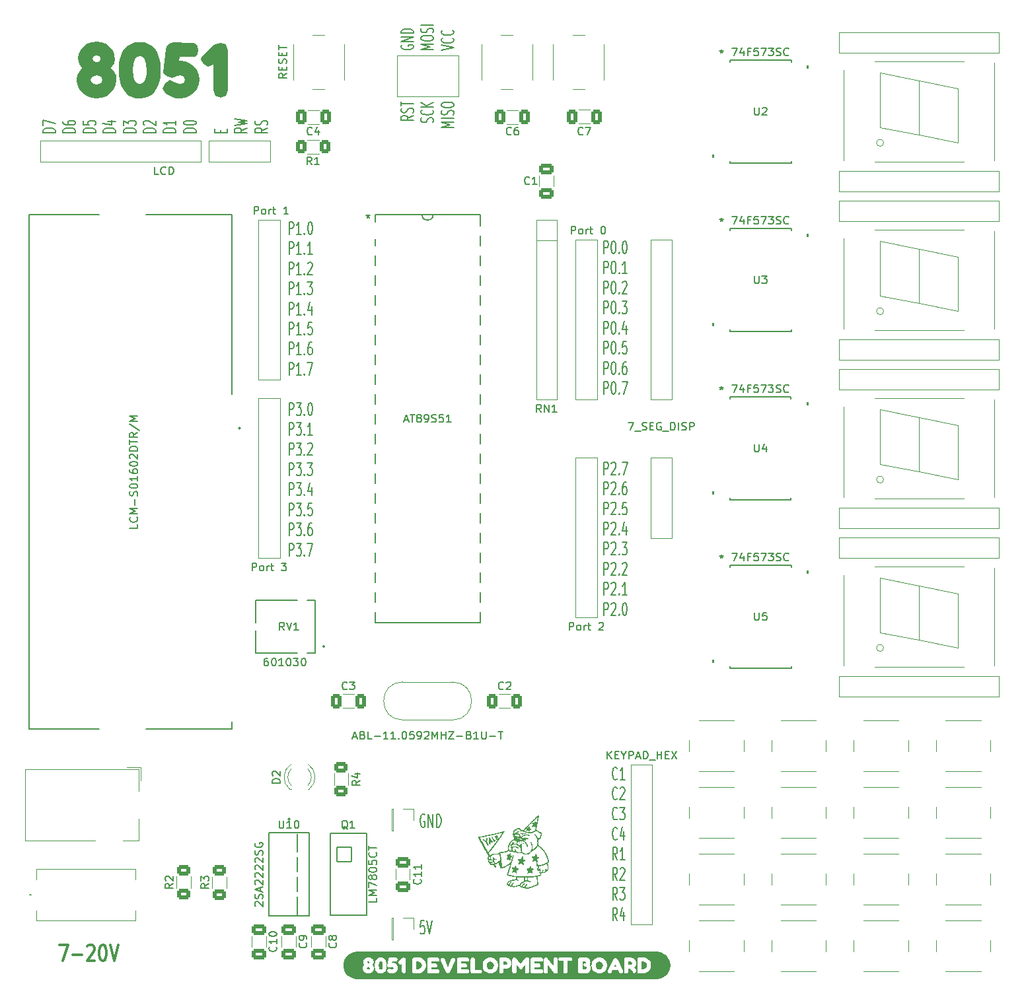
<source format=gbr>
%TF.GenerationSoftware,KiCad,Pcbnew,9.0.4*%
%TF.CreationDate,2025-09-28T00:55:06-04:00*%
%TF.ProjectId,8051,38303531-2e6b-4696-9361-645f70636258,rev?*%
%TF.SameCoordinates,Original*%
%TF.FileFunction,Legend,Top*%
%TF.FilePolarity,Positive*%
%FSLAX46Y46*%
G04 Gerber Fmt 4.6, Leading zero omitted, Abs format (unit mm)*
G04 Created by KiCad (PCBNEW 9.0.4) date 2025-09-28 00:55:06*
%MOMM*%
%LPD*%
G01*
G04 APERTURE LIST*
G04 Aperture macros list*
%AMRoundRect*
0 Rectangle with rounded corners*
0 $1 Rounding radius*
0 $2 $3 $4 $5 $6 $7 $8 $9 X,Y pos of 4 corners*
0 Add a 4 corners polygon primitive as box body*
4,1,4,$2,$3,$4,$5,$6,$7,$8,$9,$2,$3,0*
0 Add four circle primitives for the rounded corners*
1,1,$1+$1,$2,$3*
1,1,$1+$1,$4,$5*
1,1,$1+$1,$6,$7*
1,1,$1+$1,$8,$9*
0 Add four rect primitives between the rounded corners*
20,1,$1+$1,$2,$3,$4,$5,0*
20,1,$1+$1,$4,$5,$6,$7,0*
20,1,$1+$1,$6,$7,$8,$9,0*
20,1,$1+$1,$8,$9,$2,$3,0*%
G04 Aperture macros list end*
%ADD10C,0.300000*%
%ADD11C,0.150000*%
%ADD12C,0.200000*%
%ADD13C,0.000000*%
%ADD14C,0.152400*%
%ADD15C,0.127000*%
%ADD16C,0.120000*%
%ADD17C,0.100000*%
%ADD18R,1.879600X0.558800*%
%ADD19O,3.220000X1.712000*%
%ADD20C,5.220000*%
%ADD21C,1.524000*%
%ADD22R,1.524000X1.524000*%
%ADD23C,2.000000*%
%ADD24R,1.700000X1.700000*%
%ADD25R,1.600000X1.600000*%
%ADD26C,1.600000*%
%ADD27RoundRect,0.102000X-0.930000X0.930000X-0.930000X-0.930000X0.930000X-0.930000X0.930000X0.930000X0*%
%ADD28C,2.064000*%
%ADD29RoundRect,0.250000X0.650000X-0.412500X0.650000X0.412500X-0.650000X0.412500X-0.650000X-0.412500X0*%
%ADD30C,1.700000*%
%ADD31RoundRect,0.250000X0.625000X-0.400000X0.625000X0.400000X-0.625000X0.400000X-0.625000X-0.400000X0*%
%ADD32RoundRect,0.250000X0.412500X0.650000X-0.412500X0.650000X-0.412500X-0.650000X0.412500X-0.650000X0*%
%ADD33C,1.651000*%
%ADD34RoundRect,0.250000X0.400000X0.625000X-0.400000X0.625000X-0.400000X-0.625000X0.400000X-0.625000X0*%
%ADD35RoundRect,0.250000X-0.412500X-0.650000X0.412500X-0.650000X0.412500X0.650000X-0.412500X0.650000X0*%
%ADD36R,2.524000X1.524000*%
%ADD37O,2.524000X1.524000*%
%ADD38C,1.500000*%
%ADD39C,1.800000*%
%ADD40R,1.800000X1.800000*%
%ADD41RoundRect,0.250000X-0.650000X0.412500X-0.650000X-0.412500X0.650000X-0.412500X0.650000X0.412500X0*%
%ADD42C,2.775000*%
%ADD43C,1.498600*%
%ADD44R,2.600000X2.600000*%
%ADD45C,2.600000*%
G04 APERTURE END LIST*
D10*
X110312666Y-150039638D02*
X111379333Y-150039638D01*
X111379333Y-150039638D02*
X110693618Y-152039638D01*
X111988857Y-151277733D02*
X113207905Y-151277733D01*
X113893618Y-150230114D02*
X113969809Y-150134876D01*
X113969809Y-150134876D02*
X114122190Y-150039638D01*
X114122190Y-150039638D02*
X114503142Y-150039638D01*
X114503142Y-150039638D02*
X114655523Y-150134876D01*
X114655523Y-150134876D02*
X114731714Y-150230114D01*
X114731714Y-150230114D02*
X114807904Y-150420590D01*
X114807904Y-150420590D02*
X114807904Y-150611066D01*
X114807904Y-150611066D02*
X114731714Y-150896780D01*
X114731714Y-150896780D02*
X113817428Y-152039638D01*
X113817428Y-152039638D02*
X114807904Y-152039638D01*
X115798381Y-150039638D02*
X115950762Y-150039638D01*
X115950762Y-150039638D02*
X116103143Y-150134876D01*
X116103143Y-150134876D02*
X116179333Y-150230114D01*
X116179333Y-150230114D02*
X116255524Y-150420590D01*
X116255524Y-150420590D02*
X116331714Y-150801542D01*
X116331714Y-150801542D02*
X116331714Y-151277733D01*
X116331714Y-151277733D02*
X116255524Y-151658685D01*
X116255524Y-151658685D02*
X116179333Y-151849161D01*
X116179333Y-151849161D02*
X116103143Y-151944400D01*
X116103143Y-151944400D02*
X115950762Y-152039638D01*
X115950762Y-152039638D02*
X115798381Y-152039638D01*
X115798381Y-152039638D02*
X115646000Y-151944400D01*
X115646000Y-151944400D02*
X115569809Y-151849161D01*
X115569809Y-151849161D02*
X115493619Y-151658685D01*
X115493619Y-151658685D02*
X115417428Y-151277733D01*
X115417428Y-151277733D02*
X115417428Y-150801542D01*
X115417428Y-150801542D02*
X115493619Y-150420590D01*
X115493619Y-150420590D02*
X115569809Y-150230114D01*
X115569809Y-150230114D02*
X115646000Y-150134876D01*
X115646000Y-150134876D02*
X115798381Y-150039638D01*
X116788857Y-150039638D02*
X117322191Y-152039638D01*
X117322191Y-152039638D02*
X117855524Y-150039638D01*
D11*
X123007523Y-51254819D02*
X122531333Y-51254819D01*
X122531333Y-51254819D02*
X122531333Y-50254819D01*
X123912285Y-51159580D02*
X123864666Y-51207200D01*
X123864666Y-51207200D02*
X123721809Y-51254819D01*
X123721809Y-51254819D02*
X123626571Y-51254819D01*
X123626571Y-51254819D02*
X123483714Y-51207200D01*
X123483714Y-51207200D02*
X123388476Y-51111961D01*
X123388476Y-51111961D02*
X123340857Y-51016723D01*
X123340857Y-51016723D02*
X123293238Y-50826247D01*
X123293238Y-50826247D02*
X123293238Y-50683390D01*
X123293238Y-50683390D02*
X123340857Y-50492914D01*
X123340857Y-50492914D02*
X123388476Y-50397676D01*
X123388476Y-50397676D02*
X123483714Y-50302438D01*
X123483714Y-50302438D02*
X123626571Y-50254819D01*
X123626571Y-50254819D02*
X123721809Y-50254819D01*
X123721809Y-50254819D02*
X123864666Y-50302438D01*
X123864666Y-50302438D02*
X123912285Y-50350057D01*
X124340857Y-51254819D02*
X124340857Y-50254819D01*
X124340857Y-50254819D02*
X124578952Y-50254819D01*
X124578952Y-50254819D02*
X124721809Y-50302438D01*
X124721809Y-50302438D02*
X124817047Y-50397676D01*
X124817047Y-50397676D02*
X124864666Y-50492914D01*
X124864666Y-50492914D02*
X124912285Y-50683390D01*
X124912285Y-50683390D02*
X124912285Y-50826247D01*
X124912285Y-50826247D02*
X124864666Y-51016723D01*
X124864666Y-51016723D02*
X124817047Y-51111961D01*
X124817047Y-51111961D02*
X124721809Y-51207200D01*
X124721809Y-51207200D02*
X124578952Y-51254819D01*
X124578952Y-51254819D02*
X124340857Y-51254819D01*
X180507238Y-126184819D02*
X180507238Y-125184819D01*
X181078666Y-126184819D02*
X180650095Y-125613390D01*
X181078666Y-125184819D02*
X180507238Y-125756247D01*
X181507238Y-125661009D02*
X181840571Y-125661009D01*
X181983428Y-126184819D02*
X181507238Y-126184819D01*
X181507238Y-126184819D02*
X181507238Y-125184819D01*
X181507238Y-125184819D02*
X181983428Y-125184819D01*
X182602476Y-125708628D02*
X182602476Y-126184819D01*
X182269143Y-125184819D02*
X182602476Y-125708628D01*
X182602476Y-125708628D02*
X182935809Y-125184819D01*
X183269143Y-126184819D02*
X183269143Y-125184819D01*
X183269143Y-125184819D02*
X183650095Y-125184819D01*
X183650095Y-125184819D02*
X183745333Y-125232438D01*
X183745333Y-125232438D02*
X183792952Y-125280057D01*
X183792952Y-125280057D02*
X183840571Y-125375295D01*
X183840571Y-125375295D02*
X183840571Y-125518152D01*
X183840571Y-125518152D02*
X183792952Y-125613390D01*
X183792952Y-125613390D02*
X183745333Y-125661009D01*
X183745333Y-125661009D02*
X183650095Y-125708628D01*
X183650095Y-125708628D02*
X183269143Y-125708628D01*
X184221524Y-125899104D02*
X184697714Y-125899104D01*
X184126286Y-126184819D02*
X184459619Y-125184819D01*
X184459619Y-125184819D02*
X184792952Y-126184819D01*
X185126286Y-126184819D02*
X185126286Y-125184819D01*
X185126286Y-125184819D02*
X185364381Y-125184819D01*
X185364381Y-125184819D02*
X185507238Y-125232438D01*
X185507238Y-125232438D02*
X185602476Y-125327676D01*
X185602476Y-125327676D02*
X185650095Y-125422914D01*
X185650095Y-125422914D02*
X185697714Y-125613390D01*
X185697714Y-125613390D02*
X185697714Y-125756247D01*
X185697714Y-125756247D02*
X185650095Y-125946723D01*
X185650095Y-125946723D02*
X185602476Y-126041961D01*
X185602476Y-126041961D02*
X185507238Y-126137200D01*
X185507238Y-126137200D02*
X185364381Y-126184819D01*
X185364381Y-126184819D02*
X185126286Y-126184819D01*
X185888191Y-126280057D02*
X186650095Y-126280057D01*
X186888191Y-126184819D02*
X186888191Y-125184819D01*
X186888191Y-125661009D02*
X187459619Y-125661009D01*
X187459619Y-126184819D02*
X187459619Y-125184819D01*
X187935810Y-125661009D02*
X188269143Y-125661009D01*
X188412000Y-126184819D02*
X187935810Y-126184819D01*
X187935810Y-126184819D02*
X187935810Y-125184819D01*
X187935810Y-125184819D02*
X188412000Y-125184819D01*
X188745334Y-125184819D02*
X189412000Y-126184819D01*
X189412000Y-125184819D02*
X188745334Y-126184819D01*
X183213905Y-83020819D02*
X183880571Y-83020819D01*
X183880571Y-83020819D02*
X183452000Y-84020819D01*
X184023429Y-84116057D02*
X184785333Y-84116057D01*
X184975810Y-83973200D02*
X185118667Y-84020819D01*
X185118667Y-84020819D02*
X185356762Y-84020819D01*
X185356762Y-84020819D02*
X185452000Y-83973200D01*
X185452000Y-83973200D02*
X185499619Y-83925580D01*
X185499619Y-83925580D02*
X185547238Y-83830342D01*
X185547238Y-83830342D02*
X185547238Y-83735104D01*
X185547238Y-83735104D02*
X185499619Y-83639866D01*
X185499619Y-83639866D02*
X185452000Y-83592247D01*
X185452000Y-83592247D02*
X185356762Y-83544628D01*
X185356762Y-83544628D02*
X185166286Y-83497009D01*
X185166286Y-83497009D02*
X185071048Y-83449390D01*
X185071048Y-83449390D02*
X185023429Y-83401771D01*
X185023429Y-83401771D02*
X184975810Y-83306533D01*
X184975810Y-83306533D02*
X184975810Y-83211295D01*
X184975810Y-83211295D02*
X185023429Y-83116057D01*
X185023429Y-83116057D02*
X185071048Y-83068438D01*
X185071048Y-83068438D02*
X185166286Y-83020819D01*
X185166286Y-83020819D02*
X185404381Y-83020819D01*
X185404381Y-83020819D02*
X185547238Y-83068438D01*
X185975810Y-83497009D02*
X186309143Y-83497009D01*
X186452000Y-84020819D02*
X185975810Y-84020819D01*
X185975810Y-84020819D02*
X185975810Y-83020819D01*
X185975810Y-83020819D02*
X186452000Y-83020819D01*
X187404381Y-83068438D02*
X187309143Y-83020819D01*
X187309143Y-83020819D02*
X187166286Y-83020819D01*
X187166286Y-83020819D02*
X187023429Y-83068438D01*
X187023429Y-83068438D02*
X186928191Y-83163676D01*
X186928191Y-83163676D02*
X186880572Y-83258914D01*
X186880572Y-83258914D02*
X186832953Y-83449390D01*
X186832953Y-83449390D02*
X186832953Y-83592247D01*
X186832953Y-83592247D02*
X186880572Y-83782723D01*
X186880572Y-83782723D02*
X186928191Y-83877961D01*
X186928191Y-83877961D02*
X187023429Y-83973200D01*
X187023429Y-83973200D02*
X187166286Y-84020819D01*
X187166286Y-84020819D02*
X187261524Y-84020819D01*
X187261524Y-84020819D02*
X187404381Y-83973200D01*
X187404381Y-83973200D02*
X187452000Y-83925580D01*
X187452000Y-83925580D02*
X187452000Y-83592247D01*
X187452000Y-83592247D02*
X187261524Y-83592247D01*
X187642477Y-84116057D02*
X188404381Y-84116057D01*
X188642477Y-84020819D02*
X188642477Y-83020819D01*
X188642477Y-83020819D02*
X188880572Y-83020819D01*
X188880572Y-83020819D02*
X189023429Y-83068438D01*
X189023429Y-83068438D02*
X189118667Y-83163676D01*
X189118667Y-83163676D02*
X189166286Y-83258914D01*
X189166286Y-83258914D02*
X189213905Y-83449390D01*
X189213905Y-83449390D02*
X189213905Y-83592247D01*
X189213905Y-83592247D02*
X189166286Y-83782723D01*
X189166286Y-83782723D02*
X189118667Y-83877961D01*
X189118667Y-83877961D02*
X189023429Y-83973200D01*
X189023429Y-83973200D02*
X188880572Y-84020819D01*
X188880572Y-84020819D02*
X188642477Y-84020819D01*
X189642477Y-84020819D02*
X189642477Y-83020819D01*
X190071048Y-83973200D02*
X190213905Y-84020819D01*
X190213905Y-84020819D02*
X190452000Y-84020819D01*
X190452000Y-84020819D02*
X190547238Y-83973200D01*
X190547238Y-83973200D02*
X190594857Y-83925580D01*
X190594857Y-83925580D02*
X190642476Y-83830342D01*
X190642476Y-83830342D02*
X190642476Y-83735104D01*
X190642476Y-83735104D02*
X190594857Y-83639866D01*
X190594857Y-83639866D02*
X190547238Y-83592247D01*
X190547238Y-83592247D02*
X190452000Y-83544628D01*
X190452000Y-83544628D02*
X190261524Y-83497009D01*
X190261524Y-83497009D02*
X190166286Y-83449390D01*
X190166286Y-83449390D02*
X190118667Y-83401771D01*
X190118667Y-83401771D02*
X190071048Y-83306533D01*
X190071048Y-83306533D02*
X190071048Y-83211295D01*
X190071048Y-83211295D02*
X190118667Y-83116057D01*
X190118667Y-83116057D02*
X190166286Y-83068438D01*
X190166286Y-83068438D02*
X190261524Y-83020819D01*
X190261524Y-83020819D02*
X190499619Y-83020819D01*
X190499619Y-83020819D02*
X190642476Y-83068438D01*
X191071048Y-84020819D02*
X191071048Y-83020819D01*
X191071048Y-83020819D02*
X191452000Y-83020819D01*
X191452000Y-83020819D02*
X191547238Y-83068438D01*
X191547238Y-83068438D02*
X191594857Y-83116057D01*
X191594857Y-83116057D02*
X191642476Y-83211295D01*
X191642476Y-83211295D02*
X191642476Y-83354152D01*
X191642476Y-83354152D02*
X191594857Y-83449390D01*
X191594857Y-83449390D02*
X191547238Y-83497009D01*
X191547238Y-83497009D02*
X191452000Y-83544628D01*
X191452000Y-83544628D02*
X191071048Y-83544628D01*
X175633333Y-109674819D02*
X175633333Y-108674819D01*
X175633333Y-108674819D02*
X176014285Y-108674819D01*
X176014285Y-108674819D02*
X176109523Y-108722438D01*
X176109523Y-108722438D02*
X176157142Y-108770057D01*
X176157142Y-108770057D02*
X176204761Y-108865295D01*
X176204761Y-108865295D02*
X176204761Y-109008152D01*
X176204761Y-109008152D02*
X176157142Y-109103390D01*
X176157142Y-109103390D02*
X176109523Y-109151009D01*
X176109523Y-109151009D02*
X176014285Y-109198628D01*
X176014285Y-109198628D02*
X175633333Y-109198628D01*
X176776190Y-109674819D02*
X176680952Y-109627200D01*
X176680952Y-109627200D02*
X176633333Y-109579580D01*
X176633333Y-109579580D02*
X176585714Y-109484342D01*
X176585714Y-109484342D02*
X176585714Y-109198628D01*
X176585714Y-109198628D02*
X176633333Y-109103390D01*
X176633333Y-109103390D02*
X176680952Y-109055771D01*
X176680952Y-109055771D02*
X176776190Y-109008152D01*
X176776190Y-109008152D02*
X176919047Y-109008152D01*
X176919047Y-109008152D02*
X177014285Y-109055771D01*
X177014285Y-109055771D02*
X177061904Y-109103390D01*
X177061904Y-109103390D02*
X177109523Y-109198628D01*
X177109523Y-109198628D02*
X177109523Y-109484342D01*
X177109523Y-109484342D02*
X177061904Y-109579580D01*
X177061904Y-109579580D02*
X177014285Y-109627200D01*
X177014285Y-109627200D02*
X176919047Y-109674819D01*
X176919047Y-109674819D02*
X176776190Y-109674819D01*
X177538095Y-109674819D02*
X177538095Y-109008152D01*
X177538095Y-109198628D02*
X177585714Y-109103390D01*
X177585714Y-109103390D02*
X177633333Y-109055771D01*
X177633333Y-109055771D02*
X177728571Y-109008152D01*
X177728571Y-109008152D02*
X177823809Y-109008152D01*
X178014286Y-109008152D02*
X178395238Y-109008152D01*
X178157143Y-108674819D02*
X178157143Y-109531961D01*
X178157143Y-109531961D02*
X178204762Y-109627200D01*
X178204762Y-109627200D02*
X178300000Y-109674819D01*
X178300000Y-109674819D02*
X178395238Y-109674819D01*
X179442858Y-108770057D02*
X179490477Y-108722438D01*
X179490477Y-108722438D02*
X179585715Y-108674819D01*
X179585715Y-108674819D02*
X179823810Y-108674819D01*
X179823810Y-108674819D02*
X179919048Y-108722438D01*
X179919048Y-108722438D02*
X179966667Y-108770057D01*
X179966667Y-108770057D02*
X180014286Y-108865295D01*
X180014286Y-108865295D02*
X180014286Y-108960533D01*
X180014286Y-108960533D02*
X179966667Y-109103390D01*
X179966667Y-109103390D02*
X179395239Y-109674819D01*
X179395239Y-109674819D02*
X180014286Y-109674819D01*
X175887333Y-58874819D02*
X175887333Y-57874819D01*
X175887333Y-57874819D02*
X176268285Y-57874819D01*
X176268285Y-57874819D02*
X176363523Y-57922438D01*
X176363523Y-57922438D02*
X176411142Y-57970057D01*
X176411142Y-57970057D02*
X176458761Y-58065295D01*
X176458761Y-58065295D02*
X176458761Y-58208152D01*
X176458761Y-58208152D02*
X176411142Y-58303390D01*
X176411142Y-58303390D02*
X176363523Y-58351009D01*
X176363523Y-58351009D02*
X176268285Y-58398628D01*
X176268285Y-58398628D02*
X175887333Y-58398628D01*
X177030190Y-58874819D02*
X176934952Y-58827200D01*
X176934952Y-58827200D02*
X176887333Y-58779580D01*
X176887333Y-58779580D02*
X176839714Y-58684342D01*
X176839714Y-58684342D02*
X176839714Y-58398628D01*
X176839714Y-58398628D02*
X176887333Y-58303390D01*
X176887333Y-58303390D02*
X176934952Y-58255771D01*
X176934952Y-58255771D02*
X177030190Y-58208152D01*
X177030190Y-58208152D02*
X177173047Y-58208152D01*
X177173047Y-58208152D02*
X177268285Y-58255771D01*
X177268285Y-58255771D02*
X177315904Y-58303390D01*
X177315904Y-58303390D02*
X177363523Y-58398628D01*
X177363523Y-58398628D02*
X177363523Y-58684342D01*
X177363523Y-58684342D02*
X177315904Y-58779580D01*
X177315904Y-58779580D02*
X177268285Y-58827200D01*
X177268285Y-58827200D02*
X177173047Y-58874819D01*
X177173047Y-58874819D02*
X177030190Y-58874819D01*
X177792095Y-58874819D02*
X177792095Y-58208152D01*
X177792095Y-58398628D02*
X177839714Y-58303390D01*
X177839714Y-58303390D02*
X177887333Y-58255771D01*
X177887333Y-58255771D02*
X177982571Y-58208152D01*
X177982571Y-58208152D02*
X178077809Y-58208152D01*
X178268286Y-58208152D02*
X178649238Y-58208152D01*
X178411143Y-57874819D02*
X178411143Y-58731961D01*
X178411143Y-58731961D02*
X178458762Y-58827200D01*
X178458762Y-58827200D02*
X178554000Y-58874819D01*
X178554000Y-58874819D02*
X178649238Y-58874819D01*
X179934953Y-57874819D02*
X180030191Y-57874819D01*
X180030191Y-57874819D02*
X180125429Y-57922438D01*
X180125429Y-57922438D02*
X180173048Y-57970057D01*
X180173048Y-57970057D02*
X180220667Y-58065295D01*
X180220667Y-58065295D02*
X180268286Y-58255771D01*
X180268286Y-58255771D02*
X180268286Y-58493866D01*
X180268286Y-58493866D02*
X180220667Y-58684342D01*
X180220667Y-58684342D02*
X180173048Y-58779580D01*
X180173048Y-58779580D02*
X180125429Y-58827200D01*
X180125429Y-58827200D02*
X180030191Y-58874819D01*
X180030191Y-58874819D02*
X179934953Y-58874819D01*
X179934953Y-58874819D02*
X179839715Y-58827200D01*
X179839715Y-58827200D02*
X179792096Y-58779580D01*
X179792096Y-58779580D02*
X179744477Y-58684342D01*
X179744477Y-58684342D02*
X179696858Y-58493866D01*
X179696858Y-58493866D02*
X179696858Y-58255771D01*
X179696858Y-58255771D02*
X179744477Y-58065295D01*
X179744477Y-58065295D02*
X179792096Y-57970057D01*
X179792096Y-57970057D02*
X179839715Y-57922438D01*
X179839715Y-57922438D02*
X179934953Y-57874819D01*
X134993333Y-102054819D02*
X134993333Y-101054819D01*
X134993333Y-101054819D02*
X135374285Y-101054819D01*
X135374285Y-101054819D02*
X135469523Y-101102438D01*
X135469523Y-101102438D02*
X135517142Y-101150057D01*
X135517142Y-101150057D02*
X135564761Y-101245295D01*
X135564761Y-101245295D02*
X135564761Y-101388152D01*
X135564761Y-101388152D02*
X135517142Y-101483390D01*
X135517142Y-101483390D02*
X135469523Y-101531009D01*
X135469523Y-101531009D02*
X135374285Y-101578628D01*
X135374285Y-101578628D02*
X134993333Y-101578628D01*
X136136190Y-102054819D02*
X136040952Y-102007200D01*
X136040952Y-102007200D02*
X135993333Y-101959580D01*
X135993333Y-101959580D02*
X135945714Y-101864342D01*
X135945714Y-101864342D02*
X135945714Y-101578628D01*
X135945714Y-101578628D02*
X135993333Y-101483390D01*
X135993333Y-101483390D02*
X136040952Y-101435771D01*
X136040952Y-101435771D02*
X136136190Y-101388152D01*
X136136190Y-101388152D02*
X136279047Y-101388152D01*
X136279047Y-101388152D02*
X136374285Y-101435771D01*
X136374285Y-101435771D02*
X136421904Y-101483390D01*
X136421904Y-101483390D02*
X136469523Y-101578628D01*
X136469523Y-101578628D02*
X136469523Y-101864342D01*
X136469523Y-101864342D02*
X136421904Y-101959580D01*
X136421904Y-101959580D02*
X136374285Y-102007200D01*
X136374285Y-102007200D02*
X136279047Y-102054819D01*
X136279047Y-102054819D02*
X136136190Y-102054819D01*
X136898095Y-102054819D02*
X136898095Y-101388152D01*
X136898095Y-101578628D02*
X136945714Y-101483390D01*
X136945714Y-101483390D02*
X136993333Y-101435771D01*
X136993333Y-101435771D02*
X137088571Y-101388152D01*
X137088571Y-101388152D02*
X137183809Y-101388152D01*
X137374286Y-101388152D02*
X137755238Y-101388152D01*
X137517143Y-101054819D02*
X137517143Y-101911961D01*
X137517143Y-101911961D02*
X137564762Y-102007200D01*
X137564762Y-102007200D02*
X137660000Y-102054819D01*
X137660000Y-102054819D02*
X137755238Y-102054819D01*
X138755239Y-101054819D02*
X139374286Y-101054819D01*
X139374286Y-101054819D02*
X139040953Y-101435771D01*
X139040953Y-101435771D02*
X139183810Y-101435771D01*
X139183810Y-101435771D02*
X139279048Y-101483390D01*
X139279048Y-101483390D02*
X139326667Y-101531009D01*
X139326667Y-101531009D02*
X139374286Y-101626247D01*
X139374286Y-101626247D02*
X139374286Y-101864342D01*
X139374286Y-101864342D02*
X139326667Y-101959580D01*
X139326667Y-101959580D02*
X139279048Y-102007200D01*
X139279048Y-102007200D02*
X139183810Y-102054819D01*
X139183810Y-102054819D02*
X138898096Y-102054819D01*
X138898096Y-102054819D02*
X138802858Y-102007200D01*
X138802858Y-102007200D02*
X138755239Y-101959580D01*
X135247333Y-56334819D02*
X135247333Y-55334819D01*
X135247333Y-55334819D02*
X135628285Y-55334819D01*
X135628285Y-55334819D02*
X135723523Y-55382438D01*
X135723523Y-55382438D02*
X135771142Y-55430057D01*
X135771142Y-55430057D02*
X135818761Y-55525295D01*
X135818761Y-55525295D02*
X135818761Y-55668152D01*
X135818761Y-55668152D02*
X135771142Y-55763390D01*
X135771142Y-55763390D02*
X135723523Y-55811009D01*
X135723523Y-55811009D02*
X135628285Y-55858628D01*
X135628285Y-55858628D02*
X135247333Y-55858628D01*
X136390190Y-56334819D02*
X136294952Y-56287200D01*
X136294952Y-56287200D02*
X136247333Y-56239580D01*
X136247333Y-56239580D02*
X136199714Y-56144342D01*
X136199714Y-56144342D02*
X136199714Y-55858628D01*
X136199714Y-55858628D02*
X136247333Y-55763390D01*
X136247333Y-55763390D02*
X136294952Y-55715771D01*
X136294952Y-55715771D02*
X136390190Y-55668152D01*
X136390190Y-55668152D02*
X136533047Y-55668152D01*
X136533047Y-55668152D02*
X136628285Y-55715771D01*
X136628285Y-55715771D02*
X136675904Y-55763390D01*
X136675904Y-55763390D02*
X136723523Y-55858628D01*
X136723523Y-55858628D02*
X136723523Y-56144342D01*
X136723523Y-56144342D02*
X136675904Y-56239580D01*
X136675904Y-56239580D02*
X136628285Y-56287200D01*
X136628285Y-56287200D02*
X136533047Y-56334819D01*
X136533047Y-56334819D02*
X136390190Y-56334819D01*
X137152095Y-56334819D02*
X137152095Y-55668152D01*
X137152095Y-55858628D02*
X137199714Y-55763390D01*
X137199714Y-55763390D02*
X137247333Y-55715771D01*
X137247333Y-55715771D02*
X137342571Y-55668152D01*
X137342571Y-55668152D02*
X137437809Y-55668152D01*
X137628286Y-55668152D02*
X138009238Y-55668152D01*
X137771143Y-55334819D02*
X137771143Y-56191961D01*
X137771143Y-56191961D02*
X137818762Y-56287200D01*
X137818762Y-56287200D02*
X137914000Y-56334819D01*
X137914000Y-56334819D02*
X138009238Y-56334819D01*
X139628286Y-56334819D02*
X139056858Y-56334819D01*
X139342572Y-56334819D02*
X139342572Y-55334819D01*
X139342572Y-55334819D02*
X139247334Y-55477676D01*
X139247334Y-55477676D02*
X139152096Y-55572914D01*
X139152096Y-55572914D02*
X139056858Y-55620533D01*
D12*
X130963875Y-45858326D02*
X130963875Y-45524993D01*
X131801970Y-45382136D02*
X131801970Y-45858326D01*
X131801970Y-45858326D02*
X130201970Y-45858326D01*
X130201970Y-45858326D02*
X130201970Y-45382136D01*
X134377880Y-45286898D02*
X133615975Y-45620231D01*
X134377880Y-45858326D02*
X132777880Y-45858326D01*
X132777880Y-45858326D02*
X132777880Y-45477374D01*
X132777880Y-45477374D02*
X132854070Y-45382136D01*
X132854070Y-45382136D02*
X132930261Y-45334517D01*
X132930261Y-45334517D02*
X133082642Y-45286898D01*
X133082642Y-45286898D02*
X133311213Y-45286898D01*
X133311213Y-45286898D02*
X133463594Y-45334517D01*
X133463594Y-45334517D02*
X133539785Y-45382136D01*
X133539785Y-45382136D02*
X133615975Y-45477374D01*
X133615975Y-45477374D02*
X133615975Y-45858326D01*
X132777880Y-44953564D02*
X134377880Y-44715469D01*
X134377880Y-44715469D02*
X133235023Y-44524993D01*
X133235023Y-44524993D02*
X134377880Y-44334517D01*
X134377880Y-44334517D02*
X132777880Y-44096422D01*
X136953790Y-45286898D02*
X136191885Y-45620231D01*
X136953790Y-45858326D02*
X135353790Y-45858326D01*
X135353790Y-45858326D02*
X135353790Y-45477374D01*
X135353790Y-45477374D02*
X135429980Y-45382136D01*
X135429980Y-45382136D02*
X135506171Y-45334517D01*
X135506171Y-45334517D02*
X135658552Y-45286898D01*
X135658552Y-45286898D02*
X135887123Y-45286898D01*
X135887123Y-45286898D02*
X136039504Y-45334517D01*
X136039504Y-45334517D02*
X136115695Y-45382136D01*
X136115695Y-45382136D02*
X136191885Y-45477374D01*
X136191885Y-45477374D02*
X136191885Y-45858326D01*
X136877600Y-44905945D02*
X136953790Y-44763088D01*
X136953790Y-44763088D02*
X136953790Y-44524993D01*
X136953790Y-44524993D02*
X136877600Y-44429755D01*
X136877600Y-44429755D02*
X136801409Y-44382136D01*
X136801409Y-44382136D02*
X136649028Y-44334517D01*
X136649028Y-44334517D02*
X136496647Y-44334517D01*
X136496647Y-44334517D02*
X136344266Y-44382136D01*
X136344266Y-44382136D02*
X136268076Y-44429755D01*
X136268076Y-44429755D02*
X136191885Y-44524993D01*
X136191885Y-44524993D02*
X136115695Y-44715469D01*
X136115695Y-44715469D02*
X136039504Y-44810707D01*
X136039504Y-44810707D02*
X135963314Y-44858326D01*
X135963314Y-44858326D02*
X135810933Y-44905945D01*
X135810933Y-44905945D02*
X135658552Y-44905945D01*
X135658552Y-44905945D02*
X135506171Y-44858326D01*
X135506171Y-44858326D02*
X135429980Y-44810707D01*
X135429980Y-44810707D02*
X135353790Y-44715469D01*
X135353790Y-44715469D02*
X135353790Y-44477374D01*
X135353790Y-44477374D02*
X135429980Y-44334517D01*
X109778420Y-45858326D02*
X108178420Y-45858326D01*
X108178420Y-45858326D02*
X108178420Y-45620231D01*
X108178420Y-45620231D02*
X108254610Y-45477374D01*
X108254610Y-45477374D02*
X108406991Y-45382136D01*
X108406991Y-45382136D02*
X108559372Y-45334517D01*
X108559372Y-45334517D02*
X108864134Y-45286898D01*
X108864134Y-45286898D02*
X109092706Y-45286898D01*
X109092706Y-45286898D02*
X109397468Y-45334517D01*
X109397468Y-45334517D02*
X109549849Y-45382136D01*
X109549849Y-45382136D02*
X109702230Y-45477374D01*
X109702230Y-45477374D02*
X109778420Y-45620231D01*
X109778420Y-45620231D02*
X109778420Y-45858326D01*
X108178420Y-44953564D02*
X108178420Y-44286898D01*
X108178420Y-44286898D02*
X109778420Y-44715469D01*
X112354330Y-45858326D02*
X110754330Y-45858326D01*
X110754330Y-45858326D02*
X110754330Y-45620231D01*
X110754330Y-45620231D02*
X110830520Y-45477374D01*
X110830520Y-45477374D02*
X110982901Y-45382136D01*
X110982901Y-45382136D02*
X111135282Y-45334517D01*
X111135282Y-45334517D02*
X111440044Y-45286898D01*
X111440044Y-45286898D02*
X111668616Y-45286898D01*
X111668616Y-45286898D02*
X111973378Y-45334517D01*
X111973378Y-45334517D02*
X112125759Y-45382136D01*
X112125759Y-45382136D02*
X112278140Y-45477374D01*
X112278140Y-45477374D02*
X112354330Y-45620231D01*
X112354330Y-45620231D02*
X112354330Y-45858326D01*
X110754330Y-44429755D02*
X110754330Y-44620231D01*
X110754330Y-44620231D02*
X110830520Y-44715469D01*
X110830520Y-44715469D02*
X110906711Y-44763088D01*
X110906711Y-44763088D02*
X111135282Y-44858326D01*
X111135282Y-44858326D02*
X111440044Y-44905945D01*
X111440044Y-44905945D02*
X112049568Y-44905945D01*
X112049568Y-44905945D02*
X112201949Y-44858326D01*
X112201949Y-44858326D02*
X112278140Y-44810707D01*
X112278140Y-44810707D02*
X112354330Y-44715469D01*
X112354330Y-44715469D02*
X112354330Y-44524993D01*
X112354330Y-44524993D02*
X112278140Y-44429755D01*
X112278140Y-44429755D02*
X112201949Y-44382136D01*
X112201949Y-44382136D02*
X112049568Y-44334517D01*
X112049568Y-44334517D02*
X111668616Y-44334517D01*
X111668616Y-44334517D02*
X111516235Y-44382136D01*
X111516235Y-44382136D02*
X111440044Y-44429755D01*
X111440044Y-44429755D02*
X111363854Y-44524993D01*
X111363854Y-44524993D02*
X111363854Y-44715469D01*
X111363854Y-44715469D02*
X111440044Y-44810707D01*
X111440044Y-44810707D02*
X111516235Y-44858326D01*
X111516235Y-44858326D02*
X111668616Y-44905945D01*
X114930240Y-45858326D02*
X113330240Y-45858326D01*
X113330240Y-45858326D02*
X113330240Y-45620231D01*
X113330240Y-45620231D02*
X113406430Y-45477374D01*
X113406430Y-45477374D02*
X113558811Y-45382136D01*
X113558811Y-45382136D02*
X113711192Y-45334517D01*
X113711192Y-45334517D02*
X114015954Y-45286898D01*
X114015954Y-45286898D02*
X114244526Y-45286898D01*
X114244526Y-45286898D02*
X114549288Y-45334517D01*
X114549288Y-45334517D02*
X114701669Y-45382136D01*
X114701669Y-45382136D02*
X114854050Y-45477374D01*
X114854050Y-45477374D02*
X114930240Y-45620231D01*
X114930240Y-45620231D02*
X114930240Y-45858326D01*
X113330240Y-44382136D02*
X113330240Y-44858326D01*
X113330240Y-44858326D02*
X114092145Y-44905945D01*
X114092145Y-44905945D02*
X114015954Y-44858326D01*
X114015954Y-44858326D02*
X113939764Y-44763088D01*
X113939764Y-44763088D02*
X113939764Y-44524993D01*
X113939764Y-44524993D02*
X114015954Y-44429755D01*
X114015954Y-44429755D02*
X114092145Y-44382136D01*
X114092145Y-44382136D02*
X114244526Y-44334517D01*
X114244526Y-44334517D02*
X114625478Y-44334517D01*
X114625478Y-44334517D02*
X114777859Y-44382136D01*
X114777859Y-44382136D02*
X114854050Y-44429755D01*
X114854050Y-44429755D02*
X114930240Y-44524993D01*
X114930240Y-44524993D02*
X114930240Y-44763088D01*
X114930240Y-44763088D02*
X114854050Y-44858326D01*
X114854050Y-44858326D02*
X114777859Y-44905945D01*
X117506150Y-45858326D02*
X115906150Y-45858326D01*
X115906150Y-45858326D02*
X115906150Y-45620231D01*
X115906150Y-45620231D02*
X115982340Y-45477374D01*
X115982340Y-45477374D02*
X116134721Y-45382136D01*
X116134721Y-45382136D02*
X116287102Y-45334517D01*
X116287102Y-45334517D02*
X116591864Y-45286898D01*
X116591864Y-45286898D02*
X116820436Y-45286898D01*
X116820436Y-45286898D02*
X117125198Y-45334517D01*
X117125198Y-45334517D02*
X117277579Y-45382136D01*
X117277579Y-45382136D02*
X117429960Y-45477374D01*
X117429960Y-45477374D02*
X117506150Y-45620231D01*
X117506150Y-45620231D02*
X117506150Y-45858326D01*
X116439483Y-44429755D02*
X117506150Y-44429755D01*
X115829960Y-44667850D02*
X116972817Y-44905945D01*
X116972817Y-44905945D02*
X116972817Y-44286898D01*
X120082060Y-45858326D02*
X118482060Y-45858326D01*
X118482060Y-45858326D02*
X118482060Y-45620231D01*
X118482060Y-45620231D02*
X118558250Y-45477374D01*
X118558250Y-45477374D02*
X118710631Y-45382136D01*
X118710631Y-45382136D02*
X118863012Y-45334517D01*
X118863012Y-45334517D02*
X119167774Y-45286898D01*
X119167774Y-45286898D02*
X119396346Y-45286898D01*
X119396346Y-45286898D02*
X119701108Y-45334517D01*
X119701108Y-45334517D02*
X119853489Y-45382136D01*
X119853489Y-45382136D02*
X120005870Y-45477374D01*
X120005870Y-45477374D02*
X120082060Y-45620231D01*
X120082060Y-45620231D02*
X120082060Y-45858326D01*
X118482060Y-44953564D02*
X118482060Y-44334517D01*
X118482060Y-44334517D02*
X119091584Y-44667850D01*
X119091584Y-44667850D02*
X119091584Y-44524993D01*
X119091584Y-44524993D02*
X119167774Y-44429755D01*
X119167774Y-44429755D02*
X119243965Y-44382136D01*
X119243965Y-44382136D02*
X119396346Y-44334517D01*
X119396346Y-44334517D02*
X119777298Y-44334517D01*
X119777298Y-44334517D02*
X119929679Y-44382136D01*
X119929679Y-44382136D02*
X120005870Y-44429755D01*
X120005870Y-44429755D02*
X120082060Y-44524993D01*
X120082060Y-44524993D02*
X120082060Y-44810707D01*
X120082060Y-44810707D02*
X120005870Y-44905945D01*
X120005870Y-44905945D02*
X119929679Y-44953564D01*
X122657970Y-45858326D02*
X121057970Y-45858326D01*
X121057970Y-45858326D02*
X121057970Y-45620231D01*
X121057970Y-45620231D02*
X121134160Y-45477374D01*
X121134160Y-45477374D02*
X121286541Y-45382136D01*
X121286541Y-45382136D02*
X121438922Y-45334517D01*
X121438922Y-45334517D02*
X121743684Y-45286898D01*
X121743684Y-45286898D02*
X121972256Y-45286898D01*
X121972256Y-45286898D02*
X122277018Y-45334517D01*
X122277018Y-45334517D02*
X122429399Y-45382136D01*
X122429399Y-45382136D02*
X122581780Y-45477374D01*
X122581780Y-45477374D02*
X122657970Y-45620231D01*
X122657970Y-45620231D02*
X122657970Y-45858326D01*
X121210351Y-44905945D02*
X121134160Y-44858326D01*
X121134160Y-44858326D02*
X121057970Y-44763088D01*
X121057970Y-44763088D02*
X121057970Y-44524993D01*
X121057970Y-44524993D02*
X121134160Y-44429755D01*
X121134160Y-44429755D02*
X121210351Y-44382136D01*
X121210351Y-44382136D02*
X121362732Y-44334517D01*
X121362732Y-44334517D02*
X121515113Y-44334517D01*
X121515113Y-44334517D02*
X121743684Y-44382136D01*
X121743684Y-44382136D02*
X122657970Y-44953564D01*
X122657970Y-44953564D02*
X122657970Y-44334517D01*
X125233880Y-45858326D02*
X123633880Y-45858326D01*
X123633880Y-45858326D02*
X123633880Y-45620231D01*
X123633880Y-45620231D02*
X123710070Y-45477374D01*
X123710070Y-45477374D02*
X123862451Y-45382136D01*
X123862451Y-45382136D02*
X124014832Y-45334517D01*
X124014832Y-45334517D02*
X124319594Y-45286898D01*
X124319594Y-45286898D02*
X124548166Y-45286898D01*
X124548166Y-45286898D02*
X124852928Y-45334517D01*
X124852928Y-45334517D02*
X125005309Y-45382136D01*
X125005309Y-45382136D02*
X125157690Y-45477374D01*
X125157690Y-45477374D02*
X125233880Y-45620231D01*
X125233880Y-45620231D02*
X125233880Y-45858326D01*
X125233880Y-44334517D02*
X125233880Y-44905945D01*
X125233880Y-44620231D02*
X123633880Y-44620231D01*
X123633880Y-44620231D02*
X123862451Y-44715469D01*
X123862451Y-44715469D02*
X124014832Y-44810707D01*
X124014832Y-44810707D02*
X124091023Y-44905945D01*
X127809790Y-45858326D02*
X126209790Y-45858326D01*
X126209790Y-45858326D02*
X126209790Y-45620231D01*
X126209790Y-45620231D02*
X126285980Y-45477374D01*
X126285980Y-45477374D02*
X126438361Y-45382136D01*
X126438361Y-45382136D02*
X126590742Y-45334517D01*
X126590742Y-45334517D02*
X126895504Y-45286898D01*
X126895504Y-45286898D02*
X127124076Y-45286898D01*
X127124076Y-45286898D02*
X127428838Y-45334517D01*
X127428838Y-45334517D02*
X127581219Y-45382136D01*
X127581219Y-45382136D02*
X127733600Y-45477374D01*
X127733600Y-45477374D02*
X127809790Y-45620231D01*
X127809790Y-45620231D02*
X127809790Y-45858326D01*
X126209790Y-44667850D02*
X126209790Y-44572612D01*
X126209790Y-44572612D02*
X126285980Y-44477374D01*
X126285980Y-44477374D02*
X126362171Y-44429755D01*
X126362171Y-44429755D02*
X126514552Y-44382136D01*
X126514552Y-44382136D02*
X126819314Y-44334517D01*
X126819314Y-44334517D02*
X127200266Y-44334517D01*
X127200266Y-44334517D02*
X127505028Y-44382136D01*
X127505028Y-44382136D02*
X127657409Y-44429755D01*
X127657409Y-44429755D02*
X127733600Y-44477374D01*
X127733600Y-44477374D02*
X127809790Y-44572612D01*
X127809790Y-44572612D02*
X127809790Y-44667850D01*
X127809790Y-44667850D02*
X127733600Y-44763088D01*
X127733600Y-44763088D02*
X127657409Y-44810707D01*
X127657409Y-44810707D02*
X127505028Y-44858326D01*
X127505028Y-44858326D02*
X127200266Y-44905945D01*
X127200266Y-44905945D02*
X126819314Y-44905945D01*
X126819314Y-44905945D02*
X126514552Y-44858326D01*
X126514552Y-44858326D02*
X126362171Y-44810707D01*
X126362171Y-44810707D02*
X126285980Y-44763088D01*
X126285980Y-44763088D02*
X126209790Y-44667850D01*
X181789101Y-128676039D02*
X181741482Y-128752230D01*
X181741482Y-128752230D02*
X181598625Y-128828420D01*
X181598625Y-128828420D02*
X181503387Y-128828420D01*
X181503387Y-128828420D02*
X181360530Y-128752230D01*
X181360530Y-128752230D02*
X181265292Y-128599849D01*
X181265292Y-128599849D02*
X181217673Y-128447468D01*
X181217673Y-128447468D02*
X181170054Y-128142706D01*
X181170054Y-128142706D02*
X181170054Y-127914134D01*
X181170054Y-127914134D02*
X181217673Y-127609372D01*
X181217673Y-127609372D02*
X181265292Y-127456991D01*
X181265292Y-127456991D02*
X181360530Y-127304610D01*
X181360530Y-127304610D02*
X181503387Y-127228420D01*
X181503387Y-127228420D02*
X181598625Y-127228420D01*
X181598625Y-127228420D02*
X181741482Y-127304610D01*
X181741482Y-127304610D02*
X181789101Y-127380801D01*
X182741482Y-128828420D02*
X182170054Y-128828420D01*
X182455768Y-128828420D02*
X182455768Y-127228420D01*
X182455768Y-127228420D02*
X182360530Y-127456991D01*
X182360530Y-127456991D02*
X182265292Y-127609372D01*
X182265292Y-127609372D02*
X182170054Y-127685563D01*
X181789101Y-131251949D02*
X181741482Y-131328140D01*
X181741482Y-131328140D02*
X181598625Y-131404330D01*
X181598625Y-131404330D02*
X181503387Y-131404330D01*
X181503387Y-131404330D02*
X181360530Y-131328140D01*
X181360530Y-131328140D02*
X181265292Y-131175759D01*
X181265292Y-131175759D02*
X181217673Y-131023378D01*
X181217673Y-131023378D02*
X181170054Y-130718616D01*
X181170054Y-130718616D02*
X181170054Y-130490044D01*
X181170054Y-130490044D02*
X181217673Y-130185282D01*
X181217673Y-130185282D02*
X181265292Y-130032901D01*
X181265292Y-130032901D02*
X181360530Y-129880520D01*
X181360530Y-129880520D02*
X181503387Y-129804330D01*
X181503387Y-129804330D02*
X181598625Y-129804330D01*
X181598625Y-129804330D02*
X181741482Y-129880520D01*
X181741482Y-129880520D02*
X181789101Y-129956711D01*
X182170054Y-129956711D02*
X182217673Y-129880520D01*
X182217673Y-129880520D02*
X182312911Y-129804330D01*
X182312911Y-129804330D02*
X182551006Y-129804330D01*
X182551006Y-129804330D02*
X182646244Y-129880520D01*
X182646244Y-129880520D02*
X182693863Y-129956711D01*
X182693863Y-129956711D02*
X182741482Y-130109092D01*
X182741482Y-130109092D02*
X182741482Y-130261473D01*
X182741482Y-130261473D02*
X182693863Y-130490044D01*
X182693863Y-130490044D02*
X182122435Y-131404330D01*
X182122435Y-131404330D02*
X182741482Y-131404330D01*
X181789101Y-133827859D02*
X181741482Y-133904050D01*
X181741482Y-133904050D02*
X181598625Y-133980240D01*
X181598625Y-133980240D02*
X181503387Y-133980240D01*
X181503387Y-133980240D02*
X181360530Y-133904050D01*
X181360530Y-133904050D02*
X181265292Y-133751669D01*
X181265292Y-133751669D02*
X181217673Y-133599288D01*
X181217673Y-133599288D02*
X181170054Y-133294526D01*
X181170054Y-133294526D02*
X181170054Y-133065954D01*
X181170054Y-133065954D02*
X181217673Y-132761192D01*
X181217673Y-132761192D02*
X181265292Y-132608811D01*
X181265292Y-132608811D02*
X181360530Y-132456430D01*
X181360530Y-132456430D02*
X181503387Y-132380240D01*
X181503387Y-132380240D02*
X181598625Y-132380240D01*
X181598625Y-132380240D02*
X181741482Y-132456430D01*
X181741482Y-132456430D02*
X181789101Y-132532621D01*
X182122435Y-132380240D02*
X182741482Y-132380240D01*
X182741482Y-132380240D02*
X182408149Y-132989764D01*
X182408149Y-132989764D02*
X182551006Y-132989764D01*
X182551006Y-132989764D02*
X182646244Y-133065954D01*
X182646244Y-133065954D02*
X182693863Y-133142145D01*
X182693863Y-133142145D02*
X182741482Y-133294526D01*
X182741482Y-133294526D02*
X182741482Y-133675478D01*
X182741482Y-133675478D02*
X182693863Y-133827859D01*
X182693863Y-133827859D02*
X182646244Y-133904050D01*
X182646244Y-133904050D02*
X182551006Y-133980240D01*
X182551006Y-133980240D02*
X182265292Y-133980240D01*
X182265292Y-133980240D02*
X182170054Y-133904050D01*
X182170054Y-133904050D02*
X182122435Y-133827859D01*
X181789101Y-136403769D02*
X181741482Y-136479960D01*
X181741482Y-136479960D02*
X181598625Y-136556150D01*
X181598625Y-136556150D02*
X181503387Y-136556150D01*
X181503387Y-136556150D02*
X181360530Y-136479960D01*
X181360530Y-136479960D02*
X181265292Y-136327579D01*
X181265292Y-136327579D02*
X181217673Y-136175198D01*
X181217673Y-136175198D02*
X181170054Y-135870436D01*
X181170054Y-135870436D02*
X181170054Y-135641864D01*
X181170054Y-135641864D02*
X181217673Y-135337102D01*
X181217673Y-135337102D02*
X181265292Y-135184721D01*
X181265292Y-135184721D02*
X181360530Y-135032340D01*
X181360530Y-135032340D02*
X181503387Y-134956150D01*
X181503387Y-134956150D02*
X181598625Y-134956150D01*
X181598625Y-134956150D02*
X181741482Y-135032340D01*
X181741482Y-135032340D02*
X181789101Y-135108531D01*
X182646244Y-135489483D02*
X182646244Y-136556150D01*
X182408149Y-134879960D02*
X182170054Y-136022817D01*
X182170054Y-136022817D02*
X182789101Y-136022817D01*
X181789101Y-139132060D02*
X181455768Y-138370155D01*
X181217673Y-139132060D02*
X181217673Y-137532060D01*
X181217673Y-137532060D02*
X181598625Y-137532060D01*
X181598625Y-137532060D02*
X181693863Y-137608250D01*
X181693863Y-137608250D02*
X181741482Y-137684441D01*
X181741482Y-137684441D02*
X181789101Y-137836822D01*
X181789101Y-137836822D02*
X181789101Y-138065393D01*
X181789101Y-138065393D02*
X181741482Y-138217774D01*
X181741482Y-138217774D02*
X181693863Y-138293965D01*
X181693863Y-138293965D02*
X181598625Y-138370155D01*
X181598625Y-138370155D02*
X181217673Y-138370155D01*
X182741482Y-139132060D02*
X182170054Y-139132060D01*
X182455768Y-139132060D02*
X182455768Y-137532060D01*
X182455768Y-137532060D02*
X182360530Y-137760631D01*
X182360530Y-137760631D02*
X182265292Y-137913012D01*
X182265292Y-137913012D02*
X182170054Y-137989203D01*
X181789101Y-141707970D02*
X181455768Y-140946065D01*
X181217673Y-141707970D02*
X181217673Y-140107970D01*
X181217673Y-140107970D02*
X181598625Y-140107970D01*
X181598625Y-140107970D02*
X181693863Y-140184160D01*
X181693863Y-140184160D02*
X181741482Y-140260351D01*
X181741482Y-140260351D02*
X181789101Y-140412732D01*
X181789101Y-140412732D02*
X181789101Y-140641303D01*
X181789101Y-140641303D02*
X181741482Y-140793684D01*
X181741482Y-140793684D02*
X181693863Y-140869875D01*
X181693863Y-140869875D02*
X181598625Y-140946065D01*
X181598625Y-140946065D02*
X181217673Y-140946065D01*
X182170054Y-140260351D02*
X182217673Y-140184160D01*
X182217673Y-140184160D02*
X182312911Y-140107970D01*
X182312911Y-140107970D02*
X182551006Y-140107970D01*
X182551006Y-140107970D02*
X182646244Y-140184160D01*
X182646244Y-140184160D02*
X182693863Y-140260351D01*
X182693863Y-140260351D02*
X182741482Y-140412732D01*
X182741482Y-140412732D02*
X182741482Y-140565113D01*
X182741482Y-140565113D02*
X182693863Y-140793684D01*
X182693863Y-140793684D02*
X182122435Y-141707970D01*
X182122435Y-141707970D02*
X182741482Y-141707970D01*
X181789101Y-144283880D02*
X181455768Y-143521975D01*
X181217673Y-144283880D02*
X181217673Y-142683880D01*
X181217673Y-142683880D02*
X181598625Y-142683880D01*
X181598625Y-142683880D02*
X181693863Y-142760070D01*
X181693863Y-142760070D02*
X181741482Y-142836261D01*
X181741482Y-142836261D02*
X181789101Y-142988642D01*
X181789101Y-142988642D02*
X181789101Y-143217213D01*
X181789101Y-143217213D02*
X181741482Y-143369594D01*
X181741482Y-143369594D02*
X181693863Y-143445785D01*
X181693863Y-143445785D02*
X181598625Y-143521975D01*
X181598625Y-143521975D02*
X181217673Y-143521975D01*
X182122435Y-142683880D02*
X182741482Y-142683880D01*
X182741482Y-142683880D02*
X182408149Y-143293404D01*
X182408149Y-143293404D02*
X182551006Y-143293404D01*
X182551006Y-143293404D02*
X182646244Y-143369594D01*
X182646244Y-143369594D02*
X182693863Y-143445785D01*
X182693863Y-143445785D02*
X182741482Y-143598166D01*
X182741482Y-143598166D02*
X182741482Y-143979118D01*
X182741482Y-143979118D02*
X182693863Y-144131499D01*
X182693863Y-144131499D02*
X182646244Y-144207690D01*
X182646244Y-144207690D02*
X182551006Y-144283880D01*
X182551006Y-144283880D02*
X182265292Y-144283880D01*
X182265292Y-144283880D02*
X182170054Y-144207690D01*
X182170054Y-144207690D02*
X182122435Y-144131499D01*
X181789101Y-146859790D02*
X181455768Y-146097885D01*
X181217673Y-146859790D02*
X181217673Y-145259790D01*
X181217673Y-145259790D02*
X181598625Y-145259790D01*
X181598625Y-145259790D02*
X181693863Y-145335980D01*
X181693863Y-145335980D02*
X181741482Y-145412171D01*
X181741482Y-145412171D02*
X181789101Y-145564552D01*
X181789101Y-145564552D02*
X181789101Y-145793123D01*
X181789101Y-145793123D02*
X181741482Y-145945504D01*
X181741482Y-145945504D02*
X181693863Y-146021695D01*
X181693863Y-146021695D02*
X181598625Y-146097885D01*
X181598625Y-146097885D02*
X181217673Y-146097885D01*
X182646244Y-145793123D02*
X182646244Y-146859790D01*
X182408149Y-145183600D02*
X182170054Y-146326457D01*
X182170054Y-146326457D02*
X182789101Y-146326457D01*
X157103482Y-133321980D02*
X157008244Y-133241028D01*
X157008244Y-133241028D02*
X156865387Y-133241028D01*
X156865387Y-133241028D02*
X156722530Y-133321980D01*
X156722530Y-133321980D02*
X156627292Y-133483885D01*
X156627292Y-133483885D02*
X156579673Y-133645790D01*
X156579673Y-133645790D02*
X156532054Y-133969599D01*
X156532054Y-133969599D02*
X156532054Y-134212456D01*
X156532054Y-134212456D02*
X156579673Y-134536266D01*
X156579673Y-134536266D02*
X156627292Y-134698171D01*
X156627292Y-134698171D02*
X156722530Y-134860076D01*
X156722530Y-134860076D02*
X156865387Y-134941028D01*
X156865387Y-134941028D02*
X156960625Y-134941028D01*
X156960625Y-134941028D02*
X157103482Y-134860076D01*
X157103482Y-134860076D02*
X157151101Y-134779123D01*
X157151101Y-134779123D02*
X157151101Y-134212456D01*
X157151101Y-134212456D02*
X156960625Y-134212456D01*
X157579673Y-134941028D02*
X157579673Y-133241028D01*
X157579673Y-133241028D02*
X158151101Y-134941028D01*
X158151101Y-134941028D02*
X158151101Y-133241028D01*
X158627292Y-134941028D02*
X158627292Y-133241028D01*
X158627292Y-133241028D02*
X158865387Y-133241028D01*
X158865387Y-133241028D02*
X159008244Y-133321980D01*
X159008244Y-133321980D02*
X159103482Y-133483885D01*
X159103482Y-133483885D02*
X159151101Y-133645790D01*
X159151101Y-133645790D02*
X159198720Y-133969599D01*
X159198720Y-133969599D02*
X159198720Y-134212456D01*
X159198720Y-134212456D02*
X159151101Y-134536266D01*
X159151101Y-134536266D02*
X159103482Y-134698171D01*
X159103482Y-134698171D02*
X159008244Y-134860076D01*
X159008244Y-134860076D02*
X158865387Y-134941028D01*
X158865387Y-134941028D02*
X158627292Y-134941028D01*
X157055863Y-146925553D02*
X156579673Y-146925553D01*
X156579673Y-146925553D02*
X156532054Y-147735077D01*
X156532054Y-147735077D02*
X156579673Y-147654124D01*
X156579673Y-147654124D02*
X156674911Y-147573172D01*
X156674911Y-147573172D02*
X156913006Y-147573172D01*
X156913006Y-147573172D02*
X157008244Y-147654124D01*
X157008244Y-147654124D02*
X157055863Y-147735077D01*
X157055863Y-147735077D02*
X157103482Y-147896981D01*
X157103482Y-147896981D02*
X157103482Y-148301743D01*
X157103482Y-148301743D02*
X157055863Y-148463648D01*
X157055863Y-148463648D02*
X157008244Y-148544601D01*
X157008244Y-148544601D02*
X156913006Y-148625553D01*
X156913006Y-148625553D02*
X156674911Y-148625553D01*
X156674911Y-148625553D02*
X156579673Y-148544601D01*
X156579673Y-148544601D02*
X156532054Y-148463648D01*
X157389197Y-146925553D02*
X157722530Y-148625553D01*
X157722530Y-148625553D02*
X158055863Y-146925553D01*
D11*
X139392819Y-38282381D02*
X138916628Y-38615714D01*
X139392819Y-38853809D02*
X138392819Y-38853809D01*
X138392819Y-38853809D02*
X138392819Y-38472857D01*
X138392819Y-38472857D02*
X138440438Y-38377619D01*
X138440438Y-38377619D02*
X138488057Y-38330000D01*
X138488057Y-38330000D02*
X138583295Y-38282381D01*
X138583295Y-38282381D02*
X138726152Y-38282381D01*
X138726152Y-38282381D02*
X138821390Y-38330000D01*
X138821390Y-38330000D02*
X138869009Y-38377619D01*
X138869009Y-38377619D02*
X138916628Y-38472857D01*
X138916628Y-38472857D02*
X138916628Y-38853809D01*
X138869009Y-37853809D02*
X138869009Y-37520476D01*
X139392819Y-37377619D02*
X139392819Y-37853809D01*
X139392819Y-37853809D02*
X138392819Y-37853809D01*
X138392819Y-37853809D02*
X138392819Y-37377619D01*
X139345200Y-36996666D02*
X139392819Y-36853809D01*
X139392819Y-36853809D02*
X139392819Y-36615714D01*
X139392819Y-36615714D02*
X139345200Y-36520476D01*
X139345200Y-36520476D02*
X139297580Y-36472857D01*
X139297580Y-36472857D02*
X139202342Y-36425238D01*
X139202342Y-36425238D02*
X139107104Y-36425238D01*
X139107104Y-36425238D02*
X139011866Y-36472857D01*
X139011866Y-36472857D02*
X138964247Y-36520476D01*
X138964247Y-36520476D02*
X138916628Y-36615714D01*
X138916628Y-36615714D02*
X138869009Y-36806190D01*
X138869009Y-36806190D02*
X138821390Y-36901428D01*
X138821390Y-36901428D02*
X138773771Y-36949047D01*
X138773771Y-36949047D02*
X138678533Y-36996666D01*
X138678533Y-36996666D02*
X138583295Y-36996666D01*
X138583295Y-36996666D02*
X138488057Y-36949047D01*
X138488057Y-36949047D02*
X138440438Y-36901428D01*
X138440438Y-36901428D02*
X138392819Y-36806190D01*
X138392819Y-36806190D02*
X138392819Y-36568095D01*
X138392819Y-36568095D02*
X138440438Y-36425238D01*
X138869009Y-35996666D02*
X138869009Y-35663333D01*
X139392819Y-35520476D02*
X139392819Y-35996666D01*
X139392819Y-35996666D02*
X138392819Y-35996666D01*
X138392819Y-35996666D02*
X138392819Y-35520476D01*
X138392819Y-35234761D02*
X138392819Y-34663333D01*
X139392819Y-34949047D02*
X138392819Y-34949047D01*
D12*
X154154160Y-34666517D02*
X154077970Y-34761755D01*
X154077970Y-34761755D02*
X154077970Y-34904612D01*
X154077970Y-34904612D02*
X154154160Y-35047469D01*
X154154160Y-35047469D02*
X154306541Y-35142707D01*
X154306541Y-35142707D02*
X154458922Y-35190326D01*
X154458922Y-35190326D02*
X154763684Y-35237945D01*
X154763684Y-35237945D02*
X154992256Y-35237945D01*
X154992256Y-35237945D02*
X155297018Y-35190326D01*
X155297018Y-35190326D02*
X155449399Y-35142707D01*
X155449399Y-35142707D02*
X155601780Y-35047469D01*
X155601780Y-35047469D02*
X155677970Y-34904612D01*
X155677970Y-34904612D02*
X155677970Y-34809374D01*
X155677970Y-34809374D02*
X155601780Y-34666517D01*
X155601780Y-34666517D02*
X155525589Y-34618898D01*
X155525589Y-34618898D02*
X154992256Y-34618898D01*
X154992256Y-34618898D02*
X154992256Y-34809374D01*
X155677970Y-34190326D02*
X154077970Y-34190326D01*
X154077970Y-34190326D02*
X155677970Y-33618898D01*
X155677970Y-33618898D02*
X154077970Y-33618898D01*
X155677970Y-33142707D02*
X154077970Y-33142707D01*
X154077970Y-33142707D02*
X154077970Y-32904612D01*
X154077970Y-32904612D02*
X154154160Y-32761755D01*
X154154160Y-32761755D02*
X154306541Y-32666517D01*
X154306541Y-32666517D02*
X154458922Y-32618898D01*
X154458922Y-32618898D02*
X154763684Y-32571279D01*
X154763684Y-32571279D02*
X154992256Y-32571279D01*
X154992256Y-32571279D02*
X155297018Y-32618898D01*
X155297018Y-32618898D02*
X155449399Y-32666517D01*
X155449399Y-32666517D02*
X155601780Y-32761755D01*
X155601780Y-32761755D02*
X155677970Y-32904612D01*
X155677970Y-32904612D02*
X155677970Y-33142707D01*
X158253880Y-35190326D02*
X156653880Y-35190326D01*
X156653880Y-35190326D02*
X157796737Y-34856993D01*
X157796737Y-34856993D02*
X156653880Y-34523660D01*
X156653880Y-34523660D02*
X158253880Y-34523660D01*
X156653880Y-33856993D02*
X156653880Y-33666517D01*
X156653880Y-33666517D02*
X156730070Y-33571279D01*
X156730070Y-33571279D02*
X156882451Y-33476041D01*
X156882451Y-33476041D02*
X157187213Y-33428422D01*
X157187213Y-33428422D02*
X157720547Y-33428422D01*
X157720547Y-33428422D02*
X158025309Y-33476041D01*
X158025309Y-33476041D02*
X158177690Y-33571279D01*
X158177690Y-33571279D02*
X158253880Y-33666517D01*
X158253880Y-33666517D02*
X158253880Y-33856993D01*
X158253880Y-33856993D02*
X158177690Y-33952231D01*
X158177690Y-33952231D02*
X158025309Y-34047469D01*
X158025309Y-34047469D02*
X157720547Y-34095088D01*
X157720547Y-34095088D02*
X157187213Y-34095088D01*
X157187213Y-34095088D02*
X156882451Y-34047469D01*
X156882451Y-34047469D02*
X156730070Y-33952231D01*
X156730070Y-33952231D02*
X156653880Y-33856993D01*
X158177690Y-33047469D02*
X158253880Y-32904612D01*
X158253880Y-32904612D02*
X158253880Y-32666517D01*
X158253880Y-32666517D02*
X158177690Y-32571279D01*
X158177690Y-32571279D02*
X158101499Y-32523660D01*
X158101499Y-32523660D02*
X157949118Y-32476041D01*
X157949118Y-32476041D02*
X157796737Y-32476041D01*
X157796737Y-32476041D02*
X157644356Y-32523660D01*
X157644356Y-32523660D02*
X157568166Y-32571279D01*
X157568166Y-32571279D02*
X157491975Y-32666517D01*
X157491975Y-32666517D02*
X157415785Y-32856993D01*
X157415785Y-32856993D02*
X157339594Y-32952231D01*
X157339594Y-32952231D02*
X157263404Y-32999850D01*
X157263404Y-32999850D02*
X157111023Y-33047469D01*
X157111023Y-33047469D02*
X156958642Y-33047469D01*
X156958642Y-33047469D02*
X156806261Y-32999850D01*
X156806261Y-32999850D02*
X156730070Y-32952231D01*
X156730070Y-32952231D02*
X156653880Y-32856993D01*
X156653880Y-32856993D02*
X156653880Y-32618898D01*
X156653880Y-32618898D02*
X156730070Y-32476041D01*
X158253880Y-32047469D02*
X156653880Y-32047469D01*
X159229790Y-35333183D02*
X160829790Y-34999850D01*
X160829790Y-34999850D02*
X159229790Y-34666517D01*
X160677409Y-33761755D02*
X160753600Y-33809374D01*
X160753600Y-33809374D02*
X160829790Y-33952231D01*
X160829790Y-33952231D02*
X160829790Y-34047469D01*
X160829790Y-34047469D02*
X160753600Y-34190326D01*
X160753600Y-34190326D02*
X160601219Y-34285564D01*
X160601219Y-34285564D02*
X160448838Y-34333183D01*
X160448838Y-34333183D02*
X160144076Y-34380802D01*
X160144076Y-34380802D02*
X159915504Y-34380802D01*
X159915504Y-34380802D02*
X159610742Y-34333183D01*
X159610742Y-34333183D02*
X159458361Y-34285564D01*
X159458361Y-34285564D02*
X159305980Y-34190326D01*
X159305980Y-34190326D02*
X159229790Y-34047469D01*
X159229790Y-34047469D02*
X159229790Y-33952231D01*
X159229790Y-33952231D02*
X159305980Y-33809374D01*
X159305980Y-33809374D02*
X159382171Y-33761755D01*
X160677409Y-32761755D02*
X160753600Y-32809374D01*
X160753600Y-32809374D02*
X160829790Y-32952231D01*
X160829790Y-32952231D02*
X160829790Y-33047469D01*
X160829790Y-33047469D02*
X160753600Y-33190326D01*
X160753600Y-33190326D02*
X160601219Y-33285564D01*
X160601219Y-33285564D02*
X160448838Y-33333183D01*
X160448838Y-33333183D02*
X160144076Y-33380802D01*
X160144076Y-33380802D02*
X159915504Y-33380802D01*
X159915504Y-33380802D02*
X159610742Y-33333183D01*
X159610742Y-33333183D02*
X159458361Y-33285564D01*
X159458361Y-33285564D02*
X159305980Y-33190326D01*
X159305980Y-33190326D02*
X159229790Y-33047469D01*
X159229790Y-33047469D02*
X159229790Y-32952231D01*
X159229790Y-32952231D02*
X159305980Y-32809374D01*
X159305980Y-32809374D02*
X159382171Y-32761755D01*
X155677970Y-43692340D02*
X154916065Y-44025673D01*
X155677970Y-44263768D02*
X154077970Y-44263768D01*
X154077970Y-44263768D02*
X154077970Y-43882816D01*
X154077970Y-43882816D02*
X154154160Y-43787578D01*
X154154160Y-43787578D02*
X154230351Y-43739959D01*
X154230351Y-43739959D02*
X154382732Y-43692340D01*
X154382732Y-43692340D02*
X154611303Y-43692340D01*
X154611303Y-43692340D02*
X154763684Y-43739959D01*
X154763684Y-43739959D02*
X154839875Y-43787578D01*
X154839875Y-43787578D02*
X154916065Y-43882816D01*
X154916065Y-43882816D02*
X154916065Y-44263768D01*
X155601780Y-43311387D02*
X155677970Y-43168530D01*
X155677970Y-43168530D02*
X155677970Y-42930435D01*
X155677970Y-42930435D02*
X155601780Y-42835197D01*
X155601780Y-42835197D02*
X155525589Y-42787578D01*
X155525589Y-42787578D02*
X155373208Y-42739959D01*
X155373208Y-42739959D02*
X155220827Y-42739959D01*
X155220827Y-42739959D02*
X155068446Y-42787578D01*
X155068446Y-42787578D02*
X154992256Y-42835197D01*
X154992256Y-42835197D02*
X154916065Y-42930435D01*
X154916065Y-42930435D02*
X154839875Y-43120911D01*
X154839875Y-43120911D02*
X154763684Y-43216149D01*
X154763684Y-43216149D02*
X154687494Y-43263768D01*
X154687494Y-43263768D02*
X154535113Y-43311387D01*
X154535113Y-43311387D02*
X154382732Y-43311387D01*
X154382732Y-43311387D02*
X154230351Y-43263768D01*
X154230351Y-43263768D02*
X154154160Y-43216149D01*
X154154160Y-43216149D02*
X154077970Y-43120911D01*
X154077970Y-43120911D02*
X154077970Y-42882816D01*
X154077970Y-42882816D02*
X154154160Y-42739959D01*
X154077970Y-42454244D02*
X154077970Y-41882816D01*
X155677970Y-42168530D02*
X154077970Y-42168530D01*
X158177690Y-44549482D02*
X158253880Y-44406625D01*
X158253880Y-44406625D02*
X158253880Y-44168530D01*
X158253880Y-44168530D02*
X158177690Y-44073292D01*
X158177690Y-44073292D02*
X158101499Y-44025673D01*
X158101499Y-44025673D02*
X157949118Y-43978054D01*
X157949118Y-43978054D02*
X157796737Y-43978054D01*
X157796737Y-43978054D02*
X157644356Y-44025673D01*
X157644356Y-44025673D02*
X157568166Y-44073292D01*
X157568166Y-44073292D02*
X157491975Y-44168530D01*
X157491975Y-44168530D02*
X157415785Y-44359006D01*
X157415785Y-44359006D02*
X157339594Y-44454244D01*
X157339594Y-44454244D02*
X157263404Y-44501863D01*
X157263404Y-44501863D02*
X157111023Y-44549482D01*
X157111023Y-44549482D02*
X156958642Y-44549482D01*
X156958642Y-44549482D02*
X156806261Y-44501863D01*
X156806261Y-44501863D02*
X156730070Y-44454244D01*
X156730070Y-44454244D02*
X156653880Y-44359006D01*
X156653880Y-44359006D02*
X156653880Y-44120911D01*
X156653880Y-44120911D02*
X156730070Y-43978054D01*
X158101499Y-42978054D02*
X158177690Y-43025673D01*
X158177690Y-43025673D02*
X158253880Y-43168530D01*
X158253880Y-43168530D02*
X158253880Y-43263768D01*
X158253880Y-43263768D02*
X158177690Y-43406625D01*
X158177690Y-43406625D02*
X158025309Y-43501863D01*
X158025309Y-43501863D02*
X157872928Y-43549482D01*
X157872928Y-43549482D02*
X157568166Y-43597101D01*
X157568166Y-43597101D02*
X157339594Y-43597101D01*
X157339594Y-43597101D02*
X157034832Y-43549482D01*
X157034832Y-43549482D02*
X156882451Y-43501863D01*
X156882451Y-43501863D02*
X156730070Y-43406625D01*
X156730070Y-43406625D02*
X156653880Y-43263768D01*
X156653880Y-43263768D02*
X156653880Y-43168530D01*
X156653880Y-43168530D02*
X156730070Y-43025673D01*
X156730070Y-43025673D02*
X156806261Y-42978054D01*
X158253880Y-42549482D02*
X156653880Y-42549482D01*
X158253880Y-41978054D02*
X157339594Y-42406625D01*
X156653880Y-41978054D02*
X157568166Y-42549482D01*
X160829790Y-45168529D02*
X159229790Y-45168529D01*
X159229790Y-45168529D02*
X160372647Y-44835196D01*
X160372647Y-44835196D02*
X159229790Y-44501863D01*
X159229790Y-44501863D02*
X160829790Y-44501863D01*
X160829790Y-44025672D02*
X159229790Y-44025672D01*
X160753600Y-43597101D02*
X160829790Y-43454244D01*
X160829790Y-43454244D02*
X160829790Y-43216149D01*
X160829790Y-43216149D02*
X160753600Y-43120911D01*
X160753600Y-43120911D02*
X160677409Y-43073292D01*
X160677409Y-43073292D02*
X160525028Y-43025673D01*
X160525028Y-43025673D02*
X160372647Y-43025673D01*
X160372647Y-43025673D02*
X160220266Y-43073292D01*
X160220266Y-43073292D02*
X160144076Y-43120911D01*
X160144076Y-43120911D02*
X160067885Y-43216149D01*
X160067885Y-43216149D02*
X159991695Y-43406625D01*
X159991695Y-43406625D02*
X159915504Y-43501863D01*
X159915504Y-43501863D02*
X159839314Y-43549482D01*
X159839314Y-43549482D02*
X159686933Y-43597101D01*
X159686933Y-43597101D02*
X159534552Y-43597101D01*
X159534552Y-43597101D02*
X159382171Y-43549482D01*
X159382171Y-43549482D02*
X159305980Y-43501863D01*
X159305980Y-43501863D02*
X159229790Y-43406625D01*
X159229790Y-43406625D02*
X159229790Y-43168530D01*
X159229790Y-43168530D02*
X159305980Y-43025673D01*
X159229790Y-42406625D02*
X159229790Y-42216149D01*
X159229790Y-42216149D02*
X159305980Y-42120911D01*
X159305980Y-42120911D02*
X159458361Y-42025673D01*
X159458361Y-42025673D02*
X159763123Y-41978054D01*
X159763123Y-41978054D02*
X160296457Y-41978054D01*
X160296457Y-41978054D02*
X160601219Y-42025673D01*
X160601219Y-42025673D02*
X160753600Y-42120911D01*
X160753600Y-42120911D02*
X160829790Y-42216149D01*
X160829790Y-42216149D02*
X160829790Y-42406625D01*
X160829790Y-42406625D02*
X160753600Y-42501863D01*
X160753600Y-42501863D02*
X160601219Y-42597101D01*
X160601219Y-42597101D02*
X160296457Y-42644720D01*
X160296457Y-42644720D02*
X159763123Y-42644720D01*
X159763123Y-42644720D02*
X159458361Y-42597101D01*
X159458361Y-42597101D02*
X159305980Y-42501863D01*
X159305980Y-42501863D02*
X159229790Y-42406625D01*
X180074673Y-61377410D02*
X180074673Y-59777410D01*
X180074673Y-59777410D02*
X180455625Y-59777410D01*
X180455625Y-59777410D02*
X180550863Y-59853600D01*
X180550863Y-59853600D02*
X180598482Y-59929791D01*
X180598482Y-59929791D02*
X180646101Y-60082172D01*
X180646101Y-60082172D02*
X180646101Y-60310743D01*
X180646101Y-60310743D02*
X180598482Y-60463124D01*
X180598482Y-60463124D02*
X180550863Y-60539315D01*
X180550863Y-60539315D02*
X180455625Y-60615505D01*
X180455625Y-60615505D02*
X180074673Y-60615505D01*
X181265149Y-59777410D02*
X181360387Y-59777410D01*
X181360387Y-59777410D02*
X181455625Y-59853600D01*
X181455625Y-59853600D02*
X181503244Y-59929791D01*
X181503244Y-59929791D02*
X181550863Y-60082172D01*
X181550863Y-60082172D02*
X181598482Y-60386934D01*
X181598482Y-60386934D02*
X181598482Y-60767886D01*
X181598482Y-60767886D02*
X181550863Y-61072648D01*
X181550863Y-61072648D02*
X181503244Y-61225029D01*
X181503244Y-61225029D02*
X181455625Y-61301220D01*
X181455625Y-61301220D02*
X181360387Y-61377410D01*
X181360387Y-61377410D02*
X181265149Y-61377410D01*
X181265149Y-61377410D02*
X181169911Y-61301220D01*
X181169911Y-61301220D02*
X181122292Y-61225029D01*
X181122292Y-61225029D02*
X181074673Y-61072648D01*
X181074673Y-61072648D02*
X181027054Y-60767886D01*
X181027054Y-60767886D02*
X181027054Y-60386934D01*
X181027054Y-60386934D02*
X181074673Y-60082172D01*
X181074673Y-60082172D02*
X181122292Y-59929791D01*
X181122292Y-59929791D02*
X181169911Y-59853600D01*
X181169911Y-59853600D02*
X181265149Y-59777410D01*
X182027054Y-61225029D02*
X182074673Y-61301220D01*
X182074673Y-61301220D02*
X182027054Y-61377410D01*
X182027054Y-61377410D02*
X181979435Y-61301220D01*
X181979435Y-61301220D02*
X182027054Y-61225029D01*
X182027054Y-61225029D02*
X182027054Y-61377410D01*
X182693720Y-59777410D02*
X182788958Y-59777410D01*
X182788958Y-59777410D02*
X182884196Y-59853600D01*
X182884196Y-59853600D02*
X182931815Y-59929791D01*
X182931815Y-59929791D02*
X182979434Y-60082172D01*
X182979434Y-60082172D02*
X183027053Y-60386934D01*
X183027053Y-60386934D02*
X183027053Y-60767886D01*
X183027053Y-60767886D02*
X182979434Y-61072648D01*
X182979434Y-61072648D02*
X182931815Y-61225029D01*
X182931815Y-61225029D02*
X182884196Y-61301220D01*
X182884196Y-61301220D02*
X182788958Y-61377410D01*
X182788958Y-61377410D02*
X182693720Y-61377410D01*
X182693720Y-61377410D02*
X182598482Y-61301220D01*
X182598482Y-61301220D02*
X182550863Y-61225029D01*
X182550863Y-61225029D02*
X182503244Y-61072648D01*
X182503244Y-61072648D02*
X182455625Y-60767886D01*
X182455625Y-60767886D02*
X182455625Y-60386934D01*
X182455625Y-60386934D02*
X182503244Y-60082172D01*
X182503244Y-60082172D02*
X182550863Y-59929791D01*
X182550863Y-59929791D02*
X182598482Y-59853600D01*
X182598482Y-59853600D02*
X182693720Y-59777410D01*
X180074673Y-63953320D02*
X180074673Y-62353320D01*
X180074673Y-62353320D02*
X180455625Y-62353320D01*
X180455625Y-62353320D02*
X180550863Y-62429510D01*
X180550863Y-62429510D02*
X180598482Y-62505701D01*
X180598482Y-62505701D02*
X180646101Y-62658082D01*
X180646101Y-62658082D02*
X180646101Y-62886653D01*
X180646101Y-62886653D02*
X180598482Y-63039034D01*
X180598482Y-63039034D02*
X180550863Y-63115225D01*
X180550863Y-63115225D02*
X180455625Y-63191415D01*
X180455625Y-63191415D02*
X180074673Y-63191415D01*
X181265149Y-62353320D02*
X181360387Y-62353320D01*
X181360387Y-62353320D02*
X181455625Y-62429510D01*
X181455625Y-62429510D02*
X181503244Y-62505701D01*
X181503244Y-62505701D02*
X181550863Y-62658082D01*
X181550863Y-62658082D02*
X181598482Y-62962844D01*
X181598482Y-62962844D02*
X181598482Y-63343796D01*
X181598482Y-63343796D02*
X181550863Y-63648558D01*
X181550863Y-63648558D02*
X181503244Y-63800939D01*
X181503244Y-63800939D02*
X181455625Y-63877130D01*
X181455625Y-63877130D02*
X181360387Y-63953320D01*
X181360387Y-63953320D02*
X181265149Y-63953320D01*
X181265149Y-63953320D02*
X181169911Y-63877130D01*
X181169911Y-63877130D02*
X181122292Y-63800939D01*
X181122292Y-63800939D02*
X181074673Y-63648558D01*
X181074673Y-63648558D02*
X181027054Y-63343796D01*
X181027054Y-63343796D02*
X181027054Y-62962844D01*
X181027054Y-62962844D02*
X181074673Y-62658082D01*
X181074673Y-62658082D02*
X181122292Y-62505701D01*
X181122292Y-62505701D02*
X181169911Y-62429510D01*
X181169911Y-62429510D02*
X181265149Y-62353320D01*
X182027054Y-63800939D02*
X182074673Y-63877130D01*
X182074673Y-63877130D02*
X182027054Y-63953320D01*
X182027054Y-63953320D02*
X181979435Y-63877130D01*
X181979435Y-63877130D02*
X182027054Y-63800939D01*
X182027054Y-63800939D02*
X182027054Y-63953320D01*
X183027053Y-63953320D02*
X182455625Y-63953320D01*
X182741339Y-63953320D02*
X182741339Y-62353320D01*
X182741339Y-62353320D02*
X182646101Y-62581891D01*
X182646101Y-62581891D02*
X182550863Y-62734272D01*
X182550863Y-62734272D02*
X182455625Y-62810463D01*
X180074673Y-66529230D02*
X180074673Y-64929230D01*
X180074673Y-64929230D02*
X180455625Y-64929230D01*
X180455625Y-64929230D02*
X180550863Y-65005420D01*
X180550863Y-65005420D02*
X180598482Y-65081611D01*
X180598482Y-65081611D02*
X180646101Y-65233992D01*
X180646101Y-65233992D02*
X180646101Y-65462563D01*
X180646101Y-65462563D02*
X180598482Y-65614944D01*
X180598482Y-65614944D02*
X180550863Y-65691135D01*
X180550863Y-65691135D02*
X180455625Y-65767325D01*
X180455625Y-65767325D02*
X180074673Y-65767325D01*
X181265149Y-64929230D02*
X181360387Y-64929230D01*
X181360387Y-64929230D02*
X181455625Y-65005420D01*
X181455625Y-65005420D02*
X181503244Y-65081611D01*
X181503244Y-65081611D02*
X181550863Y-65233992D01*
X181550863Y-65233992D02*
X181598482Y-65538754D01*
X181598482Y-65538754D02*
X181598482Y-65919706D01*
X181598482Y-65919706D02*
X181550863Y-66224468D01*
X181550863Y-66224468D02*
X181503244Y-66376849D01*
X181503244Y-66376849D02*
X181455625Y-66453040D01*
X181455625Y-66453040D02*
X181360387Y-66529230D01*
X181360387Y-66529230D02*
X181265149Y-66529230D01*
X181265149Y-66529230D02*
X181169911Y-66453040D01*
X181169911Y-66453040D02*
X181122292Y-66376849D01*
X181122292Y-66376849D02*
X181074673Y-66224468D01*
X181074673Y-66224468D02*
X181027054Y-65919706D01*
X181027054Y-65919706D02*
X181027054Y-65538754D01*
X181027054Y-65538754D02*
X181074673Y-65233992D01*
X181074673Y-65233992D02*
X181122292Y-65081611D01*
X181122292Y-65081611D02*
X181169911Y-65005420D01*
X181169911Y-65005420D02*
X181265149Y-64929230D01*
X182027054Y-66376849D02*
X182074673Y-66453040D01*
X182074673Y-66453040D02*
X182027054Y-66529230D01*
X182027054Y-66529230D02*
X181979435Y-66453040D01*
X181979435Y-66453040D02*
X182027054Y-66376849D01*
X182027054Y-66376849D02*
X182027054Y-66529230D01*
X182455625Y-65081611D02*
X182503244Y-65005420D01*
X182503244Y-65005420D02*
X182598482Y-64929230D01*
X182598482Y-64929230D02*
X182836577Y-64929230D01*
X182836577Y-64929230D02*
X182931815Y-65005420D01*
X182931815Y-65005420D02*
X182979434Y-65081611D01*
X182979434Y-65081611D02*
X183027053Y-65233992D01*
X183027053Y-65233992D02*
X183027053Y-65386373D01*
X183027053Y-65386373D02*
X182979434Y-65614944D01*
X182979434Y-65614944D02*
X182408006Y-66529230D01*
X182408006Y-66529230D02*
X183027053Y-66529230D01*
X180074673Y-69105140D02*
X180074673Y-67505140D01*
X180074673Y-67505140D02*
X180455625Y-67505140D01*
X180455625Y-67505140D02*
X180550863Y-67581330D01*
X180550863Y-67581330D02*
X180598482Y-67657521D01*
X180598482Y-67657521D02*
X180646101Y-67809902D01*
X180646101Y-67809902D02*
X180646101Y-68038473D01*
X180646101Y-68038473D02*
X180598482Y-68190854D01*
X180598482Y-68190854D02*
X180550863Y-68267045D01*
X180550863Y-68267045D02*
X180455625Y-68343235D01*
X180455625Y-68343235D02*
X180074673Y-68343235D01*
X181265149Y-67505140D02*
X181360387Y-67505140D01*
X181360387Y-67505140D02*
X181455625Y-67581330D01*
X181455625Y-67581330D02*
X181503244Y-67657521D01*
X181503244Y-67657521D02*
X181550863Y-67809902D01*
X181550863Y-67809902D02*
X181598482Y-68114664D01*
X181598482Y-68114664D02*
X181598482Y-68495616D01*
X181598482Y-68495616D02*
X181550863Y-68800378D01*
X181550863Y-68800378D02*
X181503244Y-68952759D01*
X181503244Y-68952759D02*
X181455625Y-69028950D01*
X181455625Y-69028950D02*
X181360387Y-69105140D01*
X181360387Y-69105140D02*
X181265149Y-69105140D01*
X181265149Y-69105140D02*
X181169911Y-69028950D01*
X181169911Y-69028950D02*
X181122292Y-68952759D01*
X181122292Y-68952759D02*
X181074673Y-68800378D01*
X181074673Y-68800378D02*
X181027054Y-68495616D01*
X181027054Y-68495616D02*
X181027054Y-68114664D01*
X181027054Y-68114664D02*
X181074673Y-67809902D01*
X181074673Y-67809902D02*
X181122292Y-67657521D01*
X181122292Y-67657521D02*
X181169911Y-67581330D01*
X181169911Y-67581330D02*
X181265149Y-67505140D01*
X182027054Y-68952759D02*
X182074673Y-69028950D01*
X182074673Y-69028950D02*
X182027054Y-69105140D01*
X182027054Y-69105140D02*
X181979435Y-69028950D01*
X181979435Y-69028950D02*
X182027054Y-68952759D01*
X182027054Y-68952759D02*
X182027054Y-69105140D01*
X182408006Y-67505140D02*
X183027053Y-67505140D01*
X183027053Y-67505140D02*
X182693720Y-68114664D01*
X182693720Y-68114664D02*
X182836577Y-68114664D01*
X182836577Y-68114664D02*
X182931815Y-68190854D01*
X182931815Y-68190854D02*
X182979434Y-68267045D01*
X182979434Y-68267045D02*
X183027053Y-68419426D01*
X183027053Y-68419426D02*
X183027053Y-68800378D01*
X183027053Y-68800378D02*
X182979434Y-68952759D01*
X182979434Y-68952759D02*
X182931815Y-69028950D01*
X182931815Y-69028950D02*
X182836577Y-69105140D01*
X182836577Y-69105140D02*
X182550863Y-69105140D01*
X182550863Y-69105140D02*
X182455625Y-69028950D01*
X182455625Y-69028950D02*
X182408006Y-68952759D01*
X180074673Y-71681050D02*
X180074673Y-70081050D01*
X180074673Y-70081050D02*
X180455625Y-70081050D01*
X180455625Y-70081050D02*
X180550863Y-70157240D01*
X180550863Y-70157240D02*
X180598482Y-70233431D01*
X180598482Y-70233431D02*
X180646101Y-70385812D01*
X180646101Y-70385812D02*
X180646101Y-70614383D01*
X180646101Y-70614383D02*
X180598482Y-70766764D01*
X180598482Y-70766764D02*
X180550863Y-70842955D01*
X180550863Y-70842955D02*
X180455625Y-70919145D01*
X180455625Y-70919145D02*
X180074673Y-70919145D01*
X181265149Y-70081050D02*
X181360387Y-70081050D01*
X181360387Y-70081050D02*
X181455625Y-70157240D01*
X181455625Y-70157240D02*
X181503244Y-70233431D01*
X181503244Y-70233431D02*
X181550863Y-70385812D01*
X181550863Y-70385812D02*
X181598482Y-70690574D01*
X181598482Y-70690574D02*
X181598482Y-71071526D01*
X181598482Y-71071526D02*
X181550863Y-71376288D01*
X181550863Y-71376288D02*
X181503244Y-71528669D01*
X181503244Y-71528669D02*
X181455625Y-71604860D01*
X181455625Y-71604860D02*
X181360387Y-71681050D01*
X181360387Y-71681050D02*
X181265149Y-71681050D01*
X181265149Y-71681050D02*
X181169911Y-71604860D01*
X181169911Y-71604860D02*
X181122292Y-71528669D01*
X181122292Y-71528669D02*
X181074673Y-71376288D01*
X181074673Y-71376288D02*
X181027054Y-71071526D01*
X181027054Y-71071526D02*
X181027054Y-70690574D01*
X181027054Y-70690574D02*
X181074673Y-70385812D01*
X181074673Y-70385812D02*
X181122292Y-70233431D01*
X181122292Y-70233431D02*
X181169911Y-70157240D01*
X181169911Y-70157240D02*
X181265149Y-70081050D01*
X182027054Y-71528669D02*
X182074673Y-71604860D01*
X182074673Y-71604860D02*
X182027054Y-71681050D01*
X182027054Y-71681050D02*
X181979435Y-71604860D01*
X181979435Y-71604860D02*
X182027054Y-71528669D01*
X182027054Y-71528669D02*
X182027054Y-71681050D01*
X182931815Y-70614383D02*
X182931815Y-71681050D01*
X182693720Y-70004860D02*
X182455625Y-71147717D01*
X182455625Y-71147717D02*
X183074672Y-71147717D01*
X180074673Y-74256960D02*
X180074673Y-72656960D01*
X180074673Y-72656960D02*
X180455625Y-72656960D01*
X180455625Y-72656960D02*
X180550863Y-72733150D01*
X180550863Y-72733150D02*
X180598482Y-72809341D01*
X180598482Y-72809341D02*
X180646101Y-72961722D01*
X180646101Y-72961722D02*
X180646101Y-73190293D01*
X180646101Y-73190293D02*
X180598482Y-73342674D01*
X180598482Y-73342674D02*
X180550863Y-73418865D01*
X180550863Y-73418865D02*
X180455625Y-73495055D01*
X180455625Y-73495055D02*
X180074673Y-73495055D01*
X181265149Y-72656960D02*
X181360387Y-72656960D01*
X181360387Y-72656960D02*
X181455625Y-72733150D01*
X181455625Y-72733150D02*
X181503244Y-72809341D01*
X181503244Y-72809341D02*
X181550863Y-72961722D01*
X181550863Y-72961722D02*
X181598482Y-73266484D01*
X181598482Y-73266484D02*
X181598482Y-73647436D01*
X181598482Y-73647436D02*
X181550863Y-73952198D01*
X181550863Y-73952198D02*
X181503244Y-74104579D01*
X181503244Y-74104579D02*
X181455625Y-74180770D01*
X181455625Y-74180770D02*
X181360387Y-74256960D01*
X181360387Y-74256960D02*
X181265149Y-74256960D01*
X181265149Y-74256960D02*
X181169911Y-74180770D01*
X181169911Y-74180770D02*
X181122292Y-74104579D01*
X181122292Y-74104579D02*
X181074673Y-73952198D01*
X181074673Y-73952198D02*
X181027054Y-73647436D01*
X181027054Y-73647436D02*
X181027054Y-73266484D01*
X181027054Y-73266484D02*
X181074673Y-72961722D01*
X181074673Y-72961722D02*
X181122292Y-72809341D01*
X181122292Y-72809341D02*
X181169911Y-72733150D01*
X181169911Y-72733150D02*
X181265149Y-72656960D01*
X182027054Y-74104579D02*
X182074673Y-74180770D01*
X182074673Y-74180770D02*
X182027054Y-74256960D01*
X182027054Y-74256960D02*
X181979435Y-74180770D01*
X181979435Y-74180770D02*
X182027054Y-74104579D01*
X182027054Y-74104579D02*
X182027054Y-74256960D01*
X182979434Y-72656960D02*
X182503244Y-72656960D01*
X182503244Y-72656960D02*
X182455625Y-73418865D01*
X182455625Y-73418865D02*
X182503244Y-73342674D01*
X182503244Y-73342674D02*
X182598482Y-73266484D01*
X182598482Y-73266484D02*
X182836577Y-73266484D01*
X182836577Y-73266484D02*
X182931815Y-73342674D01*
X182931815Y-73342674D02*
X182979434Y-73418865D01*
X182979434Y-73418865D02*
X183027053Y-73571246D01*
X183027053Y-73571246D02*
X183027053Y-73952198D01*
X183027053Y-73952198D02*
X182979434Y-74104579D01*
X182979434Y-74104579D02*
X182931815Y-74180770D01*
X182931815Y-74180770D02*
X182836577Y-74256960D01*
X182836577Y-74256960D02*
X182598482Y-74256960D01*
X182598482Y-74256960D02*
X182503244Y-74180770D01*
X182503244Y-74180770D02*
X182455625Y-74104579D01*
X180074673Y-76832870D02*
X180074673Y-75232870D01*
X180074673Y-75232870D02*
X180455625Y-75232870D01*
X180455625Y-75232870D02*
X180550863Y-75309060D01*
X180550863Y-75309060D02*
X180598482Y-75385251D01*
X180598482Y-75385251D02*
X180646101Y-75537632D01*
X180646101Y-75537632D02*
X180646101Y-75766203D01*
X180646101Y-75766203D02*
X180598482Y-75918584D01*
X180598482Y-75918584D02*
X180550863Y-75994775D01*
X180550863Y-75994775D02*
X180455625Y-76070965D01*
X180455625Y-76070965D02*
X180074673Y-76070965D01*
X181265149Y-75232870D02*
X181360387Y-75232870D01*
X181360387Y-75232870D02*
X181455625Y-75309060D01*
X181455625Y-75309060D02*
X181503244Y-75385251D01*
X181503244Y-75385251D02*
X181550863Y-75537632D01*
X181550863Y-75537632D02*
X181598482Y-75842394D01*
X181598482Y-75842394D02*
X181598482Y-76223346D01*
X181598482Y-76223346D02*
X181550863Y-76528108D01*
X181550863Y-76528108D02*
X181503244Y-76680489D01*
X181503244Y-76680489D02*
X181455625Y-76756680D01*
X181455625Y-76756680D02*
X181360387Y-76832870D01*
X181360387Y-76832870D02*
X181265149Y-76832870D01*
X181265149Y-76832870D02*
X181169911Y-76756680D01*
X181169911Y-76756680D02*
X181122292Y-76680489D01*
X181122292Y-76680489D02*
X181074673Y-76528108D01*
X181074673Y-76528108D02*
X181027054Y-76223346D01*
X181027054Y-76223346D02*
X181027054Y-75842394D01*
X181027054Y-75842394D02*
X181074673Y-75537632D01*
X181074673Y-75537632D02*
X181122292Y-75385251D01*
X181122292Y-75385251D02*
X181169911Y-75309060D01*
X181169911Y-75309060D02*
X181265149Y-75232870D01*
X182027054Y-76680489D02*
X182074673Y-76756680D01*
X182074673Y-76756680D02*
X182027054Y-76832870D01*
X182027054Y-76832870D02*
X181979435Y-76756680D01*
X181979435Y-76756680D02*
X182027054Y-76680489D01*
X182027054Y-76680489D02*
X182027054Y-76832870D01*
X182931815Y-75232870D02*
X182741339Y-75232870D01*
X182741339Y-75232870D02*
X182646101Y-75309060D01*
X182646101Y-75309060D02*
X182598482Y-75385251D01*
X182598482Y-75385251D02*
X182503244Y-75613822D01*
X182503244Y-75613822D02*
X182455625Y-75918584D01*
X182455625Y-75918584D02*
X182455625Y-76528108D01*
X182455625Y-76528108D02*
X182503244Y-76680489D01*
X182503244Y-76680489D02*
X182550863Y-76756680D01*
X182550863Y-76756680D02*
X182646101Y-76832870D01*
X182646101Y-76832870D02*
X182836577Y-76832870D01*
X182836577Y-76832870D02*
X182931815Y-76756680D01*
X182931815Y-76756680D02*
X182979434Y-76680489D01*
X182979434Y-76680489D02*
X183027053Y-76528108D01*
X183027053Y-76528108D02*
X183027053Y-76147156D01*
X183027053Y-76147156D02*
X182979434Y-75994775D01*
X182979434Y-75994775D02*
X182931815Y-75918584D01*
X182931815Y-75918584D02*
X182836577Y-75842394D01*
X182836577Y-75842394D02*
X182646101Y-75842394D01*
X182646101Y-75842394D02*
X182550863Y-75918584D01*
X182550863Y-75918584D02*
X182503244Y-75994775D01*
X182503244Y-75994775D02*
X182455625Y-76147156D01*
X180074673Y-79408780D02*
X180074673Y-77808780D01*
X180074673Y-77808780D02*
X180455625Y-77808780D01*
X180455625Y-77808780D02*
X180550863Y-77884970D01*
X180550863Y-77884970D02*
X180598482Y-77961161D01*
X180598482Y-77961161D02*
X180646101Y-78113542D01*
X180646101Y-78113542D02*
X180646101Y-78342113D01*
X180646101Y-78342113D02*
X180598482Y-78494494D01*
X180598482Y-78494494D02*
X180550863Y-78570685D01*
X180550863Y-78570685D02*
X180455625Y-78646875D01*
X180455625Y-78646875D02*
X180074673Y-78646875D01*
X181265149Y-77808780D02*
X181360387Y-77808780D01*
X181360387Y-77808780D02*
X181455625Y-77884970D01*
X181455625Y-77884970D02*
X181503244Y-77961161D01*
X181503244Y-77961161D02*
X181550863Y-78113542D01*
X181550863Y-78113542D02*
X181598482Y-78418304D01*
X181598482Y-78418304D02*
X181598482Y-78799256D01*
X181598482Y-78799256D02*
X181550863Y-79104018D01*
X181550863Y-79104018D02*
X181503244Y-79256399D01*
X181503244Y-79256399D02*
X181455625Y-79332590D01*
X181455625Y-79332590D02*
X181360387Y-79408780D01*
X181360387Y-79408780D02*
X181265149Y-79408780D01*
X181265149Y-79408780D02*
X181169911Y-79332590D01*
X181169911Y-79332590D02*
X181122292Y-79256399D01*
X181122292Y-79256399D02*
X181074673Y-79104018D01*
X181074673Y-79104018D02*
X181027054Y-78799256D01*
X181027054Y-78799256D02*
X181027054Y-78418304D01*
X181027054Y-78418304D02*
X181074673Y-78113542D01*
X181074673Y-78113542D02*
X181122292Y-77961161D01*
X181122292Y-77961161D02*
X181169911Y-77884970D01*
X181169911Y-77884970D02*
X181265149Y-77808780D01*
X182027054Y-79256399D02*
X182074673Y-79332590D01*
X182074673Y-79332590D02*
X182027054Y-79408780D01*
X182027054Y-79408780D02*
X181979435Y-79332590D01*
X181979435Y-79332590D02*
X182027054Y-79256399D01*
X182027054Y-79256399D02*
X182027054Y-79408780D01*
X182408006Y-77808780D02*
X183074672Y-77808780D01*
X183074672Y-77808780D02*
X182646101Y-79408780D01*
X180074673Y-89712420D02*
X180074673Y-88112420D01*
X180074673Y-88112420D02*
X180455625Y-88112420D01*
X180455625Y-88112420D02*
X180550863Y-88188610D01*
X180550863Y-88188610D02*
X180598482Y-88264801D01*
X180598482Y-88264801D02*
X180646101Y-88417182D01*
X180646101Y-88417182D02*
X180646101Y-88645753D01*
X180646101Y-88645753D02*
X180598482Y-88798134D01*
X180598482Y-88798134D02*
X180550863Y-88874325D01*
X180550863Y-88874325D02*
X180455625Y-88950515D01*
X180455625Y-88950515D02*
X180074673Y-88950515D01*
X181027054Y-88264801D02*
X181074673Y-88188610D01*
X181074673Y-88188610D02*
X181169911Y-88112420D01*
X181169911Y-88112420D02*
X181408006Y-88112420D01*
X181408006Y-88112420D02*
X181503244Y-88188610D01*
X181503244Y-88188610D02*
X181550863Y-88264801D01*
X181550863Y-88264801D02*
X181598482Y-88417182D01*
X181598482Y-88417182D02*
X181598482Y-88569563D01*
X181598482Y-88569563D02*
X181550863Y-88798134D01*
X181550863Y-88798134D02*
X180979435Y-89712420D01*
X180979435Y-89712420D02*
X181598482Y-89712420D01*
X182027054Y-89560039D02*
X182074673Y-89636230D01*
X182074673Y-89636230D02*
X182027054Y-89712420D01*
X182027054Y-89712420D02*
X181979435Y-89636230D01*
X181979435Y-89636230D02*
X182027054Y-89560039D01*
X182027054Y-89560039D02*
X182027054Y-89712420D01*
X182408006Y-88112420D02*
X183074672Y-88112420D01*
X183074672Y-88112420D02*
X182646101Y-89712420D01*
X180074673Y-92288330D02*
X180074673Y-90688330D01*
X180074673Y-90688330D02*
X180455625Y-90688330D01*
X180455625Y-90688330D02*
X180550863Y-90764520D01*
X180550863Y-90764520D02*
X180598482Y-90840711D01*
X180598482Y-90840711D02*
X180646101Y-90993092D01*
X180646101Y-90993092D02*
X180646101Y-91221663D01*
X180646101Y-91221663D02*
X180598482Y-91374044D01*
X180598482Y-91374044D02*
X180550863Y-91450235D01*
X180550863Y-91450235D02*
X180455625Y-91526425D01*
X180455625Y-91526425D02*
X180074673Y-91526425D01*
X181027054Y-90840711D02*
X181074673Y-90764520D01*
X181074673Y-90764520D02*
X181169911Y-90688330D01*
X181169911Y-90688330D02*
X181408006Y-90688330D01*
X181408006Y-90688330D02*
X181503244Y-90764520D01*
X181503244Y-90764520D02*
X181550863Y-90840711D01*
X181550863Y-90840711D02*
X181598482Y-90993092D01*
X181598482Y-90993092D02*
X181598482Y-91145473D01*
X181598482Y-91145473D02*
X181550863Y-91374044D01*
X181550863Y-91374044D02*
X180979435Y-92288330D01*
X180979435Y-92288330D02*
X181598482Y-92288330D01*
X182027054Y-92135949D02*
X182074673Y-92212140D01*
X182074673Y-92212140D02*
X182027054Y-92288330D01*
X182027054Y-92288330D02*
X181979435Y-92212140D01*
X181979435Y-92212140D02*
X182027054Y-92135949D01*
X182027054Y-92135949D02*
X182027054Y-92288330D01*
X182931815Y-90688330D02*
X182741339Y-90688330D01*
X182741339Y-90688330D02*
X182646101Y-90764520D01*
X182646101Y-90764520D02*
X182598482Y-90840711D01*
X182598482Y-90840711D02*
X182503244Y-91069282D01*
X182503244Y-91069282D02*
X182455625Y-91374044D01*
X182455625Y-91374044D02*
X182455625Y-91983568D01*
X182455625Y-91983568D02*
X182503244Y-92135949D01*
X182503244Y-92135949D02*
X182550863Y-92212140D01*
X182550863Y-92212140D02*
X182646101Y-92288330D01*
X182646101Y-92288330D02*
X182836577Y-92288330D01*
X182836577Y-92288330D02*
X182931815Y-92212140D01*
X182931815Y-92212140D02*
X182979434Y-92135949D01*
X182979434Y-92135949D02*
X183027053Y-91983568D01*
X183027053Y-91983568D02*
X183027053Y-91602616D01*
X183027053Y-91602616D02*
X182979434Y-91450235D01*
X182979434Y-91450235D02*
X182931815Y-91374044D01*
X182931815Y-91374044D02*
X182836577Y-91297854D01*
X182836577Y-91297854D02*
X182646101Y-91297854D01*
X182646101Y-91297854D02*
X182550863Y-91374044D01*
X182550863Y-91374044D02*
X182503244Y-91450235D01*
X182503244Y-91450235D02*
X182455625Y-91602616D01*
X180074673Y-94864240D02*
X180074673Y-93264240D01*
X180074673Y-93264240D02*
X180455625Y-93264240D01*
X180455625Y-93264240D02*
X180550863Y-93340430D01*
X180550863Y-93340430D02*
X180598482Y-93416621D01*
X180598482Y-93416621D02*
X180646101Y-93569002D01*
X180646101Y-93569002D02*
X180646101Y-93797573D01*
X180646101Y-93797573D02*
X180598482Y-93949954D01*
X180598482Y-93949954D02*
X180550863Y-94026145D01*
X180550863Y-94026145D02*
X180455625Y-94102335D01*
X180455625Y-94102335D02*
X180074673Y-94102335D01*
X181027054Y-93416621D02*
X181074673Y-93340430D01*
X181074673Y-93340430D02*
X181169911Y-93264240D01*
X181169911Y-93264240D02*
X181408006Y-93264240D01*
X181408006Y-93264240D02*
X181503244Y-93340430D01*
X181503244Y-93340430D02*
X181550863Y-93416621D01*
X181550863Y-93416621D02*
X181598482Y-93569002D01*
X181598482Y-93569002D02*
X181598482Y-93721383D01*
X181598482Y-93721383D02*
X181550863Y-93949954D01*
X181550863Y-93949954D02*
X180979435Y-94864240D01*
X180979435Y-94864240D02*
X181598482Y-94864240D01*
X182027054Y-94711859D02*
X182074673Y-94788050D01*
X182074673Y-94788050D02*
X182027054Y-94864240D01*
X182027054Y-94864240D02*
X181979435Y-94788050D01*
X181979435Y-94788050D02*
X182027054Y-94711859D01*
X182027054Y-94711859D02*
X182027054Y-94864240D01*
X182979434Y-93264240D02*
X182503244Y-93264240D01*
X182503244Y-93264240D02*
X182455625Y-94026145D01*
X182455625Y-94026145D02*
X182503244Y-93949954D01*
X182503244Y-93949954D02*
X182598482Y-93873764D01*
X182598482Y-93873764D02*
X182836577Y-93873764D01*
X182836577Y-93873764D02*
X182931815Y-93949954D01*
X182931815Y-93949954D02*
X182979434Y-94026145D01*
X182979434Y-94026145D02*
X183027053Y-94178526D01*
X183027053Y-94178526D02*
X183027053Y-94559478D01*
X183027053Y-94559478D02*
X182979434Y-94711859D01*
X182979434Y-94711859D02*
X182931815Y-94788050D01*
X182931815Y-94788050D02*
X182836577Y-94864240D01*
X182836577Y-94864240D02*
X182598482Y-94864240D01*
X182598482Y-94864240D02*
X182503244Y-94788050D01*
X182503244Y-94788050D02*
X182455625Y-94711859D01*
X180074673Y-97440150D02*
X180074673Y-95840150D01*
X180074673Y-95840150D02*
X180455625Y-95840150D01*
X180455625Y-95840150D02*
X180550863Y-95916340D01*
X180550863Y-95916340D02*
X180598482Y-95992531D01*
X180598482Y-95992531D02*
X180646101Y-96144912D01*
X180646101Y-96144912D02*
X180646101Y-96373483D01*
X180646101Y-96373483D02*
X180598482Y-96525864D01*
X180598482Y-96525864D02*
X180550863Y-96602055D01*
X180550863Y-96602055D02*
X180455625Y-96678245D01*
X180455625Y-96678245D02*
X180074673Y-96678245D01*
X181027054Y-95992531D02*
X181074673Y-95916340D01*
X181074673Y-95916340D02*
X181169911Y-95840150D01*
X181169911Y-95840150D02*
X181408006Y-95840150D01*
X181408006Y-95840150D02*
X181503244Y-95916340D01*
X181503244Y-95916340D02*
X181550863Y-95992531D01*
X181550863Y-95992531D02*
X181598482Y-96144912D01*
X181598482Y-96144912D02*
X181598482Y-96297293D01*
X181598482Y-96297293D02*
X181550863Y-96525864D01*
X181550863Y-96525864D02*
X180979435Y-97440150D01*
X180979435Y-97440150D02*
X181598482Y-97440150D01*
X182027054Y-97287769D02*
X182074673Y-97363960D01*
X182074673Y-97363960D02*
X182027054Y-97440150D01*
X182027054Y-97440150D02*
X181979435Y-97363960D01*
X181979435Y-97363960D02*
X182027054Y-97287769D01*
X182027054Y-97287769D02*
X182027054Y-97440150D01*
X182931815Y-96373483D02*
X182931815Y-97440150D01*
X182693720Y-95763960D02*
X182455625Y-96906817D01*
X182455625Y-96906817D02*
X183074672Y-96906817D01*
X180074673Y-100016060D02*
X180074673Y-98416060D01*
X180074673Y-98416060D02*
X180455625Y-98416060D01*
X180455625Y-98416060D02*
X180550863Y-98492250D01*
X180550863Y-98492250D02*
X180598482Y-98568441D01*
X180598482Y-98568441D02*
X180646101Y-98720822D01*
X180646101Y-98720822D02*
X180646101Y-98949393D01*
X180646101Y-98949393D02*
X180598482Y-99101774D01*
X180598482Y-99101774D02*
X180550863Y-99177965D01*
X180550863Y-99177965D02*
X180455625Y-99254155D01*
X180455625Y-99254155D02*
X180074673Y-99254155D01*
X181027054Y-98568441D02*
X181074673Y-98492250D01*
X181074673Y-98492250D02*
X181169911Y-98416060D01*
X181169911Y-98416060D02*
X181408006Y-98416060D01*
X181408006Y-98416060D02*
X181503244Y-98492250D01*
X181503244Y-98492250D02*
X181550863Y-98568441D01*
X181550863Y-98568441D02*
X181598482Y-98720822D01*
X181598482Y-98720822D02*
X181598482Y-98873203D01*
X181598482Y-98873203D02*
X181550863Y-99101774D01*
X181550863Y-99101774D02*
X180979435Y-100016060D01*
X180979435Y-100016060D02*
X181598482Y-100016060D01*
X182027054Y-99863679D02*
X182074673Y-99939870D01*
X182074673Y-99939870D02*
X182027054Y-100016060D01*
X182027054Y-100016060D02*
X181979435Y-99939870D01*
X181979435Y-99939870D02*
X182027054Y-99863679D01*
X182027054Y-99863679D02*
X182027054Y-100016060D01*
X182408006Y-98416060D02*
X183027053Y-98416060D01*
X183027053Y-98416060D02*
X182693720Y-99025584D01*
X182693720Y-99025584D02*
X182836577Y-99025584D01*
X182836577Y-99025584D02*
X182931815Y-99101774D01*
X182931815Y-99101774D02*
X182979434Y-99177965D01*
X182979434Y-99177965D02*
X183027053Y-99330346D01*
X183027053Y-99330346D02*
X183027053Y-99711298D01*
X183027053Y-99711298D02*
X182979434Y-99863679D01*
X182979434Y-99863679D02*
X182931815Y-99939870D01*
X182931815Y-99939870D02*
X182836577Y-100016060D01*
X182836577Y-100016060D02*
X182550863Y-100016060D01*
X182550863Y-100016060D02*
X182455625Y-99939870D01*
X182455625Y-99939870D02*
X182408006Y-99863679D01*
X180074673Y-102591970D02*
X180074673Y-100991970D01*
X180074673Y-100991970D02*
X180455625Y-100991970D01*
X180455625Y-100991970D02*
X180550863Y-101068160D01*
X180550863Y-101068160D02*
X180598482Y-101144351D01*
X180598482Y-101144351D02*
X180646101Y-101296732D01*
X180646101Y-101296732D02*
X180646101Y-101525303D01*
X180646101Y-101525303D02*
X180598482Y-101677684D01*
X180598482Y-101677684D02*
X180550863Y-101753875D01*
X180550863Y-101753875D02*
X180455625Y-101830065D01*
X180455625Y-101830065D02*
X180074673Y-101830065D01*
X181027054Y-101144351D02*
X181074673Y-101068160D01*
X181074673Y-101068160D02*
X181169911Y-100991970D01*
X181169911Y-100991970D02*
X181408006Y-100991970D01*
X181408006Y-100991970D02*
X181503244Y-101068160D01*
X181503244Y-101068160D02*
X181550863Y-101144351D01*
X181550863Y-101144351D02*
X181598482Y-101296732D01*
X181598482Y-101296732D02*
X181598482Y-101449113D01*
X181598482Y-101449113D02*
X181550863Y-101677684D01*
X181550863Y-101677684D02*
X180979435Y-102591970D01*
X180979435Y-102591970D02*
X181598482Y-102591970D01*
X182027054Y-102439589D02*
X182074673Y-102515780D01*
X182074673Y-102515780D02*
X182027054Y-102591970D01*
X182027054Y-102591970D02*
X181979435Y-102515780D01*
X181979435Y-102515780D02*
X182027054Y-102439589D01*
X182027054Y-102439589D02*
X182027054Y-102591970D01*
X182455625Y-101144351D02*
X182503244Y-101068160D01*
X182503244Y-101068160D02*
X182598482Y-100991970D01*
X182598482Y-100991970D02*
X182836577Y-100991970D01*
X182836577Y-100991970D02*
X182931815Y-101068160D01*
X182931815Y-101068160D02*
X182979434Y-101144351D01*
X182979434Y-101144351D02*
X183027053Y-101296732D01*
X183027053Y-101296732D02*
X183027053Y-101449113D01*
X183027053Y-101449113D02*
X182979434Y-101677684D01*
X182979434Y-101677684D02*
X182408006Y-102591970D01*
X182408006Y-102591970D02*
X183027053Y-102591970D01*
X180074673Y-105167880D02*
X180074673Y-103567880D01*
X180074673Y-103567880D02*
X180455625Y-103567880D01*
X180455625Y-103567880D02*
X180550863Y-103644070D01*
X180550863Y-103644070D02*
X180598482Y-103720261D01*
X180598482Y-103720261D02*
X180646101Y-103872642D01*
X180646101Y-103872642D02*
X180646101Y-104101213D01*
X180646101Y-104101213D02*
X180598482Y-104253594D01*
X180598482Y-104253594D02*
X180550863Y-104329785D01*
X180550863Y-104329785D02*
X180455625Y-104405975D01*
X180455625Y-104405975D02*
X180074673Y-104405975D01*
X181027054Y-103720261D02*
X181074673Y-103644070D01*
X181074673Y-103644070D02*
X181169911Y-103567880D01*
X181169911Y-103567880D02*
X181408006Y-103567880D01*
X181408006Y-103567880D02*
X181503244Y-103644070D01*
X181503244Y-103644070D02*
X181550863Y-103720261D01*
X181550863Y-103720261D02*
X181598482Y-103872642D01*
X181598482Y-103872642D02*
X181598482Y-104025023D01*
X181598482Y-104025023D02*
X181550863Y-104253594D01*
X181550863Y-104253594D02*
X180979435Y-105167880D01*
X180979435Y-105167880D02*
X181598482Y-105167880D01*
X182027054Y-105015499D02*
X182074673Y-105091690D01*
X182074673Y-105091690D02*
X182027054Y-105167880D01*
X182027054Y-105167880D02*
X181979435Y-105091690D01*
X181979435Y-105091690D02*
X182027054Y-105015499D01*
X182027054Y-105015499D02*
X182027054Y-105167880D01*
X183027053Y-105167880D02*
X182455625Y-105167880D01*
X182741339Y-105167880D02*
X182741339Y-103567880D01*
X182741339Y-103567880D02*
X182646101Y-103796451D01*
X182646101Y-103796451D02*
X182550863Y-103948832D01*
X182550863Y-103948832D02*
X182455625Y-104025023D01*
X180074673Y-107743790D02*
X180074673Y-106143790D01*
X180074673Y-106143790D02*
X180455625Y-106143790D01*
X180455625Y-106143790D02*
X180550863Y-106219980D01*
X180550863Y-106219980D02*
X180598482Y-106296171D01*
X180598482Y-106296171D02*
X180646101Y-106448552D01*
X180646101Y-106448552D02*
X180646101Y-106677123D01*
X180646101Y-106677123D02*
X180598482Y-106829504D01*
X180598482Y-106829504D02*
X180550863Y-106905695D01*
X180550863Y-106905695D02*
X180455625Y-106981885D01*
X180455625Y-106981885D02*
X180074673Y-106981885D01*
X181027054Y-106296171D02*
X181074673Y-106219980D01*
X181074673Y-106219980D02*
X181169911Y-106143790D01*
X181169911Y-106143790D02*
X181408006Y-106143790D01*
X181408006Y-106143790D02*
X181503244Y-106219980D01*
X181503244Y-106219980D02*
X181550863Y-106296171D01*
X181550863Y-106296171D02*
X181598482Y-106448552D01*
X181598482Y-106448552D02*
X181598482Y-106600933D01*
X181598482Y-106600933D02*
X181550863Y-106829504D01*
X181550863Y-106829504D02*
X180979435Y-107743790D01*
X180979435Y-107743790D02*
X181598482Y-107743790D01*
X182027054Y-107591409D02*
X182074673Y-107667600D01*
X182074673Y-107667600D02*
X182027054Y-107743790D01*
X182027054Y-107743790D02*
X181979435Y-107667600D01*
X181979435Y-107667600D02*
X182027054Y-107591409D01*
X182027054Y-107591409D02*
X182027054Y-107743790D01*
X182693720Y-106143790D02*
X182788958Y-106143790D01*
X182788958Y-106143790D02*
X182884196Y-106219980D01*
X182884196Y-106219980D02*
X182931815Y-106296171D01*
X182931815Y-106296171D02*
X182979434Y-106448552D01*
X182979434Y-106448552D02*
X183027053Y-106753314D01*
X183027053Y-106753314D02*
X183027053Y-107134266D01*
X183027053Y-107134266D02*
X182979434Y-107439028D01*
X182979434Y-107439028D02*
X182931815Y-107591409D01*
X182931815Y-107591409D02*
X182884196Y-107667600D01*
X182884196Y-107667600D02*
X182788958Y-107743790D01*
X182788958Y-107743790D02*
X182693720Y-107743790D01*
X182693720Y-107743790D02*
X182598482Y-107667600D01*
X182598482Y-107667600D02*
X182550863Y-107591409D01*
X182550863Y-107591409D02*
X182503244Y-107439028D01*
X182503244Y-107439028D02*
X182455625Y-107134266D01*
X182455625Y-107134266D02*
X182455625Y-106753314D01*
X182455625Y-106753314D02*
X182503244Y-106448552D01*
X182503244Y-106448552D02*
X182550863Y-106296171D01*
X182550863Y-106296171D02*
X182598482Y-106219980D01*
X182598482Y-106219980D02*
X182693720Y-106143790D01*
X139752965Y-58909230D02*
X139752965Y-57309230D01*
X139752965Y-57309230D02*
X140133917Y-57309230D01*
X140133917Y-57309230D02*
X140229155Y-57385420D01*
X140229155Y-57385420D02*
X140276774Y-57461611D01*
X140276774Y-57461611D02*
X140324393Y-57613992D01*
X140324393Y-57613992D02*
X140324393Y-57842563D01*
X140324393Y-57842563D02*
X140276774Y-57994944D01*
X140276774Y-57994944D02*
X140229155Y-58071135D01*
X140229155Y-58071135D02*
X140133917Y-58147325D01*
X140133917Y-58147325D02*
X139752965Y-58147325D01*
X141276774Y-58909230D02*
X140705346Y-58909230D01*
X140991060Y-58909230D02*
X140991060Y-57309230D01*
X140991060Y-57309230D02*
X140895822Y-57537801D01*
X140895822Y-57537801D02*
X140800584Y-57690182D01*
X140800584Y-57690182D02*
X140705346Y-57766373D01*
X141705346Y-58756849D02*
X141752965Y-58833040D01*
X141752965Y-58833040D02*
X141705346Y-58909230D01*
X141705346Y-58909230D02*
X141657727Y-58833040D01*
X141657727Y-58833040D02*
X141705346Y-58756849D01*
X141705346Y-58756849D02*
X141705346Y-58909230D01*
X142372012Y-57309230D02*
X142467250Y-57309230D01*
X142467250Y-57309230D02*
X142562488Y-57385420D01*
X142562488Y-57385420D02*
X142610107Y-57461611D01*
X142610107Y-57461611D02*
X142657726Y-57613992D01*
X142657726Y-57613992D02*
X142705345Y-57918754D01*
X142705345Y-57918754D02*
X142705345Y-58299706D01*
X142705345Y-58299706D02*
X142657726Y-58604468D01*
X142657726Y-58604468D02*
X142610107Y-58756849D01*
X142610107Y-58756849D02*
X142562488Y-58833040D01*
X142562488Y-58833040D02*
X142467250Y-58909230D01*
X142467250Y-58909230D02*
X142372012Y-58909230D01*
X142372012Y-58909230D02*
X142276774Y-58833040D01*
X142276774Y-58833040D02*
X142229155Y-58756849D01*
X142229155Y-58756849D02*
X142181536Y-58604468D01*
X142181536Y-58604468D02*
X142133917Y-58299706D01*
X142133917Y-58299706D02*
X142133917Y-57918754D01*
X142133917Y-57918754D02*
X142181536Y-57613992D01*
X142181536Y-57613992D02*
X142229155Y-57461611D01*
X142229155Y-57461611D02*
X142276774Y-57385420D01*
X142276774Y-57385420D02*
X142372012Y-57309230D01*
X139752965Y-61485140D02*
X139752965Y-59885140D01*
X139752965Y-59885140D02*
X140133917Y-59885140D01*
X140133917Y-59885140D02*
X140229155Y-59961330D01*
X140229155Y-59961330D02*
X140276774Y-60037521D01*
X140276774Y-60037521D02*
X140324393Y-60189902D01*
X140324393Y-60189902D02*
X140324393Y-60418473D01*
X140324393Y-60418473D02*
X140276774Y-60570854D01*
X140276774Y-60570854D02*
X140229155Y-60647045D01*
X140229155Y-60647045D02*
X140133917Y-60723235D01*
X140133917Y-60723235D02*
X139752965Y-60723235D01*
X141276774Y-61485140D02*
X140705346Y-61485140D01*
X140991060Y-61485140D02*
X140991060Y-59885140D01*
X140991060Y-59885140D02*
X140895822Y-60113711D01*
X140895822Y-60113711D02*
X140800584Y-60266092D01*
X140800584Y-60266092D02*
X140705346Y-60342283D01*
X141705346Y-61332759D02*
X141752965Y-61408950D01*
X141752965Y-61408950D02*
X141705346Y-61485140D01*
X141705346Y-61485140D02*
X141657727Y-61408950D01*
X141657727Y-61408950D02*
X141705346Y-61332759D01*
X141705346Y-61332759D02*
X141705346Y-61485140D01*
X142705345Y-61485140D02*
X142133917Y-61485140D01*
X142419631Y-61485140D02*
X142419631Y-59885140D01*
X142419631Y-59885140D02*
X142324393Y-60113711D01*
X142324393Y-60113711D02*
X142229155Y-60266092D01*
X142229155Y-60266092D02*
X142133917Y-60342283D01*
X139752965Y-64061050D02*
X139752965Y-62461050D01*
X139752965Y-62461050D02*
X140133917Y-62461050D01*
X140133917Y-62461050D02*
X140229155Y-62537240D01*
X140229155Y-62537240D02*
X140276774Y-62613431D01*
X140276774Y-62613431D02*
X140324393Y-62765812D01*
X140324393Y-62765812D02*
X140324393Y-62994383D01*
X140324393Y-62994383D02*
X140276774Y-63146764D01*
X140276774Y-63146764D02*
X140229155Y-63222955D01*
X140229155Y-63222955D02*
X140133917Y-63299145D01*
X140133917Y-63299145D02*
X139752965Y-63299145D01*
X141276774Y-64061050D02*
X140705346Y-64061050D01*
X140991060Y-64061050D02*
X140991060Y-62461050D01*
X140991060Y-62461050D02*
X140895822Y-62689621D01*
X140895822Y-62689621D02*
X140800584Y-62842002D01*
X140800584Y-62842002D02*
X140705346Y-62918193D01*
X141705346Y-63908669D02*
X141752965Y-63984860D01*
X141752965Y-63984860D02*
X141705346Y-64061050D01*
X141705346Y-64061050D02*
X141657727Y-63984860D01*
X141657727Y-63984860D02*
X141705346Y-63908669D01*
X141705346Y-63908669D02*
X141705346Y-64061050D01*
X142133917Y-62613431D02*
X142181536Y-62537240D01*
X142181536Y-62537240D02*
X142276774Y-62461050D01*
X142276774Y-62461050D02*
X142514869Y-62461050D01*
X142514869Y-62461050D02*
X142610107Y-62537240D01*
X142610107Y-62537240D02*
X142657726Y-62613431D01*
X142657726Y-62613431D02*
X142705345Y-62765812D01*
X142705345Y-62765812D02*
X142705345Y-62918193D01*
X142705345Y-62918193D02*
X142657726Y-63146764D01*
X142657726Y-63146764D02*
X142086298Y-64061050D01*
X142086298Y-64061050D02*
X142705345Y-64061050D01*
X139752965Y-66636960D02*
X139752965Y-65036960D01*
X139752965Y-65036960D02*
X140133917Y-65036960D01*
X140133917Y-65036960D02*
X140229155Y-65113150D01*
X140229155Y-65113150D02*
X140276774Y-65189341D01*
X140276774Y-65189341D02*
X140324393Y-65341722D01*
X140324393Y-65341722D02*
X140324393Y-65570293D01*
X140324393Y-65570293D02*
X140276774Y-65722674D01*
X140276774Y-65722674D02*
X140229155Y-65798865D01*
X140229155Y-65798865D02*
X140133917Y-65875055D01*
X140133917Y-65875055D02*
X139752965Y-65875055D01*
X141276774Y-66636960D02*
X140705346Y-66636960D01*
X140991060Y-66636960D02*
X140991060Y-65036960D01*
X140991060Y-65036960D02*
X140895822Y-65265531D01*
X140895822Y-65265531D02*
X140800584Y-65417912D01*
X140800584Y-65417912D02*
X140705346Y-65494103D01*
X141705346Y-66484579D02*
X141752965Y-66560770D01*
X141752965Y-66560770D02*
X141705346Y-66636960D01*
X141705346Y-66636960D02*
X141657727Y-66560770D01*
X141657727Y-66560770D02*
X141705346Y-66484579D01*
X141705346Y-66484579D02*
X141705346Y-66636960D01*
X142086298Y-65036960D02*
X142705345Y-65036960D01*
X142705345Y-65036960D02*
X142372012Y-65646484D01*
X142372012Y-65646484D02*
X142514869Y-65646484D01*
X142514869Y-65646484D02*
X142610107Y-65722674D01*
X142610107Y-65722674D02*
X142657726Y-65798865D01*
X142657726Y-65798865D02*
X142705345Y-65951246D01*
X142705345Y-65951246D02*
X142705345Y-66332198D01*
X142705345Y-66332198D02*
X142657726Y-66484579D01*
X142657726Y-66484579D02*
X142610107Y-66560770D01*
X142610107Y-66560770D02*
X142514869Y-66636960D01*
X142514869Y-66636960D02*
X142229155Y-66636960D01*
X142229155Y-66636960D02*
X142133917Y-66560770D01*
X142133917Y-66560770D02*
X142086298Y-66484579D01*
X139752965Y-69212870D02*
X139752965Y-67612870D01*
X139752965Y-67612870D02*
X140133917Y-67612870D01*
X140133917Y-67612870D02*
X140229155Y-67689060D01*
X140229155Y-67689060D02*
X140276774Y-67765251D01*
X140276774Y-67765251D02*
X140324393Y-67917632D01*
X140324393Y-67917632D02*
X140324393Y-68146203D01*
X140324393Y-68146203D02*
X140276774Y-68298584D01*
X140276774Y-68298584D02*
X140229155Y-68374775D01*
X140229155Y-68374775D02*
X140133917Y-68450965D01*
X140133917Y-68450965D02*
X139752965Y-68450965D01*
X141276774Y-69212870D02*
X140705346Y-69212870D01*
X140991060Y-69212870D02*
X140991060Y-67612870D01*
X140991060Y-67612870D02*
X140895822Y-67841441D01*
X140895822Y-67841441D02*
X140800584Y-67993822D01*
X140800584Y-67993822D02*
X140705346Y-68070013D01*
X141705346Y-69060489D02*
X141752965Y-69136680D01*
X141752965Y-69136680D02*
X141705346Y-69212870D01*
X141705346Y-69212870D02*
X141657727Y-69136680D01*
X141657727Y-69136680D02*
X141705346Y-69060489D01*
X141705346Y-69060489D02*
X141705346Y-69212870D01*
X142610107Y-68146203D02*
X142610107Y-69212870D01*
X142372012Y-67536680D02*
X142133917Y-68679537D01*
X142133917Y-68679537D02*
X142752964Y-68679537D01*
X139752965Y-71788780D02*
X139752965Y-70188780D01*
X139752965Y-70188780D02*
X140133917Y-70188780D01*
X140133917Y-70188780D02*
X140229155Y-70264970D01*
X140229155Y-70264970D02*
X140276774Y-70341161D01*
X140276774Y-70341161D02*
X140324393Y-70493542D01*
X140324393Y-70493542D02*
X140324393Y-70722113D01*
X140324393Y-70722113D02*
X140276774Y-70874494D01*
X140276774Y-70874494D02*
X140229155Y-70950685D01*
X140229155Y-70950685D02*
X140133917Y-71026875D01*
X140133917Y-71026875D02*
X139752965Y-71026875D01*
X141276774Y-71788780D02*
X140705346Y-71788780D01*
X140991060Y-71788780D02*
X140991060Y-70188780D01*
X140991060Y-70188780D02*
X140895822Y-70417351D01*
X140895822Y-70417351D02*
X140800584Y-70569732D01*
X140800584Y-70569732D02*
X140705346Y-70645923D01*
X141705346Y-71636399D02*
X141752965Y-71712590D01*
X141752965Y-71712590D02*
X141705346Y-71788780D01*
X141705346Y-71788780D02*
X141657727Y-71712590D01*
X141657727Y-71712590D02*
X141705346Y-71636399D01*
X141705346Y-71636399D02*
X141705346Y-71788780D01*
X142657726Y-70188780D02*
X142181536Y-70188780D01*
X142181536Y-70188780D02*
X142133917Y-70950685D01*
X142133917Y-70950685D02*
X142181536Y-70874494D01*
X142181536Y-70874494D02*
X142276774Y-70798304D01*
X142276774Y-70798304D02*
X142514869Y-70798304D01*
X142514869Y-70798304D02*
X142610107Y-70874494D01*
X142610107Y-70874494D02*
X142657726Y-70950685D01*
X142657726Y-70950685D02*
X142705345Y-71103066D01*
X142705345Y-71103066D02*
X142705345Y-71484018D01*
X142705345Y-71484018D02*
X142657726Y-71636399D01*
X142657726Y-71636399D02*
X142610107Y-71712590D01*
X142610107Y-71712590D02*
X142514869Y-71788780D01*
X142514869Y-71788780D02*
X142276774Y-71788780D01*
X142276774Y-71788780D02*
X142181536Y-71712590D01*
X142181536Y-71712590D02*
X142133917Y-71636399D01*
X139752965Y-74364690D02*
X139752965Y-72764690D01*
X139752965Y-72764690D02*
X140133917Y-72764690D01*
X140133917Y-72764690D02*
X140229155Y-72840880D01*
X140229155Y-72840880D02*
X140276774Y-72917071D01*
X140276774Y-72917071D02*
X140324393Y-73069452D01*
X140324393Y-73069452D02*
X140324393Y-73298023D01*
X140324393Y-73298023D02*
X140276774Y-73450404D01*
X140276774Y-73450404D02*
X140229155Y-73526595D01*
X140229155Y-73526595D02*
X140133917Y-73602785D01*
X140133917Y-73602785D02*
X139752965Y-73602785D01*
X141276774Y-74364690D02*
X140705346Y-74364690D01*
X140991060Y-74364690D02*
X140991060Y-72764690D01*
X140991060Y-72764690D02*
X140895822Y-72993261D01*
X140895822Y-72993261D02*
X140800584Y-73145642D01*
X140800584Y-73145642D02*
X140705346Y-73221833D01*
X141705346Y-74212309D02*
X141752965Y-74288500D01*
X141752965Y-74288500D02*
X141705346Y-74364690D01*
X141705346Y-74364690D02*
X141657727Y-74288500D01*
X141657727Y-74288500D02*
X141705346Y-74212309D01*
X141705346Y-74212309D02*
X141705346Y-74364690D01*
X142610107Y-72764690D02*
X142419631Y-72764690D01*
X142419631Y-72764690D02*
X142324393Y-72840880D01*
X142324393Y-72840880D02*
X142276774Y-72917071D01*
X142276774Y-72917071D02*
X142181536Y-73145642D01*
X142181536Y-73145642D02*
X142133917Y-73450404D01*
X142133917Y-73450404D02*
X142133917Y-74059928D01*
X142133917Y-74059928D02*
X142181536Y-74212309D01*
X142181536Y-74212309D02*
X142229155Y-74288500D01*
X142229155Y-74288500D02*
X142324393Y-74364690D01*
X142324393Y-74364690D02*
X142514869Y-74364690D01*
X142514869Y-74364690D02*
X142610107Y-74288500D01*
X142610107Y-74288500D02*
X142657726Y-74212309D01*
X142657726Y-74212309D02*
X142705345Y-74059928D01*
X142705345Y-74059928D02*
X142705345Y-73678976D01*
X142705345Y-73678976D02*
X142657726Y-73526595D01*
X142657726Y-73526595D02*
X142610107Y-73450404D01*
X142610107Y-73450404D02*
X142514869Y-73374214D01*
X142514869Y-73374214D02*
X142324393Y-73374214D01*
X142324393Y-73374214D02*
X142229155Y-73450404D01*
X142229155Y-73450404D02*
X142181536Y-73526595D01*
X142181536Y-73526595D02*
X142133917Y-73678976D01*
X139752965Y-76940600D02*
X139752965Y-75340600D01*
X139752965Y-75340600D02*
X140133917Y-75340600D01*
X140133917Y-75340600D02*
X140229155Y-75416790D01*
X140229155Y-75416790D02*
X140276774Y-75492981D01*
X140276774Y-75492981D02*
X140324393Y-75645362D01*
X140324393Y-75645362D02*
X140324393Y-75873933D01*
X140324393Y-75873933D02*
X140276774Y-76026314D01*
X140276774Y-76026314D02*
X140229155Y-76102505D01*
X140229155Y-76102505D02*
X140133917Y-76178695D01*
X140133917Y-76178695D02*
X139752965Y-76178695D01*
X141276774Y-76940600D02*
X140705346Y-76940600D01*
X140991060Y-76940600D02*
X140991060Y-75340600D01*
X140991060Y-75340600D02*
X140895822Y-75569171D01*
X140895822Y-75569171D02*
X140800584Y-75721552D01*
X140800584Y-75721552D02*
X140705346Y-75797743D01*
X141705346Y-76788219D02*
X141752965Y-76864410D01*
X141752965Y-76864410D02*
X141705346Y-76940600D01*
X141705346Y-76940600D02*
X141657727Y-76864410D01*
X141657727Y-76864410D02*
X141705346Y-76788219D01*
X141705346Y-76788219D02*
X141705346Y-76940600D01*
X142086298Y-75340600D02*
X142752964Y-75340600D01*
X142752964Y-75340600D02*
X142324393Y-76940600D01*
X139752965Y-82092420D02*
X139752965Y-80492420D01*
X139752965Y-80492420D02*
X140133917Y-80492420D01*
X140133917Y-80492420D02*
X140229155Y-80568610D01*
X140229155Y-80568610D02*
X140276774Y-80644801D01*
X140276774Y-80644801D02*
X140324393Y-80797182D01*
X140324393Y-80797182D02*
X140324393Y-81025753D01*
X140324393Y-81025753D02*
X140276774Y-81178134D01*
X140276774Y-81178134D02*
X140229155Y-81254325D01*
X140229155Y-81254325D02*
X140133917Y-81330515D01*
X140133917Y-81330515D02*
X139752965Y-81330515D01*
X140657727Y-80492420D02*
X141276774Y-80492420D01*
X141276774Y-80492420D02*
X140943441Y-81101944D01*
X140943441Y-81101944D02*
X141086298Y-81101944D01*
X141086298Y-81101944D02*
X141181536Y-81178134D01*
X141181536Y-81178134D02*
X141229155Y-81254325D01*
X141229155Y-81254325D02*
X141276774Y-81406706D01*
X141276774Y-81406706D02*
X141276774Y-81787658D01*
X141276774Y-81787658D02*
X141229155Y-81940039D01*
X141229155Y-81940039D02*
X141181536Y-82016230D01*
X141181536Y-82016230D02*
X141086298Y-82092420D01*
X141086298Y-82092420D02*
X140800584Y-82092420D01*
X140800584Y-82092420D02*
X140705346Y-82016230D01*
X140705346Y-82016230D02*
X140657727Y-81940039D01*
X141705346Y-81940039D02*
X141752965Y-82016230D01*
X141752965Y-82016230D02*
X141705346Y-82092420D01*
X141705346Y-82092420D02*
X141657727Y-82016230D01*
X141657727Y-82016230D02*
X141705346Y-81940039D01*
X141705346Y-81940039D02*
X141705346Y-82092420D01*
X142372012Y-80492420D02*
X142467250Y-80492420D01*
X142467250Y-80492420D02*
X142562488Y-80568610D01*
X142562488Y-80568610D02*
X142610107Y-80644801D01*
X142610107Y-80644801D02*
X142657726Y-80797182D01*
X142657726Y-80797182D02*
X142705345Y-81101944D01*
X142705345Y-81101944D02*
X142705345Y-81482896D01*
X142705345Y-81482896D02*
X142657726Y-81787658D01*
X142657726Y-81787658D02*
X142610107Y-81940039D01*
X142610107Y-81940039D02*
X142562488Y-82016230D01*
X142562488Y-82016230D02*
X142467250Y-82092420D01*
X142467250Y-82092420D02*
X142372012Y-82092420D01*
X142372012Y-82092420D02*
X142276774Y-82016230D01*
X142276774Y-82016230D02*
X142229155Y-81940039D01*
X142229155Y-81940039D02*
X142181536Y-81787658D01*
X142181536Y-81787658D02*
X142133917Y-81482896D01*
X142133917Y-81482896D02*
X142133917Y-81101944D01*
X142133917Y-81101944D02*
X142181536Y-80797182D01*
X142181536Y-80797182D02*
X142229155Y-80644801D01*
X142229155Y-80644801D02*
X142276774Y-80568610D01*
X142276774Y-80568610D02*
X142372012Y-80492420D01*
X139752965Y-84668330D02*
X139752965Y-83068330D01*
X139752965Y-83068330D02*
X140133917Y-83068330D01*
X140133917Y-83068330D02*
X140229155Y-83144520D01*
X140229155Y-83144520D02*
X140276774Y-83220711D01*
X140276774Y-83220711D02*
X140324393Y-83373092D01*
X140324393Y-83373092D02*
X140324393Y-83601663D01*
X140324393Y-83601663D02*
X140276774Y-83754044D01*
X140276774Y-83754044D02*
X140229155Y-83830235D01*
X140229155Y-83830235D02*
X140133917Y-83906425D01*
X140133917Y-83906425D02*
X139752965Y-83906425D01*
X140657727Y-83068330D02*
X141276774Y-83068330D01*
X141276774Y-83068330D02*
X140943441Y-83677854D01*
X140943441Y-83677854D02*
X141086298Y-83677854D01*
X141086298Y-83677854D02*
X141181536Y-83754044D01*
X141181536Y-83754044D02*
X141229155Y-83830235D01*
X141229155Y-83830235D02*
X141276774Y-83982616D01*
X141276774Y-83982616D02*
X141276774Y-84363568D01*
X141276774Y-84363568D02*
X141229155Y-84515949D01*
X141229155Y-84515949D02*
X141181536Y-84592140D01*
X141181536Y-84592140D02*
X141086298Y-84668330D01*
X141086298Y-84668330D02*
X140800584Y-84668330D01*
X140800584Y-84668330D02*
X140705346Y-84592140D01*
X140705346Y-84592140D02*
X140657727Y-84515949D01*
X141705346Y-84515949D02*
X141752965Y-84592140D01*
X141752965Y-84592140D02*
X141705346Y-84668330D01*
X141705346Y-84668330D02*
X141657727Y-84592140D01*
X141657727Y-84592140D02*
X141705346Y-84515949D01*
X141705346Y-84515949D02*
X141705346Y-84668330D01*
X142705345Y-84668330D02*
X142133917Y-84668330D01*
X142419631Y-84668330D02*
X142419631Y-83068330D01*
X142419631Y-83068330D02*
X142324393Y-83296901D01*
X142324393Y-83296901D02*
X142229155Y-83449282D01*
X142229155Y-83449282D02*
X142133917Y-83525473D01*
X139752965Y-87244240D02*
X139752965Y-85644240D01*
X139752965Y-85644240D02*
X140133917Y-85644240D01*
X140133917Y-85644240D02*
X140229155Y-85720430D01*
X140229155Y-85720430D02*
X140276774Y-85796621D01*
X140276774Y-85796621D02*
X140324393Y-85949002D01*
X140324393Y-85949002D02*
X140324393Y-86177573D01*
X140324393Y-86177573D02*
X140276774Y-86329954D01*
X140276774Y-86329954D02*
X140229155Y-86406145D01*
X140229155Y-86406145D02*
X140133917Y-86482335D01*
X140133917Y-86482335D02*
X139752965Y-86482335D01*
X140657727Y-85644240D02*
X141276774Y-85644240D01*
X141276774Y-85644240D02*
X140943441Y-86253764D01*
X140943441Y-86253764D02*
X141086298Y-86253764D01*
X141086298Y-86253764D02*
X141181536Y-86329954D01*
X141181536Y-86329954D02*
X141229155Y-86406145D01*
X141229155Y-86406145D02*
X141276774Y-86558526D01*
X141276774Y-86558526D02*
X141276774Y-86939478D01*
X141276774Y-86939478D02*
X141229155Y-87091859D01*
X141229155Y-87091859D02*
X141181536Y-87168050D01*
X141181536Y-87168050D02*
X141086298Y-87244240D01*
X141086298Y-87244240D02*
X140800584Y-87244240D01*
X140800584Y-87244240D02*
X140705346Y-87168050D01*
X140705346Y-87168050D02*
X140657727Y-87091859D01*
X141705346Y-87091859D02*
X141752965Y-87168050D01*
X141752965Y-87168050D02*
X141705346Y-87244240D01*
X141705346Y-87244240D02*
X141657727Y-87168050D01*
X141657727Y-87168050D02*
X141705346Y-87091859D01*
X141705346Y-87091859D02*
X141705346Y-87244240D01*
X142133917Y-85796621D02*
X142181536Y-85720430D01*
X142181536Y-85720430D02*
X142276774Y-85644240D01*
X142276774Y-85644240D02*
X142514869Y-85644240D01*
X142514869Y-85644240D02*
X142610107Y-85720430D01*
X142610107Y-85720430D02*
X142657726Y-85796621D01*
X142657726Y-85796621D02*
X142705345Y-85949002D01*
X142705345Y-85949002D02*
X142705345Y-86101383D01*
X142705345Y-86101383D02*
X142657726Y-86329954D01*
X142657726Y-86329954D02*
X142086298Y-87244240D01*
X142086298Y-87244240D02*
X142705345Y-87244240D01*
X139752965Y-89820150D02*
X139752965Y-88220150D01*
X139752965Y-88220150D02*
X140133917Y-88220150D01*
X140133917Y-88220150D02*
X140229155Y-88296340D01*
X140229155Y-88296340D02*
X140276774Y-88372531D01*
X140276774Y-88372531D02*
X140324393Y-88524912D01*
X140324393Y-88524912D02*
X140324393Y-88753483D01*
X140324393Y-88753483D02*
X140276774Y-88905864D01*
X140276774Y-88905864D02*
X140229155Y-88982055D01*
X140229155Y-88982055D02*
X140133917Y-89058245D01*
X140133917Y-89058245D02*
X139752965Y-89058245D01*
X140657727Y-88220150D02*
X141276774Y-88220150D01*
X141276774Y-88220150D02*
X140943441Y-88829674D01*
X140943441Y-88829674D02*
X141086298Y-88829674D01*
X141086298Y-88829674D02*
X141181536Y-88905864D01*
X141181536Y-88905864D02*
X141229155Y-88982055D01*
X141229155Y-88982055D02*
X141276774Y-89134436D01*
X141276774Y-89134436D02*
X141276774Y-89515388D01*
X141276774Y-89515388D02*
X141229155Y-89667769D01*
X141229155Y-89667769D02*
X141181536Y-89743960D01*
X141181536Y-89743960D02*
X141086298Y-89820150D01*
X141086298Y-89820150D02*
X140800584Y-89820150D01*
X140800584Y-89820150D02*
X140705346Y-89743960D01*
X140705346Y-89743960D02*
X140657727Y-89667769D01*
X141705346Y-89667769D02*
X141752965Y-89743960D01*
X141752965Y-89743960D02*
X141705346Y-89820150D01*
X141705346Y-89820150D02*
X141657727Y-89743960D01*
X141657727Y-89743960D02*
X141705346Y-89667769D01*
X141705346Y-89667769D02*
X141705346Y-89820150D01*
X142086298Y-88220150D02*
X142705345Y-88220150D01*
X142705345Y-88220150D02*
X142372012Y-88829674D01*
X142372012Y-88829674D02*
X142514869Y-88829674D01*
X142514869Y-88829674D02*
X142610107Y-88905864D01*
X142610107Y-88905864D02*
X142657726Y-88982055D01*
X142657726Y-88982055D02*
X142705345Y-89134436D01*
X142705345Y-89134436D02*
X142705345Y-89515388D01*
X142705345Y-89515388D02*
X142657726Y-89667769D01*
X142657726Y-89667769D02*
X142610107Y-89743960D01*
X142610107Y-89743960D02*
X142514869Y-89820150D01*
X142514869Y-89820150D02*
X142229155Y-89820150D01*
X142229155Y-89820150D02*
X142133917Y-89743960D01*
X142133917Y-89743960D02*
X142086298Y-89667769D01*
X139752965Y-92396060D02*
X139752965Y-90796060D01*
X139752965Y-90796060D02*
X140133917Y-90796060D01*
X140133917Y-90796060D02*
X140229155Y-90872250D01*
X140229155Y-90872250D02*
X140276774Y-90948441D01*
X140276774Y-90948441D02*
X140324393Y-91100822D01*
X140324393Y-91100822D02*
X140324393Y-91329393D01*
X140324393Y-91329393D02*
X140276774Y-91481774D01*
X140276774Y-91481774D02*
X140229155Y-91557965D01*
X140229155Y-91557965D02*
X140133917Y-91634155D01*
X140133917Y-91634155D02*
X139752965Y-91634155D01*
X140657727Y-90796060D02*
X141276774Y-90796060D01*
X141276774Y-90796060D02*
X140943441Y-91405584D01*
X140943441Y-91405584D02*
X141086298Y-91405584D01*
X141086298Y-91405584D02*
X141181536Y-91481774D01*
X141181536Y-91481774D02*
X141229155Y-91557965D01*
X141229155Y-91557965D02*
X141276774Y-91710346D01*
X141276774Y-91710346D02*
X141276774Y-92091298D01*
X141276774Y-92091298D02*
X141229155Y-92243679D01*
X141229155Y-92243679D02*
X141181536Y-92319870D01*
X141181536Y-92319870D02*
X141086298Y-92396060D01*
X141086298Y-92396060D02*
X140800584Y-92396060D01*
X140800584Y-92396060D02*
X140705346Y-92319870D01*
X140705346Y-92319870D02*
X140657727Y-92243679D01*
X141705346Y-92243679D02*
X141752965Y-92319870D01*
X141752965Y-92319870D02*
X141705346Y-92396060D01*
X141705346Y-92396060D02*
X141657727Y-92319870D01*
X141657727Y-92319870D02*
X141705346Y-92243679D01*
X141705346Y-92243679D02*
X141705346Y-92396060D01*
X142610107Y-91329393D02*
X142610107Y-92396060D01*
X142372012Y-90719870D02*
X142133917Y-91862727D01*
X142133917Y-91862727D02*
X142752964Y-91862727D01*
X139752965Y-94971970D02*
X139752965Y-93371970D01*
X139752965Y-93371970D02*
X140133917Y-93371970D01*
X140133917Y-93371970D02*
X140229155Y-93448160D01*
X140229155Y-93448160D02*
X140276774Y-93524351D01*
X140276774Y-93524351D02*
X140324393Y-93676732D01*
X140324393Y-93676732D02*
X140324393Y-93905303D01*
X140324393Y-93905303D02*
X140276774Y-94057684D01*
X140276774Y-94057684D02*
X140229155Y-94133875D01*
X140229155Y-94133875D02*
X140133917Y-94210065D01*
X140133917Y-94210065D02*
X139752965Y-94210065D01*
X140657727Y-93371970D02*
X141276774Y-93371970D01*
X141276774Y-93371970D02*
X140943441Y-93981494D01*
X140943441Y-93981494D02*
X141086298Y-93981494D01*
X141086298Y-93981494D02*
X141181536Y-94057684D01*
X141181536Y-94057684D02*
X141229155Y-94133875D01*
X141229155Y-94133875D02*
X141276774Y-94286256D01*
X141276774Y-94286256D02*
X141276774Y-94667208D01*
X141276774Y-94667208D02*
X141229155Y-94819589D01*
X141229155Y-94819589D02*
X141181536Y-94895780D01*
X141181536Y-94895780D02*
X141086298Y-94971970D01*
X141086298Y-94971970D02*
X140800584Y-94971970D01*
X140800584Y-94971970D02*
X140705346Y-94895780D01*
X140705346Y-94895780D02*
X140657727Y-94819589D01*
X141705346Y-94819589D02*
X141752965Y-94895780D01*
X141752965Y-94895780D02*
X141705346Y-94971970D01*
X141705346Y-94971970D02*
X141657727Y-94895780D01*
X141657727Y-94895780D02*
X141705346Y-94819589D01*
X141705346Y-94819589D02*
X141705346Y-94971970D01*
X142657726Y-93371970D02*
X142181536Y-93371970D01*
X142181536Y-93371970D02*
X142133917Y-94133875D01*
X142133917Y-94133875D02*
X142181536Y-94057684D01*
X142181536Y-94057684D02*
X142276774Y-93981494D01*
X142276774Y-93981494D02*
X142514869Y-93981494D01*
X142514869Y-93981494D02*
X142610107Y-94057684D01*
X142610107Y-94057684D02*
X142657726Y-94133875D01*
X142657726Y-94133875D02*
X142705345Y-94286256D01*
X142705345Y-94286256D02*
X142705345Y-94667208D01*
X142705345Y-94667208D02*
X142657726Y-94819589D01*
X142657726Y-94819589D02*
X142610107Y-94895780D01*
X142610107Y-94895780D02*
X142514869Y-94971970D01*
X142514869Y-94971970D02*
X142276774Y-94971970D01*
X142276774Y-94971970D02*
X142181536Y-94895780D01*
X142181536Y-94895780D02*
X142133917Y-94819589D01*
X139752965Y-97547880D02*
X139752965Y-95947880D01*
X139752965Y-95947880D02*
X140133917Y-95947880D01*
X140133917Y-95947880D02*
X140229155Y-96024070D01*
X140229155Y-96024070D02*
X140276774Y-96100261D01*
X140276774Y-96100261D02*
X140324393Y-96252642D01*
X140324393Y-96252642D02*
X140324393Y-96481213D01*
X140324393Y-96481213D02*
X140276774Y-96633594D01*
X140276774Y-96633594D02*
X140229155Y-96709785D01*
X140229155Y-96709785D02*
X140133917Y-96785975D01*
X140133917Y-96785975D02*
X139752965Y-96785975D01*
X140657727Y-95947880D02*
X141276774Y-95947880D01*
X141276774Y-95947880D02*
X140943441Y-96557404D01*
X140943441Y-96557404D02*
X141086298Y-96557404D01*
X141086298Y-96557404D02*
X141181536Y-96633594D01*
X141181536Y-96633594D02*
X141229155Y-96709785D01*
X141229155Y-96709785D02*
X141276774Y-96862166D01*
X141276774Y-96862166D02*
X141276774Y-97243118D01*
X141276774Y-97243118D02*
X141229155Y-97395499D01*
X141229155Y-97395499D02*
X141181536Y-97471690D01*
X141181536Y-97471690D02*
X141086298Y-97547880D01*
X141086298Y-97547880D02*
X140800584Y-97547880D01*
X140800584Y-97547880D02*
X140705346Y-97471690D01*
X140705346Y-97471690D02*
X140657727Y-97395499D01*
X141705346Y-97395499D02*
X141752965Y-97471690D01*
X141752965Y-97471690D02*
X141705346Y-97547880D01*
X141705346Y-97547880D02*
X141657727Y-97471690D01*
X141657727Y-97471690D02*
X141705346Y-97395499D01*
X141705346Y-97395499D02*
X141705346Y-97547880D01*
X142610107Y-95947880D02*
X142419631Y-95947880D01*
X142419631Y-95947880D02*
X142324393Y-96024070D01*
X142324393Y-96024070D02*
X142276774Y-96100261D01*
X142276774Y-96100261D02*
X142181536Y-96328832D01*
X142181536Y-96328832D02*
X142133917Y-96633594D01*
X142133917Y-96633594D02*
X142133917Y-97243118D01*
X142133917Y-97243118D02*
X142181536Y-97395499D01*
X142181536Y-97395499D02*
X142229155Y-97471690D01*
X142229155Y-97471690D02*
X142324393Y-97547880D01*
X142324393Y-97547880D02*
X142514869Y-97547880D01*
X142514869Y-97547880D02*
X142610107Y-97471690D01*
X142610107Y-97471690D02*
X142657726Y-97395499D01*
X142657726Y-97395499D02*
X142705345Y-97243118D01*
X142705345Y-97243118D02*
X142705345Y-96862166D01*
X142705345Y-96862166D02*
X142657726Y-96709785D01*
X142657726Y-96709785D02*
X142610107Y-96633594D01*
X142610107Y-96633594D02*
X142514869Y-96557404D01*
X142514869Y-96557404D02*
X142324393Y-96557404D01*
X142324393Y-96557404D02*
X142229155Y-96633594D01*
X142229155Y-96633594D02*
X142181536Y-96709785D01*
X142181536Y-96709785D02*
X142133917Y-96862166D01*
X139752965Y-100123790D02*
X139752965Y-98523790D01*
X139752965Y-98523790D02*
X140133917Y-98523790D01*
X140133917Y-98523790D02*
X140229155Y-98599980D01*
X140229155Y-98599980D02*
X140276774Y-98676171D01*
X140276774Y-98676171D02*
X140324393Y-98828552D01*
X140324393Y-98828552D02*
X140324393Y-99057123D01*
X140324393Y-99057123D02*
X140276774Y-99209504D01*
X140276774Y-99209504D02*
X140229155Y-99285695D01*
X140229155Y-99285695D02*
X140133917Y-99361885D01*
X140133917Y-99361885D02*
X139752965Y-99361885D01*
X140657727Y-98523790D02*
X141276774Y-98523790D01*
X141276774Y-98523790D02*
X140943441Y-99133314D01*
X140943441Y-99133314D02*
X141086298Y-99133314D01*
X141086298Y-99133314D02*
X141181536Y-99209504D01*
X141181536Y-99209504D02*
X141229155Y-99285695D01*
X141229155Y-99285695D02*
X141276774Y-99438076D01*
X141276774Y-99438076D02*
X141276774Y-99819028D01*
X141276774Y-99819028D02*
X141229155Y-99971409D01*
X141229155Y-99971409D02*
X141181536Y-100047600D01*
X141181536Y-100047600D02*
X141086298Y-100123790D01*
X141086298Y-100123790D02*
X140800584Y-100123790D01*
X140800584Y-100123790D02*
X140705346Y-100047600D01*
X140705346Y-100047600D02*
X140657727Y-99971409D01*
X141705346Y-99971409D02*
X141752965Y-100047600D01*
X141752965Y-100047600D02*
X141705346Y-100123790D01*
X141705346Y-100123790D02*
X141657727Y-100047600D01*
X141657727Y-100047600D02*
X141705346Y-99971409D01*
X141705346Y-99971409D02*
X141705346Y-100123790D01*
X142086298Y-98523790D02*
X142752964Y-98523790D01*
X142752964Y-98523790D02*
X142324393Y-100123790D01*
D11*
X137001523Y-113246819D02*
X136811047Y-113246819D01*
X136811047Y-113246819D02*
X136715809Y-113294438D01*
X136715809Y-113294438D02*
X136668190Y-113342057D01*
X136668190Y-113342057D02*
X136572952Y-113484914D01*
X136572952Y-113484914D02*
X136525333Y-113675390D01*
X136525333Y-113675390D02*
X136525333Y-114056342D01*
X136525333Y-114056342D02*
X136572952Y-114151580D01*
X136572952Y-114151580D02*
X136620571Y-114199200D01*
X136620571Y-114199200D02*
X136715809Y-114246819D01*
X136715809Y-114246819D02*
X136906285Y-114246819D01*
X136906285Y-114246819D02*
X137001523Y-114199200D01*
X137001523Y-114199200D02*
X137049142Y-114151580D01*
X137049142Y-114151580D02*
X137096761Y-114056342D01*
X137096761Y-114056342D02*
X137096761Y-113818247D01*
X137096761Y-113818247D02*
X137049142Y-113723009D01*
X137049142Y-113723009D02*
X137001523Y-113675390D01*
X137001523Y-113675390D02*
X136906285Y-113627771D01*
X136906285Y-113627771D02*
X136715809Y-113627771D01*
X136715809Y-113627771D02*
X136620571Y-113675390D01*
X136620571Y-113675390D02*
X136572952Y-113723009D01*
X136572952Y-113723009D02*
X136525333Y-113818247D01*
X137715809Y-113246819D02*
X137811047Y-113246819D01*
X137811047Y-113246819D02*
X137906285Y-113294438D01*
X137906285Y-113294438D02*
X137953904Y-113342057D01*
X137953904Y-113342057D02*
X138001523Y-113437295D01*
X138001523Y-113437295D02*
X138049142Y-113627771D01*
X138049142Y-113627771D02*
X138049142Y-113865866D01*
X138049142Y-113865866D02*
X138001523Y-114056342D01*
X138001523Y-114056342D02*
X137953904Y-114151580D01*
X137953904Y-114151580D02*
X137906285Y-114199200D01*
X137906285Y-114199200D02*
X137811047Y-114246819D01*
X137811047Y-114246819D02*
X137715809Y-114246819D01*
X137715809Y-114246819D02*
X137620571Y-114199200D01*
X137620571Y-114199200D02*
X137572952Y-114151580D01*
X137572952Y-114151580D02*
X137525333Y-114056342D01*
X137525333Y-114056342D02*
X137477714Y-113865866D01*
X137477714Y-113865866D02*
X137477714Y-113627771D01*
X137477714Y-113627771D02*
X137525333Y-113437295D01*
X137525333Y-113437295D02*
X137572952Y-113342057D01*
X137572952Y-113342057D02*
X137620571Y-113294438D01*
X137620571Y-113294438D02*
X137715809Y-113246819D01*
X139001523Y-114246819D02*
X138430095Y-114246819D01*
X138715809Y-114246819D02*
X138715809Y-113246819D01*
X138715809Y-113246819D02*
X138620571Y-113389676D01*
X138620571Y-113389676D02*
X138525333Y-113484914D01*
X138525333Y-113484914D02*
X138430095Y-113532533D01*
X139620571Y-113246819D02*
X139715809Y-113246819D01*
X139715809Y-113246819D02*
X139811047Y-113294438D01*
X139811047Y-113294438D02*
X139858666Y-113342057D01*
X139858666Y-113342057D02*
X139906285Y-113437295D01*
X139906285Y-113437295D02*
X139953904Y-113627771D01*
X139953904Y-113627771D02*
X139953904Y-113865866D01*
X139953904Y-113865866D02*
X139906285Y-114056342D01*
X139906285Y-114056342D02*
X139858666Y-114151580D01*
X139858666Y-114151580D02*
X139811047Y-114199200D01*
X139811047Y-114199200D02*
X139715809Y-114246819D01*
X139715809Y-114246819D02*
X139620571Y-114246819D01*
X139620571Y-114246819D02*
X139525333Y-114199200D01*
X139525333Y-114199200D02*
X139477714Y-114151580D01*
X139477714Y-114151580D02*
X139430095Y-114056342D01*
X139430095Y-114056342D02*
X139382476Y-113865866D01*
X139382476Y-113865866D02*
X139382476Y-113627771D01*
X139382476Y-113627771D02*
X139430095Y-113437295D01*
X139430095Y-113437295D02*
X139477714Y-113342057D01*
X139477714Y-113342057D02*
X139525333Y-113294438D01*
X139525333Y-113294438D02*
X139620571Y-113246819D01*
X140287238Y-113246819D02*
X140906285Y-113246819D01*
X140906285Y-113246819D02*
X140572952Y-113627771D01*
X140572952Y-113627771D02*
X140715809Y-113627771D01*
X140715809Y-113627771D02*
X140811047Y-113675390D01*
X140811047Y-113675390D02*
X140858666Y-113723009D01*
X140858666Y-113723009D02*
X140906285Y-113818247D01*
X140906285Y-113818247D02*
X140906285Y-114056342D01*
X140906285Y-114056342D02*
X140858666Y-114151580D01*
X140858666Y-114151580D02*
X140811047Y-114199200D01*
X140811047Y-114199200D02*
X140715809Y-114246819D01*
X140715809Y-114246819D02*
X140430095Y-114246819D01*
X140430095Y-114246819D02*
X140334857Y-114199200D01*
X140334857Y-114199200D02*
X140287238Y-114151580D01*
X141525333Y-113246819D02*
X141620571Y-113246819D01*
X141620571Y-113246819D02*
X141715809Y-113294438D01*
X141715809Y-113294438D02*
X141763428Y-113342057D01*
X141763428Y-113342057D02*
X141811047Y-113437295D01*
X141811047Y-113437295D02*
X141858666Y-113627771D01*
X141858666Y-113627771D02*
X141858666Y-113865866D01*
X141858666Y-113865866D02*
X141811047Y-114056342D01*
X141811047Y-114056342D02*
X141763428Y-114151580D01*
X141763428Y-114151580D02*
X141715809Y-114199200D01*
X141715809Y-114199200D02*
X141620571Y-114246819D01*
X141620571Y-114246819D02*
X141525333Y-114246819D01*
X141525333Y-114246819D02*
X141430095Y-114199200D01*
X141430095Y-114199200D02*
X141382476Y-114151580D01*
X141382476Y-114151580D02*
X141334857Y-114056342D01*
X141334857Y-114056342D02*
X141287238Y-113865866D01*
X141287238Y-113865866D02*
X141287238Y-113627771D01*
X141287238Y-113627771D02*
X141334857Y-113437295D01*
X141334857Y-113437295D02*
X141382476Y-113342057D01*
X141382476Y-113342057D02*
X141430095Y-113294438D01*
X141430095Y-113294438D02*
X141525333Y-113246819D01*
X150949819Y-144017619D02*
X150949819Y-144493809D01*
X150949819Y-144493809D02*
X149949819Y-144493809D01*
X150949819Y-143684285D02*
X149949819Y-143684285D01*
X149949819Y-143684285D02*
X150664104Y-143350952D01*
X150664104Y-143350952D02*
X149949819Y-143017619D01*
X149949819Y-143017619D02*
X150949819Y-143017619D01*
X149949819Y-142636666D02*
X149949819Y-141970000D01*
X149949819Y-141970000D02*
X150949819Y-142398571D01*
X150378390Y-141446190D02*
X150330771Y-141541428D01*
X150330771Y-141541428D02*
X150283152Y-141589047D01*
X150283152Y-141589047D02*
X150187914Y-141636666D01*
X150187914Y-141636666D02*
X150140295Y-141636666D01*
X150140295Y-141636666D02*
X150045057Y-141589047D01*
X150045057Y-141589047D02*
X149997438Y-141541428D01*
X149997438Y-141541428D02*
X149949819Y-141446190D01*
X149949819Y-141446190D02*
X149949819Y-141255714D01*
X149949819Y-141255714D02*
X149997438Y-141160476D01*
X149997438Y-141160476D02*
X150045057Y-141112857D01*
X150045057Y-141112857D02*
X150140295Y-141065238D01*
X150140295Y-141065238D02*
X150187914Y-141065238D01*
X150187914Y-141065238D02*
X150283152Y-141112857D01*
X150283152Y-141112857D02*
X150330771Y-141160476D01*
X150330771Y-141160476D02*
X150378390Y-141255714D01*
X150378390Y-141255714D02*
X150378390Y-141446190D01*
X150378390Y-141446190D02*
X150426009Y-141541428D01*
X150426009Y-141541428D02*
X150473628Y-141589047D01*
X150473628Y-141589047D02*
X150568866Y-141636666D01*
X150568866Y-141636666D02*
X150759342Y-141636666D01*
X150759342Y-141636666D02*
X150854580Y-141589047D01*
X150854580Y-141589047D02*
X150902200Y-141541428D01*
X150902200Y-141541428D02*
X150949819Y-141446190D01*
X150949819Y-141446190D02*
X150949819Y-141255714D01*
X150949819Y-141255714D02*
X150902200Y-141160476D01*
X150902200Y-141160476D02*
X150854580Y-141112857D01*
X150854580Y-141112857D02*
X150759342Y-141065238D01*
X150759342Y-141065238D02*
X150568866Y-141065238D01*
X150568866Y-141065238D02*
X150473628Y-141112857D01*
X150473628Y-141112857D02*
X150426009Y-141160476D01*
X150426009Y-141160476D02*
X150378390Y-141255714D01*
X149949819Y-140446190D02*
X149949819Y-140350952D01*
X149949819Y-140350952D02*
X149997438Y-140255714D01*
X149997438Y-140255714D02*
X150045057Y-140208095D01*
X150045057Y-140208095D02*
X150140295Y-140160476D01*
X150140295Y-140160476D02*
X150330771Y-140112857D01*
X150330771Y-140112857D02*
X150568866Y-140112857D01*
X150568866Y-140112857D02*
X150759342Y-140160476D01*
X150759342Y-140160476D02*
X150854580Y-140208095D01*
X150854580Y-140208095D02*
X150902200Y-140255714D01*
X150902200Y-140255714D02*
X150949819Y-140350952D01*
X150949819Y-140350952D02*
X150949819Y-140446190D01*
X150949819Y-140446190D02*
X150902200Y-140541428D01*
X150902200Y-140541428D02*
X150854580Y-140589047D01*
X150854580Y-140589047D02*
X150759342Y-140636666D01*
X150759342Y-140636666D02*
X150568866Y-140684285D01*
X150568866Y-140684285D02*
X150330771Y-140684285D01*
X150330771Y-140684285D02*
X150140295Y-140636666D01*
X150140295Y-140636666D02*
X150045057Y-140589047D01*
X150045057Y-140589047D02*
X149997438Y-140541428D01*
X149997438Y-140541428D02*
X149949819Y-140446190D01*
X149949819Y-139208095D02*
X149949819Y-139684285D01*
X149949819Y-139684285D02*
X150426009Y-139731904D01*
X150426009Y-139731904D02*
X150378390Y-139684285D01*
X150378390Y-139684285D02*
X150330771Y-139589047D01*
X150330771Y-139589047D02*
X150330771Y-139350952D01*
X150330771Y-139350952D02*
X150378390Y-139255714D01*
X150378390Y-139255714D02*
X150426009Y-139208095D01*
X150426009Y-139208095D02*
X150521247Y-139160476D01*
X150521247Y-139160476D02*
X150759342Y-139160476D01*
X150759342Y-139160476D02*
X150854580Y-139208095D01*
X150854580Y-139208095D02*
X150902200Y-139255714D01*
X150902200Y-139255714D02*
X150949819Y-139350952D01*
X150949819Y-139350952D02*
X150949819Y-139589047D01*
X150949819Y-139589047D02*
X150902200Y-139684285D01*
X150902200Y-139684285D02*
X150854580Y-139731904D01*
X150854580Y-138160476D02*
X150902200Y-138208095D01*
X150902200Y-138208095D02*
X150949819Y-138350952D01*
X150949819Y-138350952D02*
X150949819Y-138446190D01*
X150949819Y-138446190D02*
X150902200Y-138589047D01*
X150902200Y-138589047D02*
X150806961Y-138684285D01*
X150806961Y-138684285D02*
X150711723Y-138731904D01*
X150711723Y-138731904D02*
X150521247Y-138779523D01*
X150521247Y-138779523D02*
X150378390Y-138779523D01*
X150378390Y-138779523D02*
X150187914Y-138731904D01*
X150187914Y-138731904D02*
X150092676Y-138684285D01*
X150092676Y-138684285D02*
X149997438Y-138589047D01*
X149997438Y-138589047D02*
X149949819Y-138446190D01*
X149949819Y-138446190D02*
X149949819Y-138350952D01*
X149949819Y-138350952D02*
X149997438Y-138208095D01*
X149997438Y-138208095D02*
X150045057Y-138160476D01*
X149949819Y-137874761D02*
X149949819Y-137303333D01*
X150949819Y-137589047D02*
X149949819Y-137589047D01*
X135440057Y-145041428D02*
X135392438Y-144993809D01*
X135392438Y-144993809D02*
X135344819Y-144898571D01*
X135344819Y-144898571D02*
X135344819Y-144660476D01*
X135344819Y-144660476D02*
X135392438Y-144565238D01*
X135392438Y-144565238D02*
X135440057Y-144517619D01*
X135440057Y-144517619D02*
X135535295Y-144470000D01*
X135535295Y-144470000D02*
X135630533Y-144470000D01*
X135630533Y-144470000D02*
X135773390Y-144517619D01*
X135773390Y-144517619D02*
X136344819Y-145089047D01*
X136344819Y-145089047D02*
X136344819Y-144470000D01*
X136297200Y-144089047D02*
X136344819Y-143946190D01*
X136344819Y-143946190D02*
X136344819Y-143708095D01*
X136344819Y-143708095D02*
X136297200Y-143612857D01*
X136297200Y-143612857D02*
X136249580Y-143565238D01*
X136249580Y-143565238D02*
X136154342Y-143517619D01*
X136154342Y-143517619D02*
X136059104Y-143517619D01*
X136059104Y-143517619D02*
X135963866Y-143565238D01*
X135963866Y-143565238D02*
X135916247Y-143612857D01*
X135916247Y-143612857D02*
X135868628Y-143708095D01*
X135868628Y-143708095D02*
X135821009Y-143898571D01*
X135821009Y-143898571D02*
X135773390Y-143993809D01*
X135773390Y-143993809D02*
X135725771Y-144041428D01*
X135725771Y-144041428D02*
X135630533Y-144089047D01*
X135630533Y-144089047D02*
X135535295Y-144089047D01*
X135535295Y-144089047D02*
X135440057Y-144041428D01*
X135440057Y-144041428D02*
X135392438Y-143993809D01*
X135392438Y-143993809D02*
X135344819Y-143898571D01*
X135344819Y-143898571D02*
X135344819Y-143660476D01*
X135344819Y-143660476D02*
X135392438Y-143517619D01*
X136059104Y-143136666D02*
X136059104Y-142660476D01*
X136344819Y-143231904D02*
X135344819Y-142898571D01*
X135344819Y-142898571D02*
X136344819Y-142565238D01*
X135440057Y-142279523D02*
X135392438Y-142231904D01*
X135392438Y-142231904D02*
X135344819Y-142136666D01*
X135344819Y-142136666D02*
X135344819Y-141898571D01*
X135344819Y-141898571D02*
X135392438Y-141803333D01*
X135392438Y-141803333D02*
X135440057Y-141755714D01*
X135440057Y-141755714D02*
X135535295Y-141708095D01*
X135535295Y-141708095D02*
X135630533Y-141708095D01*
X135630533Y-141708095D02*
X135773390Y-141755714D01*
X135773390Y-141755714D02*
X136344819Y-142327142D01*
X136344819Y-142327142D02*
X136344819Y-141708095D01*
X135440057Y-141327142D02*
X135392438Y-141279523D01*
X135392438Y-141279523D02*
X135344819Y-141184285D01*
X135344819Y-141184285D02*
X135344819Y-140946190D01*
X135344819Y-140946190D02*
X135392438Y-140850952D01*
X135392438Y-140850952D02*
X135440057Y-140803333D01*
X135440057Y-140803333D02*
X135535295Y-140755714D01*
X135535295Y-140755714D02*
X135630533Y-140755714D01*
X135630533Y-140755714D02*
X135773390Y-140803333D01*
X135773390Y-140803333D02*
X136344819Y-141374761D01*
X136344819Y-141374761D02*
X136344819Y-140755714D01*
X135440057Y-140374761D02*
X135392438Y-140327142D01*
X135392438Y-140327142D02*
X135344819Y-140231904D01*
X135344819Y-140231904D02*
X135344819Y-139993809D01*
X135344819Y-139993809D02*
X135392438Y-139898571D01*
X135392438Y-139898571D02*
X135440057Y-139850952D01*
X135440057Y-139850952D02*
X135535295Y-139803333D01*
X135535295Y-139803333D02*
X135630533Y-139803333D01*
X135630533Y-139803333D02*
X135773390Y-139850952D01*
X135773390Y-139850952D02*
X136344819Y-140422380D01*
X136344819Y-140422380D02*
X136344819Y-139803333D01*
X135440057Y-139422380D02*
X135392438Y-139374761D01*
X135392438Y-139374761D02*
X135344819Y-139279523D01*
X135344819Y-139279523D02*
X135344819Y-139041428D01*
X135344819Y-139041428D02*
X135392438Y-138946190D01*
X135392438Y-138946190D02*
X135440057Y-138898571D01*
X135440057Y-138898571D02*
X135535295Y-138850952D01*
X135535295Y-138850952D02*
X135630533Y-138850952D01*
X135630533Y-138850952D02*
X135773390Y-138898571D01*
X135773390Y-138898571D02*
X136344819Y-139469999D01*
X136344819Y-139469999D02*
X136344819Y-138850952D01*
X136297200Y-138469999D02*
X136344819Y-138327142D01*
X136344819Y-138327142D02*
X136344819Y-138089047D01*
X136344819Y-138089047D02*
X136297200Y-137993809D01*
X136297200Y-137993809D02*
X136249580Y-137946190D01*
X136249580Y-137946190D02*
X136154342Y-137898571D01*
X136154342Y-137898571D02*
X136059104Y-137898571D01*
X136059104Y-137898571D02*
X135963866Y-137946190D01*
X135963866Y-137946190D02*
X135916247Y-137993809D01*
X135916247Y-137993809D02*
X135868628Y-138089047D01*
X135868628Y-138089047D02*
X135821009Y-138279523D01*
X135821009Y-138279523D02*
X135773390Y-138374761D01*
X135773390Y-138374761D02*
X135725771Y-138422380D01*
X135725771Y-138422380D02*
X135630533Y-138469999D01*
X135630533Y-138469999D02*
X135535295Y-138469999D01*
X135535295Y-138469999D02*
X135440057Y-138422380D01*
X135440057Y-138422380D02*
X135392438Y-138374761D01*
X135392438Y-138374761D02*
X135344819Y-138279523D01*
X135344819Y-138279523D02*
X135344819Y-138041428D01*
X135344819Y-138041428D02*
X135392438Y-137898571D01*
X135392438Y-136946190D02*
X135344819Y-137041428D01*
X135344819Y-137041428D02*
X135344819Y-137184285D01*
X135344819Y-137184285D02*
X135392438Y-137327142D01*
X135392438Y-137327142D02*
X135487676Y-137422380D01*
X135487676Y-137422380D02*
X135582914Y-137469999D01*
X135582914Y-137469999D02*
X135773390Y-137517618D01*
X135773390Y-137517618D02*
X135916247Y-137517618D01*
X135916247Y-137517618D02*
X136106723Y-137469999D01*
X136106723Y-137469999D02*
X136201961Y-137422380D01*
X136201961Y-137422380D02*
X136297200Y-137327142D01*
X136297200Y-137327142D02*
X136344819Y-137184285D01*
X136344819Y-137184285D02*
X136344819Y-137089047D01*
X136344819Y-137089047D02*
X136297200Y-136946190D01*
X136297200Y-136946190D02*
X136249580Y-136898571D01*
X136249580Y-136898571D02*
X135916247Y-136898571D01*
X135916247Y-136898571D02*
X135916247Y-137089047D01*
X196502143Y-99784819D02*
X197168809Y-99784819D01*
X197168809Y-99784819D02*
X196740238Y-100784819D01*
X197978333Y-100118152D02*
X197978333Y-100784819D01*
X197740238Y-99737200D02*
X197502143Y-100451485D01*
X197502143Y-100451485D02*
X198121190Y-100451485D01*
X198835476Y-100261009D02*
X198502143Y-100261009D01*
X198502143Y-100784819D02*
X198502143Y-99784819D01*
X198502143Y-99784819D02*
X198978333Y-99784819D01*
X199835476Y-99784819D02*
X199359286Y-99784819D01*
X199359286Y-99784819D02*
X199311667Y-100261009D01*
X199311667Y-100261009D02*
X199359286Y-100213390D01*
X199359286Y-100213390D02*
X199454524Y-100165771D01*
X199454524Y-100165771D02*
X199692619Y-100165771D01*
X199692619Y-100165771D02*
X199787857Y-100213390D01*
X199787857Y-100213390D02*
X199835476Y-100261009D01*
X199835476Y-100261009D02*
X199883095Y-100356247D01*
X199883095Y-100356247D02*
X199883095Y-100594342D01*
X199883095Y-100594342D02*
X199835476Y-100689580D01*
X199835476Y-100689580D02*
X199787857Y-100737200D01*
X199787857Y-100737200D02*
X199692619Y-100784819D01*
X199692619Y-100784819D02*
X199454524Y-100784819D01*
X199454524Y-100784819D02*
X199359286Y-100737200D01*
X199359286Y-100737200D02*
X199311667Y-100689580D01*
X200216429Y-99784819D02*
X200883095Y-99784819D01*
X200883095Y-99784819D02*
X200454524Y-100784819D01*
X201168810Y-99784819D02*
X201787857Y-99784819D01*
X201787857Y-99784819D02*
X201454524Y-100165771D01*
X201454524Y-100165771D02*
X201597381Y-100165771D01*
X201597381Y-100165771D02*
X201692619Y-100213390D01*
X201692619Y-100213390D02*
X201740238Y-100261009D01*
X201740238Y-100261009D02*
X201787857Y-100356247D01*
X201787857Y-100356247D02*
X201787857Y-100594342D01*
X201787857Y-100594342D02*
X201740238Y-100689580D01*
X201740238Y-100689580D02*
X201692619Y-100737200D01*
X201692619Y-100737200D02*
X201597381Y-100784819D01*
X201597381Y-100784819D02*
X201311667Y-100784819D01*
X201311667Y-100784819D02*
X201216429Y-100737200D01*
X201216429Y-100737200D02*
X201168810Y-100689580D01*
X202168810Y-100737200D02*
X202311667Y-100784819D01*
X202311667Y-100784819D02*
X202549762Y-100784819D01*
X202549762Y-100784819D02*
X202645000Y-100737200D01*
X202645000Y-100737200D02*
X202692619Y-100689580D01*
X202692619Y-100689580D02*
X202740238Y-100594342D01*
X202740238Y-100594342D02*
X202740238Y-100499104D01*
X202740238Y-100499104D02*
X202692619Y-100403866D01*
X202692619Y-100403866D02*
X202645000Y-100356247D01*
X202645000Y-100356247D02*
X202549762Y-100308628D01*
X202549762Y-100308628D02*
X202359286Y-100261009D01*
X202359286Y-100261009D02*
X202264048Y-100213390D01*
X202264048Y-100213390D02*
X202216429Y-100165771D01*
X202216429Y-100165771D02*
X202168810Y-100070533D01*
X202168810Y-100070533D02*
X202168810Y-99975295D01*
X202168810Y-99975295D02*
X202216429Y-99880057D01*
X202216429Y-99880057D02*
X202264048Y-99832438D01*
X202264048Y-99832438D02*
X202359286Y-99784819D01*
X202359286Y-99784819D02*
X202597381Y-99784819D01*
X202597381Y-99784819D02*
X202740238Y-99832438D01*
X203740238Y-100689580D02*
X203692619Y-100737200D01*
X203692619Y-100737200D02*
X203549762Y-100784819D01*
X203549762Y-100784819D02*
X203454524Y-100784819D01*
X203454524Y-100784819D02*
X203311667Y-100737200D01*
X203311667Y-100737200D02*
X203216429Y-100641961D01*
X203216429Y-100641961D02*
X203168810Y-100546723D01*
X203168810Y-100546723D02*
X203121191Y-100356247D01*
X203121191Y-100356247D02*
X203121191Y-100213390D01*
X203121191Y-100213390D02*
X203168810Y-100022914D01*
X203168810Y-100022914D02*
X203216429Y-99927676D01*
X203216429Y-99927676D02*
X203311667Y-99832438D01*
X203311667Y-99832438D02*
X203454524Y-99784819D01*
X203454524Y-99784819D02*
X203549762Y-99784819D01*
X203549762Y-99784819D02*
X203692619Y-99832438D01*
X203692619Y-99832438D02*
X203740238Y-99880057D01*
X196494243Y-78194819D02*
X197160909Y-78194819D01*
X197160909Y-78194819D02*
X196732338Y-79194819D01*
X197970433Y-78528152D02*
X197970433Y-79194819D01*
X197732338Y-78147200D02*
X197494243Y-78861485D01*
X197494243Y-78861485D02*
X198113290Y-78861485D01*
X198827576Y-78671009D02*
X198494243Y-78671009D01*
X198494243Y-79194819D02*
X198494243Y-78194819D01*
X198494243Y-78194819D02*
X198970433Y-78194819D01*
X199827576Y-78194819D02*
X199351386Y-78194819D01*
X199351386Y-78194819D02*
X199303767Y-78671009D01*
X199303767Y-78671009D02*
X199351386Y-78623390D01*
X199351386Y-78623390D02*
X199446624Y-78575771D01*
X199446624Y-78575771D02*
X199684719Y-78575771D01*
X199684719Y-78575771D02*
X199779957Y-78623390D01*
X199779957Y-78623390D02*
X199827576Y-78671009D01*
X199827576Y-78671009D02*
X199875195Y-78766247D01*
X199875195Y-78766247D02*
X199875195Y-79004342D01*
X199875195Y-79004342D02*
X199827576Y-79099580D01*
X199827576Y-79099580D02*
X199779957Y-79147200D01*
X199779957Y-79147200D02*
X199684719Y-79194819D01*
X199684719Y-79194819D02*
X199446624Y-79194819D01*
X199446624Y-79194819D02*
X199351386Y-79147200D01*
X199351386Y-79147200D02*
X199303767Y-79099580D01*
X200208529Y-78194819D02*
X200875195Y-78194819D01*
X200875195Y-78194819D02*
X200446624Y-79194819D01*
X201160910Y-78194819D02*
X201779957Y-78194819D01*
X201779957Y-78194819D02*
X201446624Y-78575771D01*
X201446624Y-78575771D02*
X201589481Y-78575771D01*
X201589481Y-78575771D02*
X201684719Y-78623390D01*
X201684719Y-78623390D02*
X201732338Y-78671009D01*
X201732338Y-78671009D02*
X201779957Y-78766247D01*
X201779957Y-78766247D02*
X201779957Y-79004342D01*
X201779957Y-79004342D02*
X201732338Y-79099580D01*
X201732338Y-79099580D02*
X201684719Y-79147200D01*
X201684719Y-79147200D02*
X201589481Y-79194819D01*
X201589481Y-79194819D02*
X201303767Y-79194819D01*
X201303767Y-79194819D02*
X201208529Y-79147200D01*
X201208529Y-79147200D02*
X201160910Y-79099580D01*
X202160910Y-79147200D02*
X202303767Y-79194819D01*
X202303767Y-79194819D02*
X202541862Y-79194819D01*
X202541862Y-79194819D02*
X202637100Y-79147200D01*
X202637100Y-79147200D02*
X202684719Y-79099580D01*
X202684719Y-79099580D02*
X202732338Y-79004342D01*
X202732338Y-79004342D02*
X202732338Y-78909104D01*
X202732338Y-78909104D02*
X202684719Y-78813866D01*
X202684719Y-78813866D02*
X202637100Y-78766247D01*
X202637100Y-78766247D02*
X202541862Y-78718628D01*
X202541862Y-78718628D02*
X202351386Y-78671009D01*
X202351386Y-78671009D02*
X202256148Y-78623390D01*
X202256148Y-78623390D02*
X202208529Y-78575771D01*
X202208529Y-78575771D02*
X202160910Y-78480533D01*
X202160910Y-78480533D02*
X202160910Y-78385295D01*
X202160910Y-78385295D02*
X202208529Y-78290057D01*
X202208529Y-78290057D02*
X202256148Y-78242438D01*
X202256148Y-78242438D02*
X202351386Y-78194819D01*
X202351386Y-78194819D02*
X202589481Y-78194819D01*
X202589481Y-78194819D02*
X202732338Y-78242438D01*
X203732338Y-79099580D02*
X203684719Y-79147200D01*
X203684719Y-79147200D02*
X203541862Y-79194819D01*
X203541862Y-79194819D02*
X203446624Y-79194819D01*
X203446624Y-79194819D02*
X203303767Y-79147200D01*
X203303767Y-79147200D02*
X203208529Y-79051961D01*
X203208529Y-79051961D02*
X203160910Y-78956723D01*
X203160910Y-78956723D02*
X203113291Y-78766247D01*
X203113291Y-78766247D02*
X203113291Y-78623390D01*
X203113291Y-78623390D02*
X203160910Y-78432914D01*
X203160910Y-78432914D02*
X203208529Y-78337676D01*
X203208529Y-78337676D02*
X203303767Y-78242438D01*
X203303767Y-78242438D02*
X203446624Y-78194819D01*
X203446624Y-78194819D02*
X203541862Y-78194819D01*
X203541862Y-78194819D02*
X203684719Y-78242438D01*
X203684719Y-78242438D02*
X203732338Y-78290057D01*
X196502143Y-56604819D02*
X197168809Y-56604819D01*
X197168809Y-56604819D02*
X196740238Y-57604819D01*
X197978333Y-56938152D02*
X197978333Y-57604819D01*
X197740238Y-56557200D02*
X197502143Y-57271485D01*
X197502143Y-57271485D02*
X198121190Y-57271485D01*
X198835476Y-57081009D02*
X198502143Y-57081009D01*
X198502143Y-57604819D02*
X198502143Y-56604819D01*
X198502143Y-56604819D02*
X198978333Y-56604819D01*
X199835476Y-56604819D02*
X199359286Y-56604819D01*
X199359286Y-56604819D02*
X199311667Y-57081009D01*
X199311667Y-57081009D02*
X199359286Y-57033390D01*
X199359286Y-57033390D02*
X199454524Y-56985771D01*
X199454524Y-56985771D02*
X199692619Y-56985771D01*
X199692619Y-56985771D02*
X199787857Y-57033390D01*
X199787857Y-57033390D02*
X199835476Y-57081009D01*
X199835476Y-57081009D02*
X199883095Y-57176247D01*
X199883095Y-57176247D02*
X199883095Y-57414342D01*
X199883095Y-57414342D02*
X199835476Y-57509580D01*
X199835476Y-57509580D02*
X199787857Y-57557200D01*
X199787857Y-57557200D02*
X199692619Y-57604819D01*
X199692619Y-57604819D02*
X199454524Y-57604819D01*
X199454524Y-57604819D02*
X199359286Y-57557200D01*
X199359286Y-57557200D02*
X199311667Y-57509580D01*
X200216429Y-56604819D02*
X200883095Y-56604819D01*
X200883095Y-56604819D02*
X200454524Y-57604819D01*
X201168810Y-56604819D02*
X201787857Y-56604819D01*
X201787857Y-56604819D02*
X201454524Y-56985771D01*
X201454524Y-56985771D02*
X201597381Y-56985771D01*
X201597381Y-56985771D02*
X201692619Y-57033390D01*
X201692619Y-57033390D02*
X201740238Y-57081009D01*
X201740238Y-57081009D02*
X201787857Y-57176247D01*
X201787857Y-57176247D02*
X201787857Y-57414342D01*
X201787857Y-57414342D02*
X201740238Y-57509580D01*
X201740238Y-57509580D02*
X201692619Y-57557200D01*
X201692619Y-57557200D02*
X201597381Y-57604819D01*
X201597381Y-57604819D02*
X201311667Y-57604819D01*
X201311667Y-57604819D02*
X201216429Y-57557200D01*
X201216429Y-57557200D02*
X201168810Y-57509580D01*
X202168810Y-57557200D02*
X202311667Y-57604819D01*
X202311667Y-57604819D02*
X202549762Y-57604819D01*
X202549762Y-57604819D02*
X202645000Y-57557200D01*
X202645000Y-57557200D02*
X202692619Y-57509580D01*
X202692619Y-57509580D02*
X202740238Y-57414342D01*
X202740238Y-57414342D02*
X202740238Y-57319104D01*
X202740238Y-57319104D02*
X202692619Y-57223866D01*
X202692619Y-57223866D02*
X202645000Y-57176247D01*
X202645000Y-57176247D02*
X202549762Y-57128628D01*
X202549762Y-57128628D02*
X202359286Y-57081009D01*
X202359286Y-57081009D02*
X202264048Y-57033390D01*
X202264048Y-57033390D02*
X202216429Y-56985771D01*
X202216429Y-56985771D02*
X202168810Y-56890533D01*
X202168810Y-56890533D02*
X202168810Y-56795295D01*
X202168810Y-56795295D02*
X202216429Y-56700057D01*
X202216429Y-56700057D02*
X202264048Y-56652438D01*
X202264048Y-56652438D02*
X202359286Y-56604819D01*
X202359286Y-56604819D02*
X202597381Y-56604819D01*
X202597381Y-56604819D02*
X202740238Y-56652438D01*
X203740238Y-57509580D02*
X203692619Y-57557200D01*
X203692619Y-57557200D02*
X203549762Y-57604819D01*
X203549762Y-57604819D02*
X203454524Y-57604819D01*
X203454524Y-57604819D02*
X203311667Y-57557200D01*
X203311667Y-57557200D02*
X203216429Y-57461961D01*
X203216429Y-57461961D02*
X203168810Y-57366723D01*
X203168810Y-57366723D02*
X203121191Y-57176247D01*
X203121191Y-57176247D02*
X203121191Y-57033390D01*
X203121191Y-57033390D02*
X203168810Y-56842914D01*
X203168810Y-56842914D02*
X203216429Y-56747676D01*
X203216429Y-56747676D02*
X203311667Y-56652438D01*
X203311667Y-56652438D02*
X203454524Y-56604819D01*
X203454524Y-56604819D02*
X203549762Y-56604819D01*
X203549762Y-56604819D02*
X203692619Y-56652438D01*
X203692619Y-56652438D02*
X203740238Y-56700057D01*
X196502143Y-35014819D02*
X197168809Y-35014819D01*
X197168809Y-35014819D02*
X196740238Y-36014819D01*
X197978333Y-35348152D02*
X197978333Y-36014819D01*
X197740238Y-34967200D02*
X197502143Y-35681485D01*
X197502143Y-35681485D02*
X198121190Y-35681485D01*
X198835476Y-35491009D02*
X198502143Y-35491009D01*
X198502143Y-36014819D02*
X198502143Y-35014819D01*
X198502143Y-35014819D02*
X198978333Y-35014819D01*
X199835476Y-35014819D02*
X199359286Y-35014819D01*
X199359286Y-35014819D02*
X199311667Y-35491009D01*
X199311667Y-35491009D02*
X199359286Y-35443390D01*
X199359286Y-35443390D02*
X199454524Y-35395771D01*
X199454524Y-35395771D02*
X199692619Y-35395771D01*
X199692619Y-35395771D02*
X199787857Y-35443390D01*
X199787857Y-35443390D02*
X199835476Y-35491009D01*
X199835476Y-35491009D02*
X199883095Y-35586247D01*
X199883095Y-35586247D02*
X199883095Y-35824342D01*
X199883095Y-35824342D02*
X199835476Y-35919580D01*
X199835476Y-35919580D02*
X199787857Y-35967200D01*
X199787857Y-35967200D02*
X199692619Y-36014819D01*
X199692619Y-36014819D02*
X199454524Y-36014819D01*
X199454524Y-36014819D02*
X199359286Y-35967200D01*
X199359286Y-35967200D02*
X199311667Y-35919580D01*
X200216429Y-35014819D02*
X200883095Y-35014819D01*
X200883095Y-35014819D02*
X200454524Y-36014819D01*
X201168810Y-35014819D02*
X201787857Y-35014819D01*
X201787857Y-35014819D02*
X201454524Y-35395771D01*
X201454524Y-35395771D02*
X201597381Y-35395771D01*
X201597381Y-35395771D02*
X201692619Y-35443390D01*
X201692619Y-35443390D02*
X201740238Y-35491009D01*
X201740238Y-35491009D02*
X201787857Y-35586247D01*
X201787857Y-35586247D02*
X201787857Y-35824342D01*
X201787857Y-35824342D02*
X201740238Y-35919580D01*
X201740238Y-35919580D02*
X201692619Y-35967200D01*
X201692619Y-35967200D02*
X201597381Y-36014819D01*
X201597381Y-36014819D02*
X201311667Y-36014819D01*
X201311667Y-36014819D02*
X201216429Y-35967200D01*
X201216429Y-35967200D02*
X201168810Y-35919580D01*
X202168810Y-35967200D02*
X202311667Y-36014819D01*
X202311667Y-36014819D02*
X202549762Y-36014819D01*
X202549762Y-36014819D02*
X202645000Y-35967200D01*
X202645000Y-35967200D02*
X202692619Y-35919580D01*
X202692619Y-35919580D02*
X202740238Y-35824342D01*
X202740238Y-35824342D02*
X202740238Y-35729104D01*
X202740238Y-35729104D02*
X202692619Y-35633866D01*
X202692619Y-35633866D02*
X202645000Y-35586247D01*
X202645000Y-35586247D02*
X202549762Y-35538628D01*
X202549762Y-35538628D02*
X202359286Y-35491009D01*
X202359286Y-35491009D02*
X202264048Y-35443390D01*
X202264048Y-35443390D02*
X202216429Y-35395771D01*
X202216429Y-35395771D02*
X202168810Y-35300533D01*
X202168810Y-35300533D02*
X202168810Y-35205295D01*
X202168810Y-35205295D02*
X202216429Y-35110057D01*
X202216429Y-35110057D02*
X202264048Y-35062438D01*
X202264048Y-35062438D02*
X202359286Y-35014819D01*
X202359286Y-35014819D02*
X202597381Y-35014819D01*
X202597381Y-35014819D02*
X202740238Y-35062438D01*
X203740238Y-35919580D02*
X203692619Y-35967200D01*
X203692619Y-35967200D02*
X203549762Y-36014819D01*
X203549762Y-36014819D02*
X203454524Y-36014819D01*
X203454524Y-36014819D02*
X203311667Y-35967200D01*
X203311667Y-35967200D02*
X203216429Y-35871961D01*
X203216429Y-35871961D02*
X203168810Y-35776723D01*
X203168810Y-35776723D02*
X203121191Y-35586247D01*
X203121191Y-35586247D02*
X203121191Y-35443390D01*
X203121191Y-35443390D02*
X203168810Y-35252914D01*
X203168810Y-35252914D02*
X203216429Y-35157676D01*
X203216429Y-35157676D02*
X203311667Y-35062438D01*
X203311667Y-35062438D02*
X203454524Y-35014819D01*
X203454524Y-35014819D02*
X203549762Y-35014819D01*
X203549762Y-35014819D02*
X203692619Y-35062438D01*
X203692619Y-35062438D02*
X203740238Y-35110057D01*
X147932381Y-123359104D02*
X148408571Y-123359104D01*
X147837143Y-123644819D02*
X148170476Y-122644819D01*
X148170476Y-122644819D02*
X148503809Y-123644819D01*
X149170476Y-123121009D02*
X149313333Y-123168628D01*
X149313333Y-123168628D02*
X149360952Y-123216247D01*
X149360952Y-123216247D02*
X149408571Y-123311485D01*
X149408571Y-123311485D02*
X149408571Y-123454342D01*
X149408571Y-123454342D02*
X149360952Y-123549580D01*
X149360952Y-123549580D02*
X149313333Y-123597200D01*
X149313333Y-123597200D02*
X149218095Y-123644819D01*
X149218095Y-123644819D02*
X148837143Y-123644819D01*
X148837143Y-123644819D02*
X148837143Y-122644819D01*
X148837143Y-122644819D02*
X149170476Y-122644819D01*
X149170476Y-122644819D02*
X149265714Y-122692438D01*
X149265714Y-122692438D02*
X149313333Y-122740057D01*
X149313333Y-122740057D02*
X149360952Y-122835295D01*
X149360952Y-122835295D02*
X149360952Y-122930533D01*
X149360952Y-122930533D02*
X149313333Y-123025771D01*
X149313333Y-123025771D02*
X149265714Y-123073390D01*
X149265714Y-123073390D02*
X149170476Y-123121009D01*
X149170476Y-123121009D02*
X148837143Y-123121009D01*
X150313333Y-123644819D02*
X149837143Y-123644819D01*
X149837143Y-123644819D02*
X149837143Y-122644819D01*
X150646667Y-123263866D02*
X151408572Y-123263866D01*
X152408571Y-123644819D02*
X151837143Y-123644819D01*
X152122857Y-123644819D02*
X152122857Y-122644819D01*
X152122857Y-122644819D02*
X152027619Y-122787676D01*
X152027619Y-122787676D02*
X151932381Y-122882914D01*
X151932381Y-122882914D02*
X151837143Y-122930533D01*
X153360952Y-123644819D02*
X152789524Y-123644819D01*
X153075238Y-123644819D02*
X153075238Y-122644819D01*
X153075238Y-122644819D02*
X152980000Y-122787676D01*
X152980000Y-122787676D02*
X152884762Y-122882914D01*
X152884762Y-122882914D02*
X152789524Y-122930533D01*
X153789524Y-123549580D02*
X153837143Y-123597200D01*
X153837143Y-123597200D02*
X153789524Y-123644819D01*
X153789524Y-123644819D02*
X153741905Y-123597200D01*
X153741905Y-123597200D02*
X153789524Y-123549580D01*
X153789524Y-123549580D02*
X153789524Y-123644819D01*
X154456190Y-122644819D02*
X154551428Y-122644819D01*
X154551428Y-122644819D02*
X154646666Y-122692438D01*
X154646666Y-122692438D02*
X154694285Y-122740057D01*
X154694285Y-122740057D02*
X154741904Y-122835295D01*
X154741904Y-122835295D02*
X154789523Y-123025771D01*
X154789523Y-123025771D02*
X154789523Y-123263866D01*
X154789523Y-123263866D02*
X154741904Y-123454342D01*
X154741904Y-123454342D02*
X154694285Y-123549580D01*
X154694285Y-123549580D02*
X154646666Y-123597200D01*
X154646666Y-123597200D02*
X154551428Y-123644819D01*
X154551428Y-123644819D02*
X154456190Y-123644819D01*
X154456190Y-123644819D02*
X154360952Y-123597200D01*
X154360952Y-123597200D02*
X154313333Y-123549580D01*
X154313333Y-123549580D02*
X154265714Y-123454342D01*
X154265714Y-123454342D02*
X154218095Y-123263866D01*
X154218095Y-123263866D02*
X154218095Y-123025771D01*
X154218095Y-123025771D02*
X154265714Y-122835295D01*
X154265714Y-122835295D02*
X154313333Y-122740057D01*
X154313333Y-122740057D02*
X154360952Y-122692438D01*
X154360952Y-122692438D02*
X154456190Y-122644819D01*
X155694285Y-122644819D02*
X155218095Y-122644819D01*
X155218095Y-122644819D02*
X155170476Y-123121009D01*
X155170476Y-123121009D02*
X155218095Y-123073390D01*
X155218095Y-123073390D02*
X155313333Y-123025771D01*
X155313333Y-123025771D02*
X155551428Y-123025771D01*
X155551428Y-123025771D02*
X155646666Y-123073390D01*
X155646666Y-123073390D02*
X155694285Y-123121009D01*
X155694285Y-123121009D02*
X155741904Y-123216247D01*
X155741904Y-123216247D02*
X155741904Y-123454342D01*
X155741904Y-123454342D02*
X155694285Y-123549580D01*
X155694285Y-123549580D02*
X155646666Y-123597200D01*
X155646666Y-123597200D02*
X155551428Y-123644819D01*
X155551428Y-123644819D02*
X155313333Y-123644819D01*
X155313333Y-123644819D02*
X155218095Y-123597200D01*
X155218095Y-123597200D02*
X155170476Y-123549580D01*
X156218095Y-123644819D02*
X156408571Y-123644819D01*
X156408571Y-123644819D02*
X156503809Y-123597200D01*
X156503809Y-123597200D02*
X156551428Y-123549580D01*
X156551428Y-123549580D02*
X156646666Y-123406723D01*
X156646666Y-123406723D02*
X156694285Y-123216247D01*
X156694285Y-123216247D02*
X156694285Y-122835295D01*
X156694285Y-122835295D02*
X156646666Y-122740057D01*
X156646666Y-122740057D02*
X156599047Y-122692438D01*
X156599047Y-122692438D02*
X156503809Y-122644819D01*
X156503809Y-122644819D02*
X156313333Y-122644819D01*
X156313333Y-122644819D02*
X156218095Y-122692438D01*
X156218095Y-122692438D02*
X156170476Y-122740057D01*
X156170476Y-122740057D02*
X156122857Y-122835295D01*
X156122857Y-122835295D02*
X156122857Y-123073390D01*
X156122857Y-123073390D02*
X156170476Y-123168628D01*
X156170476Y-123168628D02*
X156218095Y-123216247D01*
X156218095Y-123216247D02*
X156313333Y-123263866D01*
X156313333Y-123263866D02*
X156503809Y-123263866D01*
X156503809Y-123263866D02*
X156599047Y-123216247D01*
X156599047Y-123216247D02*
X156646666Y-123168628D01*
X156646666Y-123168628D02*
X156694285Y-123073390D01*
X157075238Y-122740057D02*
X157122857Y-122692438D01*
X157122857Y-122692438D02*
X157218095Y-122644819D01*
X157218095Y-122644819D02*
X157456190Y-122644819D01*
X157456190Y-122644819D02*
X157551428Y-122692438D01*
X157551428Y-122692438D02*
X157599047Y-122740057D01*
X157599047Y-122740057D02*
X157646666Y-122835295D01*
X157646666Y-122835295D02*
X157646666Y-122930533D01*
X157646666Y-122930533D02*
X157599047Y-123073390D01*
X157599047Y-123073390D02*
X157027619Y-123644819D01*
X157027619Y-123644819D02*
X157646666Y-123644819D01*
X158075238Y-123644819D02*
X158075238Y-122644819D01*
X158075238Y-122644819D02*
X158408571Y-123359104D01*
X158408571Y-123359104D02*
X158741904Y-122644819D01*
X158741904Y-122644819D02*
X158741904Y-123644819D01*
X159218095Y-123644819D02*
X159218095Y-122644819D01*
X159218095Y-123121009D02*
X159789523Y-123121009D01*
X159789523Y-123644819D02*
X159789523Y-122644819D01*
X160170476Y-122644819D02*
X160837142Y-122644819D01*
X160837142Y-122644819D02*
X160170476Y-123644819D01*
X160170476Y-123644819D02*
X160837142Y-123644819D01*
X161218095Y-123263866D02*
X161980000Y-123263866D01*
X162789523Y-123121009D02*
X162932380Y-123168628D01*
X162932380Y-123168628D02*
X162979999Y-123216247D01*
X162979999Y-123216247D02*
X163027618Y-123311485D01*
X163027618Y-123311485D02*
X163027618Y-123454342D01*
X163027618Y-123454342D02*
X162979999Y-123549580D01*
X162979999Y-123549580D02*
X162932380Y-123597200D01*
X162932380Y-123597200D02*
X162837142Y-123644819D01*
X162837142Y-123644819D02*
X162456190Y-123644819D01*
X162456190Y-123644819D02*
X162456190Y-122644819D01*
X162456190Y-122644819D02*
X162789523Y-122644819D01*
X162789523Y-122644819D02*
X162884761Y-122692438D01*
X162884761Y-122692438D02*
X162932380Y-122740057D01*
X162932380Y-122740057D02*
X162979999Y-122835295D01*
X162979999Y-122835295D02*
X162979999Y-122930533D01*
X162979999Y-122930533D02*
X162932380Y-123025771D01*
X162932380Y-123025771D02*
X162884761Y-123073390D01*
X162884761Y-123073390D02*
X162789523Y-123121009D01*
X162789523Y-123121009D02*
X162456190Y-123121009D01*
X163979999Y-123644819D02*
X163408571Y-123644819D01*
X163694285Y-123644819D02*
X163694285Y-122644819D01*
X163694285Y-122644819D02*
X163599047Y-122787676D01*
X163599047Y-122787676D02*
X163503809Y-122882914D01*
X163503809Y-122882914D02*
X163408571Y-122930533D01*
X164408571Y-122644819D02*
X164408571Y-123454342D01*
X164408571Y-123454342D02*
X164456190Y-123549580D01*
X164456190Y-123549580D02*
X164503809Y-123597200D01*
X164503809Y-123597200D02*
X164599047Y-123644819D01*
X164599047Y-123644819D02*
X164789523Y-123644819D01*
X164789523Y-123644819D02*
X164884761Y-123597200D01*
X164884761Y-123597200D02*
X164932380Y-123549580D01*
X164932380Y-123549580D02*
X164979999Y-123454342D01*
X164979999Y-123454342D02*
X164979999Y-122644819D01*
X165456190Y-123263866D02*
X166218095Y-123263866D01*
X166551428Y-122644819D02*
X167122856Y-122644819D01*
X166837142Y-123644819D02*
X166837142Y-122644819D01*
X120297319Y-96094285D02*
X120297319Y-96570475D01*
X120297319Y-96570475D02*
X119297319Y-96570475D01*
X120202080Y-95189523D02*
X120249700Y-95237142D01*
X120249700Y-95237142D02*
X120297319Y-95379999D01*
X120297319Y-95379999D02*
X120297319Y-95475237D01*
X120297319Y-95475237D02*
X120249700Y-95618094D01*
X120249700Y-95618094D02*
X120154461Y-95713332D01*
X120154461Y-95713332D02*
X120059223Y-95760951D01*
X120059223Y-95760951D02*
X119868747Y-95808570D01*
X119868747Y-95808570D02*
X119725890Y-95808570D01*
X119725890Y-95808570D02*
X119535414Y-95760951D01*
X119535414Y-95760951D02*
X119440176Y-95713332D01*
X119440176Y-95713332D02*
X119344938Y-95618094D01*
X119344938Y-95618094D02*
X119297319Y-95475237D01*
X119297319Y-95475237D02*
X119297319Y-95379999D01*
X119297319Y-95379999D02*
X119344938Y-95237142D01*
X119344938Y-95237142D02*
X119392557Y-95189523D01*
X120297319Y-94760951D02*
X119297319Y-94760951D01*
X119297319Y-94760951D02*
X120011604Y-94427618D01*
X120011604Y-94427618D02*
X119297319Y-94094285D01*
X119297319Y-94094285D02*
X120297319Y-94094285D01*
X119916366Y-93618094D02*
X119916366Y-92856190D01*
X120249700Y-92427618D02*
X120297319Y-92284761D01*
X120297319Y-92284761D02*
X120297319Y-92046666D01*
X120297319Y-92046666D02*
X120249700Y-91951428D01*
X120249700Y-91951428D02*
X120202080Y-91903809D01*
X120202080Y-91903809D02*
X120106842Y-91856190D01*
X120106842Y-91856190D02*
X120011604Y-91856190D01*
X120011604Y-91856190D02*
X119916366Y-91903809D01*
X119916366Y-91903809D02*
X119868747Y-91951428D01*
X119868747Y-91951428D02*
X119821128Y-92046666D01*
X119821128Y-92046666D02*
X119773509Y-92237142D01*
X119773509Y-92237142D02*
X119725890Y-92332380D01*
X119725890Y-92332380D02*
X119678271Y-92379999D01*
X119678271Y-92379999D02*
X119583033Y-92427618D01*
X119583033Y-92427618D02*
X119487795Y-92427618D01*
X119487795Y-92427618D02*
X119392557Y-92379999D01*
X119392557Y-92379999D02*
X119344938Y-92332380D01*
X119344938Y-92332380D02*
X119297319Y-92237142D01*
X119297319Y-92237142D02*
X119297319Y-91999047D01*
X119297319Y-91999047D02*
X119344938Y-91856190D01*
X119297319Y-91237142D02*
X119297319Y-91141904D01*
X119297319Y-91141904D02*
X119344938Y-91046666D01*
X119344938Y-91046666D02*
X119392557Y-90999047D01*
X119392557Y-90999047D02*
X119487795Y-90951428D01*
X119487795Y-90951428D02*
X119678271Y-90903809D01*
X119678271Y-90903809D02*
X119916366Y-90903809D01*
X119916366Y-90903809D02*
X120106842Y-90951428D01*
X120106842Y-90951428D02*
X120202080Y-90999047D01*
X120202080Y-90999047D02*
X120249700Y-91046666D01*
X120249700Y-91046666D02*
X120297319Y-91141904D01*
X120297319Y-91141904D02*
X120297319Y-91237142D01*
X120297319Y-91237142D02*
X120249700Y-91332380D01*
X120249700Y-91332380D02*
X120202080Y-91379999D01*
X120202080Y-91379999D02*
X120106842Y-91427618D01*
X120106842Y-91427618D02*
X119916366Y-91475237D01*
X119916366Y-91475237D02*
X119678271Y-91475237D01*
X119678271Y-91475237D02*
X119487795Y-91427618D01*
X119487795Y-91427618D02*
X119392557Y-91379999D01*
X119392557Y-91379999D02*
X119344938Y-91332380D01*
X119344938Y-91332380D02*
X119297319Y-91237142D01*
X120297319Y-89951428D02*
X120297319Y-90522856D01*
X120297319Y-90237142D02*
X119297319Y-90237142D01*
X119297319Y-90237142D02*
X119440176Y-90332380D01*
X119440176Y-90332380D02*
X119535414Y-90427618D01*
X119535414Y-90427618D02*
X119583033Y-90522856D01*
X119297319Y-89094285D02*
X119297319Y-89284761D01*
X119297319Y-89284761D02*
X119344938Y-89379999D01*
X119344938Y-89379999D02*
X119392557Y-89427618D01*
X119392557Y-89427618D02*
X119535414Y-89522856D01*
X119535414Y-89522856D02*
X119725890Y-89570475D01*
X119725890Y-89570475D02*
X120106842Y-89570475D01*
X120106842Y-89570475D02*
X120202080Y-89522856D01*
X120202080Y-89522856D02*
X120249700Y-89475237D01*
X120249700Y-89475237D02*
X120297319Y-89379999D01*
X120297319Y-89379999D02*
X120297319Y-89189523D01*
X120297319Y-89189523D02*
X120249700Y-89094285D01*
X120249700Y-89094285D02*
X120202080Y-89046666D01*
X120202080Y-89046666D02*
X120106842Y-88999047D01*
X120106842Y-88999047D02*
X119868747Y-88999047D01*
X119868747Y-88999047D02*
X119773509Y-89046666D01*
X119773509Y-89046666D02*
X119725890Y-89094285D01*
X119725890Y-89094285D02*
X119678271Y-89189523D01*
X119678271Y-89189523D02*
X119678271Y-89379999D01*
X119678271Y-89379999D02*
X119725890Y-89475237D01*
X119725890Y-89475237D02*
X119773509Y-89522856D01*
X119773509Y-89522856D02*
X119868747Y-89570475D01*
X119297319Y-88379999D02*
X119297319Y-88284761D01*
X119297319Y-88284761D02*
X119344938Y-88189523D01*
X119344938Y-88189523D02*
X119392557Y-88141904D01*
X119392557Y-88141904D02*
X119487795Y-88094285D01*
X119487795Y-88094285D02*
X119678271Y-88046666D01*
X119678271Y-88046666D02*
X119916366Y-88046666D01*
X119916366Y-88046666D02*
X120106842Y-88094285D01*
X120106842Y-88094285D02*
X120202080Y-88141904D01*
X120202080Y-88141904D02*
X120249700Y-88189523D01*
X120249700Y-88189523D02*
X120297319Y-88284761D01*
X120297319Y-88284761D02*
X120297319Y-88379999D01*
X120297319Y-88379999D02*
X120249700Y-88475237D01*
X120249700Y-88475237D02*
X120202080Y-88522856D01*
X120202080Y-88522856D02*
X120106842Y-88570475D01*
X120106842Y-88570475D02*
X119916366Y-88618094D01*
X119916366Y-88618094D02*
X119678271Y-88618094D01*
X119678271Y-88618094D02*
X119487795Y-88570475D01*
X119487795Y-88570475D02*
X119392557Y-88522856D01*
X119392557Y-88522856D02*
X119344938Y-88475237D01*
X119344938Y-88475237D02*
X119297319Y-88379999D01*
X119392557Y-87665713D02*
X119344938Y-87618094D01*
X119344938Y-87618094D02*
X119297319Y-87522856D01*
X119297319Y-87522856D02*
X119297319Y-87284761D01*
X119297319Y-87284761D02*
X119344938Y-87189523D01*
X119344938Y-87189523D02*
X119392557Y-87141904D01*
X119392557Y-87141904D02*
X119487795Y-87094285D01*
X119487795Y-87094285D02*
X119583033Y-87094285D01*
X119583033Y-87094285D02*
X119725890Y-87141904D01*
X119725890Y-87141904D02*
X120297319Y-87713332D01*
X120297319Y-87713332D02*
X120297319Y-87094285D01*
X120297319Y-86665713D02*
X119297319Y-86665713D01*
X119297319Y-86665713D02*
X119297319Y-86427618D01*
X119297319Y-86427618D02*
X119344938Y-86284761D01*
X119344938Y-86284761D02*
X119440176Y-86189523D01*
X119440176Y-86189523D02*
X119535414Y-86141904D01*
X119535414Y-86141904D02*
X119725890Y-86094285D01*
X119725890Y-86094285D02*
X119868747Y-86094285D01*
X119868747Y-86094285D02*
X120059223Y-86141904D01*
X120059223Y-86141904D02*
X120154461Y-86189523D01*
X120154461Y-86189523D02*
X120249700Y-86284761D01*
X120249700Y-86284761D02*
X120297319Y-86427618D01*
X120297319Y-86427618D02*
X120297319Y-86665713D01*
X119297319Y-85808570D02*
X119297319Y-85237142D01*
X120297319Y-85522856D02*
X119297319Y-85522856D01*
X120297319Y-84332380D02*
X119821128Y-84665713D01*
X120297319Y-84903808D02*
X119297319Y-84903808D01*
X119297319Y-84903808D02*
X119297319Y-84522856D01*
X119297319Y-84522856D02*
X119344938Y-84427618D01*
X119344938Y-84427618D02*
X119392557Y-84379999D01*
X119392557Y-84379999D02*
X119487795Y-84332380D01*
X119487795Y-84332380D02*
X119630652Y-84332380D01*
X119630652Y-84332380D02*
X119725890Y-84379999D01*
X119725890Y-84379999D02*
X119773509Y-84427618D01*
X119773509Y-84427618D02*
X119821128Y-84522856D01*
X119821128Y-84522856D02*
X119821128Y-84903808D01*
X119249700Y-83189523D02*
X120535414Y-84046665D01*
X120297319Y-82856189D02*
X119297319Y-82856189D01*
X119297319Y-82856189D02*
X120011604Y-82522856D01*
X120011604Y-82522856D02*
X119297319Y-82189523D01*
X119297319Y-82189523D02*
X120297319Y-82189523D01*
X154480000Y-82719104D02*
X154956190Y-82719104D01*
X154384762Y-83004819D02*
X154718095Y-82004819D01*
X154718095Y-82004819D02*
X155051428Y-83004819D01*
X155241905Y-82004819D02*
X155813333Y-82004819D01*
X155527619Y-83004819D02*
X155527619Y-82004819D01*
X156289524Y-82433390D02*
X156194286Y-82385771D01*
X156194286Y-82385771D02*
X156146667Y-82338152D01*
X156146667Y-82338152D02*
X156099048Y-82242914D01*
X156099048Y-82242914D02*
X156099048Y-82195295D01*
X156099048Y-82195295D02*
X156146667Y-82100057D01*
X156146667Y-82100057D02*
X156194286Y-82052438D01*
X156194286Y-82052438D02*
X156289524Y-82004819D01*
X156289524Y-82004819D02*
X156480000Y-82004819D01*
X156480000Y-82004819D02*
X156575238Y-82052438D01*
X156575238Y-82052438D02*
X156622857Y-82100057D01*
X156622857Y-82100057D02*
X156670476Y-82195295D01*
X156670476Y-82195295D02*
X156670476Y-82242914D01*
X156670476Y-82242914D02*
X156622857Y-82338152D01*
X156622857Y-82338152D02*
X156575238Y-82385771D01*
X156575238Y-82385771D02*
X156480000Y-82433390D01*
X156480000Y-82433390D02*
X156289524Y-82433390D01*
X156289524Y-82433390D02*
X156194286Y-82481009D01*
X156194286Y-82481009D02*
X156146667Y-82528628D01*
X156146667Y-82528628D02*
X156099048Y-82623866D01*
X156099048Y-82623866D02*
X156099048Y-82814342D01*
X156099048Y-82814342D02*
X156146667Y-82909580D01*
X156146667Y-82909580D02*
X156194286Y-82957200D01*
X156194286Y-82957200D02*
X156289524Y-83004819D01*
X156289524Y-83004819D02*
X156480000Y-83004819D01*
X156480000Y-83004819D02*
X156575238Y-82957200D01*
X156575238Y-82957200D02*
X156622857Y-82909580D01*
X156622857Y-82909580D02*
X156670476Y-82814342D01*
X156670476Y-82814342D02*
X156670476Y-82623866D01*
X156670476Y-82623866D02*
X156622857Y-82528628D01*
X156622857Y-82528628D02*
X156575238Y-82481009D01*
X156575238Y-82481009D02*
X156480000Y-82433390D01*
X157146667Y-83004819D02*
X157337143Y-83004819D01*
X157337143Y-83004819D02*
X157432381Y-82957200D01*
X157432381Y-82957200D02*
X157480000Y-82909580D01*
X157480000Y-82909580D02*
X157575238Y-82766723D01*
X157575238Y-82766723D02*
X157622857Y-82576247D01*
X157622857Y-82576247D02*
X157622857Y-82195295D01*
X157622857Y-82195295D02*
X157575238Y-82100057D01*
X157575238Y-82100057D02*
X157527619Y-82052438D01*
X157527619Y-82052438D02*
X157432381Y-82004819D01*
X157432381Y-82004819D02*
X157241905Y-82004819D01*
X157241905Y-82004819D02*
X157146667Y-82052438D01*
X157146667Y-82052438D02*
X157099048Y-82100057D01*
X157099048Y-82100057D02*
X157051429Y-82195295D01*
X157051429Y-82195295D02*
X157051429Y-82433390D01*
X157051429Y-82433390D02*
X157099048Y-82528628D01*
X157099048Y-82528628D02*
X157146667Y-82576247D01*
X157146667Y-82576247D02*
X157241905Y-82623866D01*
X157241905Y-82623866D02*
X157432381Y-82623866D01*
X157432381Y-82623866D02*
X157527619Y-82576247D01*
X157527619Y-82576247D02*
X157575238Y-82528628D01*
X157575238Y-82528628D02*
X157622857Y-82433390D01*
X158003810Y-82957200D02*
X158146667Y-83004819D01*
X158146667Y-83004819D02*
X158384762Y-83004819D01*
X158384762Y-83004819D02*
X158480000Y-82957200D01*
X158480000Y-82957200D02*
X158527619Y-82909580D01*
X158527619Y-82909580D02*
X158575238Y-82814342D01*
X158575238Y-82814342D02*
X158575238Y-82719104D01*
X158575238Y-82719104D02*
X158527619Y-82623866D01*
X158527619Y-82623866D02*
X158480000Y-82576247D01*
X158480000Y-82576247D02*
X158384762Y-82528628D01*
X158384762Y-82528628D02*
X158194286Y-82481009D01*
X158194286Y-82481009D02*
X158099048Y-82433390D01*
X158099048Y-82433390D02*
X158051429Y-82385771D01*
X158051429Y-82385771D02*
X158003810Y-82290533D01*
X158003810Y-82290533D02*
X158003810Y-82195295D01*
X158003810Y-82195295D02*
X158051429Y-82100057D01*
X158051429Y-82100057D02*
X158099048Y-82052438D01*
X158099048Y-82052438D02*
X158194286Y-82004819D01*
X158194286Y-82004819D02*
X158432381Y-82004819D01*
X158432381Y-82004819D02*
X158575238Y-82052438D01*
X159480000Y-82004819D02*
X159003810Y-82004819D01*
X159003810Y-82004819D02*
X158956191Y-82481009D01*
X158956191Y-82481009D02*
X159003810Y-82433390D01*
X159003810Y-82433390D02*
X159099048Y-82385771D01*
X159099048Y-82385771D02*
X159337143Y-82385771D01*
X159337143Y-82385771D02*
X159432381Y-82433390D01*
X159432381Y-82433390D02*
X159480000Y-82481009D01*
X159480000Y-82481009D02*
X159527619Y-82576247D01*
X159527619Y-82576247D02*
X159527619Y-82814342D01*
X159527619Y-82814342D02*
X159480000Y-82909580D01*
X159480000Y-82909580D02*
X159432381Y-82957200D01*
X159432381Y-82957200D02*
X159337143Y-83004819D01*
X159337143Y-83004819D02*
X159099048Y-83004819D01*
X159099048Y-83004819D02*
X159003810Y-82957200D01*
X159003810Y-82957200D02*
X158956191Y-82909580D01*
X160480000Y-83004819D02*
X159908572Y-83004819D01*
X160194286Y-83004819D02*
X160194286Y-82004819D01*
X160194286Y-82004819D02*
X160099048Y-82147676D01*
X160099048Y-82147676D02*
X160003810Y-82242914D01*
X160003810Y-82242914D02*
X159908572Y-82290533D01*
X199383095Y-42634819D02*
X199383095Y-43444342D01*
X199383095Y-43444342D02*
X199430714Y-43539580D01*
X199430714Y-43539580D02*
X199478333Y-43587200D01*
X199478333Y-43587200D02*
X199573571Y-43634819D01*
X199573571Y-43634819D02*
X199764047Y-43634819D01*
X199764047Y-43634819D02*
X199859285Y-43587200D01*
X199859285Y-43587200D02*
X199906904Y-43539580D01*
X199906904Y-43539580D02*
X199954523Y-43444342D01*
X199954523Y-43444342D02*
X199954523Y-42634819D01*
X200383095Y-42730057D02*
X200430714Y-42682438D01*
X200430714Y-42682438D02*
X200525952Y-42634819D01*
X200525952Y-42634819D02*
X200764047Y-42634819D01*
X200764047Y-42634819D02*
X200859285Y-42682438D01*
X200859285Y-42682438D02*
X200906904Y-42730057D01*
X200906904Y-42730057D02*
X200954523Y-42825295D01*
X200954523Y-42825295D02*
X200954523Y-42920533D01*
X200954523Y-42920533D02*
X200906904Y-43063390D01*
X200906904Y-43063390D02*
X200335476Y-43634819D01*
X200335476Y-43634819D02*
X200954523Y-43634819D01*
X195153900Y-35218019D02*
X195153900Y-35456114D01*
X194915805Y-35360876D02*
X195153900Y-35456114D01*
X195153900Y-35456114D02*
X195391995Y-35360876D01*
X195011043Y-35646590D02*
X195153900Y-35456114D01*
X195153900Y-35456114D02*
X195296757Y-35646590D01*
X195153900Y-35218019D02*
X195153900Y-35456114D01*
X194915805Y-35360876D02*
X195153900Y-35456114D01*
X195153900Y-35456114D02*
X195391995Y-35360876D01*
X195011043Y-35646590D02*
X195153900Y-35456114D01*
X195153900Y-35456114D02*
X195296757Y-35646590D01*
X199383095Y-64224819D02*
X199383095Y-65034342D01*
X199383095Y-65034342D02*
X199430714Y-65129580D01*
X199430714Y-65129580D02*
X199478333Y-65177200D01*
X199478333Y-65177200D02*
X199573571Y-65224819D01*
X199573571Y-65224819D02*
X199764047Y-65224819D01*
X199764047Y-65224819D02*
X199859285Y-65177200D01*
X199859285Y-65177200D02*
X199906904Y-65129580D01*
X199906904Y-65129580D02*
X199954523Y-65034342D01*
X199954523Y-65034342D02*
X199954523Y-64224819D01*
X200335476Y-64224819D02*
X200954523Y-64224819D01*
X200954523Y-64224819D02*
X200621190Y-64605771D01*
X200621190Y-64605771D02*
X200764047Y-64605771D01*
X200764047Y-64605771D02*
X200859285Y-64653390D01*
X200859285Y-64653390D02*
X200906904Y-64701009D01*
X200906904Y-64701009D02*
X200954523Y-64796247D01*
X200954523Y-64796247D02*
X200954523Y-65034342D01*
X200954523Y-65034342D02*
X200906904Y-65129580D01*
X200906904Y-65129580D02*
X200859285Y-65177200D01*
X200859285Y-65177200D02*
X200764047Y-65224819D01*
X200764047Y-65224819D02*
X200478333Y-65224819D01*
X200478333Y-65224819D02*
X200383095Y-65177200D01*
X200383095Y-65177200D02*
X200335476Y-65129580D01*
X195153900Y-56808019D02*
X195153900Y-57046114D01*
X194915805Y-56950876D02*
X195153900Y-57046114D01*
X195153900Y-57046114D02*
X195391995Y-56950876D01*
X195011043Y-57236590D02*
X195153900Y-57046114D01*
X195153900Y-57046114D02*
X195296757Y-57236590D01*
X195153900Y-56808019D02*
X195153900Y-57046114D01*
X194915805Y-56950876D02*
X195153900Y-57046114D01*
X195153900Y-57046114D02*
X195391995Y-56950876D01*
X195011043Y-57236590D02*
X195153900Y-57046114D01*
X195153900Y-57046114D02*
X195296757Y-57236590D01*
X199375195Y-85809819D02*
X199375195Y-86619342D01*
X199375195Y-86619342D02*
X199422814Y-86714580D01*
X199422814Y-86714580D02*
X199470433Y-86762200D01*
X199470433Y-86762200D02*
X199565671Y-86809819D01*
X199565671Y-86809819D02*
X199756147Y-86809819D01*
X199756147Y-86809819D02*
X199851385Y-86762200D01*
X199851385Y-86762200D02*
X199899004Y-86714580D01*
X199899004Y-86714580D02*
X199946623Y-86619342D01*
X199946623Y-86619342D02*
X199946623Y-85809819D01*
X200851385Y-86143152D02*
X200851385Y-86809819D01*
X200613290Y-85762200D02*
X200375195Y-86476485D01*
X200375195Y-86476485D02*
X200994242Y-86476485D01*
X195146000Y-78393019D02*
X195146000Y-78631114D01*
X194907905Y-78535876D02*
X195146000Y-78631114D01*
X195146000Y-78631114D02*
X195384095Y-78535876D01*
X195003143Y-78821590D02*
X195146000Y-78631114D01*
X195146000Y-78631114D02*
X195288857Y-78821590D01*
X195146000Y-78393019D02*
X195146000Y-78631114D01*
X194907905Y-78535876D02*
X195146000Y-78631114D01*
X195146000Y-78631114D02*
X195384095Y-78535876D01*
X195003143Y-78821590D02*
X195146000Y-78631114D01*
X195146000Y-78631114D02*
X195288857Y-78821590D01*
X199383095Y-107404819D02*
X199383095Y-108214342D01*
X199383095Y-108214342D02*
X199430714Y-108309580D01*
X199430714Y-108309580D02*
X199478333Y-108357200D01*
X199478333Y-108357200D02*
X199573571Y-108404819D01*
X199573571Y-108404819D02*
X199764047Y-108404819D01*
X199764047Y-108404819D02*
X199859285Y-108357200D01*
X199859285Y-108357200D02*
X199906904Y-108309580D01*
X199906904Y-108309580D02*
X199954523Y-108214342D01*
X199954523Y-108214342D02*
X199954523Y-107404819D01*
X200906904Y-107404819D02*
X200430714Y-107404819D01*
X200430714Y-107404819D02*
X200383095Y-107881009D01*
X200383095Y-107881009D02*
X200430714Y-107833390D01*
X200430714Y-107833390D02*
X200525952Y-107785771D01*
X200525952Y-107785771D02*
X200764047Y-107785771D01*
X200764047Y-107785771D02*
X200859285Y-107833390D01*
X200859285Y-107833390D02*
X200906904Y-107881009D01*
X200906904Y-107881009D02*
X200954523Y-107976247D01*
X200954523Y-107976247D02*
X200954523Y-108214342D01*
X200954523Y-108214342D02*
X200906904Y-108309580D01*
X200906904Y-108309580D02*
X200859285Y-108357200D01*
X200859285Y-108357200D02*
X200764047Y-108404819D01*
X200764047Y-108404819D02*
X200525952Y-108404819D01*
X200525952Y-108404819D02*
X200430714Y-108357200D01*
X200430714Y-108357200D02*
X200383095Y-108309580D01*
X195153900Y-99988019D02*
X195153900Y-100226114D01*
X194915805Y-100130876D02*
X195153900Y-100226114D01*
X195153900Y-100226114D02*
X195391995Y-100130876D01*
X195011043Y-100416590D02*
X195153900Y-100226114D01*
X195153900Y-100226114D02*
X195296757Y-100416590D01*
X195153900Y-99988019D02*
X195153900Y-100226114D01*
X194915805Y-100130876D02*
X195153900Y-100226114D01*
X195153900Y-100226114D02*
X195391995Y-100130876D01*
X195011043Y-100416590D02*
X195153900Y-100226114D01*
X195153900Y-100226114D02*
X195296757Y-100416590D01*
X149860000Y-56350819D02*
X149860000Y-56588914D01*
X149621905Y-56493676D02*
X149860000Y-56588914D01*
X149860000Y-56588914D02*
X150098095Y-56493676D01*
X149717143Y-56779390D02*
X149860000Y-56588914D01*
X149860000Y-56588914D02*
X150002857Y-56779390D01*
X149860000Y-56350819D02*
X149860000Y-56588914D01*
X149621905Y-56493676D02*
X149860000Y-56588914D01*
X149860000Y-56588914D02*
X150098095Y-56493676D01*
X149717143Y-56779390D02*
X149860000Y-56588914D01*
X149860000Y-56588914D02*
X150002857Y-56779390D01*
X172029523Y-81734819D02*
X171696190Y-81258628D01*
X171458095Y-81734819D02*
X171458095Y-80734819D01*
X171458095Y-80734819D02*
X171839047Y-80734819D01*
X171839047Y-80734819D02*
X171934285Y-80782438D01*
X171934285Y-80782438D02*
X171981904Y-80830057D01*
X171981904Y-80830057D02*
X172029523Y-80925295D01*
X172029523Y-80925295D02*
X172029523Y-81068152D01*
X172029523Y-81068152D02*
X171981904Y-81163390D01*
X171981904Y-81163390D02*
X171934285Y-81211009D01*
X171934285Y-81211009D02*
X171839047Y-81258628D01*
X171839047Y-81258628D02*
X171458095Y-81258628D01*
X172458095Y-81734819D02*
X172458095Y-80734819D01*
X172458095Y-80734819D02*
X173029523Y-81734819D01*
X173029523Y-81734819D02*
X173029523Y-80734819D01*
X174029523Y-81734819D02*
X173458095Y-81734819D01*
X173743809Y-81734819D02*
X173743809Y-80734819D01*
X173743809Y-80734819D02*
X173648571Y-80877676D01*
X173648571Y-80877676D02*
X173553333Y-80972914D01*
X173553333Y-80972914D02*
X173458095Y-81020533D01*
X147224761Y-135170057D02*
X147129523Y-135122438D01*
X147129523Y-135122438D02*
X147034285Y-135027200D01*
X147034285Y-135027200D02*
X146891428Y-134884342D01*
X146891428Y-134884342D02*
X146796190Y-134836723D01*
X146796190Y-134836723D02*
X146700952Y-134836723D01*
X146748571Y-135074819D02*
X146653333Y-135027200D01*
X146653333Y-135027200D02*
X146558095Y-134931961D01*
X146558095Y-134931961D02*
X146510476Y-134741485D01*
X146510476Y-134741485D02*
X146510476Y-134408152D01*
X146510476Y-134408152D02*
X146558095Y-134217676D01*
X146558095Y-134217676D02*
X146653333Y-134122438D01*
X146653333Y-134122438D02*
X146748571Y-134074819D01*
X146748571Y-134074819D02*
X146939047Y-134074819D01*
X146939047Y-134074819D02*
X147034285Y-134122438D01*
X147034285Y-134122438D02*
X147129523Y-134217676D01*
X147129523Y-134217676D02*
X147177142Y-134408152D01*
X147177142Y-134408152D02*
X147177142Y-134741485D01*
X147177142Y-134741485D02*
X147129523Y-134931961D01*
X147129523Y-134931961D02*
X147034285Y-135027200D01*
X147034285Y-135027200D02*
X146939047Y-135074819D01*
X146939047Y-135074819D02*
X146748571Y-135074819D01*
X148129523Y-135074819D02*
X147558095Y-135074819D01*
X147843809Y-135074819D02*
X147843809Y-134074819D01*
X147843809Y-134074819D02*
X147748571Y-134217676D01*
X147748571Y-134217676D02*
X147653333Y-134312914D01*
X147653333Y-134312914D02*
X147558095Y-134360533D01*
X156569580Y-141612857D02*
X156617200Y-141660476D01*
X156617200Y-141660476D02*
X156664819Y-141803333D01*
X156664819Y-141803333D02*
X156664819Y-141898571D01*
X156664819Y-141898571D02*
X156617200Y-142041428D01*
X156617200Y-142041428D02*
X156521961Y-142136666D01*
X156521961Y-142136666D02*
X156426723Y-142184285D01*
X156426723Y-142184285D02*
X156236247Y-142231904D01*
X156236247Y-142231904D02*
X156093390Y-142231904D01*
X156093390Y-142231904D02*
X155902914Y-142184285D01*
X155902914Y-142184285D02*
X155807676Y-142136666D01*
X155807676Y-142136666D02*
X155712438Y-142041428D01*
X155712438Y-142041428D02*
X155664819Y-141898571D01*
X155664819Y-141898571D02*
X155664819Y-141803333D01*
X155664819Y-141803333D02*
X155712438Y-141660476D01*
X155712438Y-141660476D02*
X155760057Y-141612857D01*
X156664819Y-140660476D02*
X156664819Y-141231904D01*
X156664819Y-140946190D02*
X155664819Y-140946190D01*
X155664819Y-140946190D02*
X155807676Y-141041428D01*
X155807676Y-141041428D02*
X155902914Y-141136666D01*
X155902914Y-141136666D02*
X155950533Y-141231904D01*
X156664819Y-139708095D02*
X156664819Y-140279523D01*
X156664819Y-139993809D02*
X155664819Y-139993809D01*
X155664819Y-139993809D02*
X155807676Y-140089047D01*
X155807676Y-140089047D02*
X155902914Y-140184285D01*
X155902914Y-140184285D02*
X155950533Y-140279523D01*
X124854819Y-142152666D02*
X124378628Y-142485999D01*
X124854819Y-142724094D02*
X123854819Y-142724094D01*
X123854819Y-142724094D02*
X123854819Y-142343142D01*
X123854819Y-142343142D02*
X123902438Y-142247904D01*
X123902438Y-142247904D02*
X123950057Y-142200285D01*
X123950057Y-142200285D02*
X124045295Y-142152666D01*
X124045295Y-142152666D02*
X124188152Y-142152666D01*
X124188152Y-142152666D02*
X124283390Y-142200285D01*
X124283390Y-142200285D02*
X124331009Y-142247904D01*
X124331009Y-142247904D02*
X124378628Y-142343142D01*
X124378628Y-142343142D02*
X124378628Y-142724094D01*
X123950057Y-141771713D02*
X123902438Y-141724094D01*
X123902438Y-141724094D02*
X123854819Y-141628856D01*
X123854819Y-141628856D02*
X123854819Y-141390761D01*
X123854819Y-141390761D02*
X123902438Y-141295523D01*
X123902438Y-141295523D02*
X123950057Y-141247904D01*
X123950057Y-141247904D02*
X124045295Y-141200285D01*
X124045295Y-141200285D02*
X124140533Y-141200285D01*
X124140533Y-141200285D02*
X124283390Y-141247904D01*
X124283390Y-141247904D02*
X124854819Y-141819332D01*
X124854819Y-141819332D02*
X124854819Y-141200285D01*
X148790819Y-128944666D02*
X148314628Y-129277999D01*
X148790819Y-129516094D02*
X147790819Y-129516094D01*
X147790819Y-129516094D02*
X147790819Y-129135142D01*
X147790819Y-129135142D02*
X147838438Y-129039904D01*
X147838438Y-129039904D02*
X147886057Y-128992285D01*
X147886057Y-128992285D02*
X147981295Y-128944666D01*
X147981295Y-128944666D02*
X148124152Y-128944666D01*
X148124152Y-128944666D02*
X148219390Y-128992285D01*
X148219390Y-128992285D02*
X148267009Y-129039904D01*
X148267009Y-129039904D02*
X148314628Y-129135142D01*
X148314628Y-129135142D02*
X148314628Y-129516094D01*
X148124152Y-128087523D02*
X148790819Y-128087523D01*
X147743200Y-128325618D02*
X148457485Y-128563713D01*
X148457485Y-128563713D02*
X148457485Y-127944666D01*
X147153333Y-117199580D02*
X147105714Y-117247200D01*
X147105714Y-117247200D02*
X146962857Y-117294819D01*
X146962857Y-117294819D02*
X146867619Y-117294819D01*
X146867619Y-117294819D02*
X146724762Y-117247200D01*
X146724762Y-117247200D02*
X146629524Y-117151961D01*
X146629524Y-117151961D02*
X146581905Y-117056723D01*
X146581905Y-117056723D02*
X146534286Y-116866247D01*
X146534286Y-116866247D02*
X146534286Y-116723390D01*
X146534286Y-116723390D02*
X146581905Y-116532914D01*
X146581905Y-116532914D02*
X146629524Y-116437676D01*
X146629524Y-116437676D02*
X146724762Y-116342438D01*
X146724762Y-116342438D02*
X146867619Y-116294819D01*
X146867619Y-116294819D02*
X146962857Y-116294819D01*
X146962857Y-116294819D02*
X147105714Y-116342438D01*
X147105714Y-116342438D02*
X147153333Y-116390057D01*
X147486667Y-116294819D02*
X148105714Y-116294819D01*
X148105714Y-116294819D02*
X147772381Y-116675771D01*
X147772381Y-116675771D02*
X147915238Y-116675771D01*
X147915238Y-116675771D02*
X148010476Y-116723390D01*
X148010476Y-116723390D02*
X148058095Y-116771009D01*
X148058095Y-116771009D02*
X148105714Y-116866247D01*
X148105714Y-116866247D02*
X148105714Y-117104342D01*
X148105714Y-117104342D02*
X148058095Y-117199580D01*
X148058095Y-117199580D02*
X148010476Y-117247200D01*
X148010476Y-117247200D02*
X147915238Y-117294819D01*
X147915238Y-117294819D02*
X147629524Y-117294819D01*
X147629524Y-117294819D02*
X147534286Y-117247200D01*
X147534286Y-117247200D02*
X147486667Y-117199580D01*
X138461905Y-134074819D02*
X138461905Y-134884342D01*
X138461905Y-134884342D02*
X138509524Y-134979580D01*
X138509524Y-134979580D02*
X138557143Y-135027200D01*
X138557143Y-135027200D02*
X138652381Y-135074819D01*
X138652381Y-135074819D02*
X138842857Y-135074819D01*
X138842857Y-135074819D02*
X138938095Y-135027200D01*
X138938095Y-135027200D02*
X138985714Y-134979580D01*
X138985714Y-134979580D02*
X139033333Y-134884342D01*
X139033333Y-134884342D02*
X139033333Y-134074819D01*
X140033333Y-135074819D02*
X139461905Y-135074819D01*
X139747619Y-135074819D02*
X139747619Y-134074819D01*
X139747619Y-134074819D02*
X139652381Y-134217676D01*
X139652381Y-134217676D02*
X139557143Y-134312914D01*
X139557143Y-134312914D02*
X139461905Y-134360533D01*
X140652381Y-134074819D02*
X140747619Y-134074819D01*
X140747619Y-134074819D02*
X140842857Y-134122438D01*
X140842857Y-134122438D02*
X140890476Y-134170057D01*
X140890476Y-134170057D02*
X140938095Y-134265295D01*
X140938095Y-134265295D02*
X140985714Y-134455771D01*
X140985714Y-134455771D02*
X140985714Y-134693866D01*
X140985714Y-134693866D02*
X140938095Y-134884342D01*
X140938095Y-134884342D02*
X140890476Y-134979580D01*
X140890476Y-134979580D02*
X140842857Y-135027200D01*
X140842857Y-135027200D02*
X140747619Y-135074819D01*
X140747619Y-135074819D02*
X140652381Y-135074819D01*
X140652381Y-135074819D02*
X140557143Y-135027200D01*
X140557143Y-135027200D02*
X140509524Y-134979580D01*
X140509524Y-134979580D02*
X140461905Y-134884342D01*
X140461905Y-134884342D02*
X140414286Y-134693866D01*
X140414286Y-134693866D02*
X140414286Y-134455771D01*
X140414286Y-134455771D02*
X140461905Y-134265295D01*
X140461905Y-134265295D02*
X140509524Y-134170057D01*
X140509524Y-134170057D02*
X140557143Y-134122438D01*
X140557143Y-134122438D02*
X140652381Y-134074819D01*
X142642333Y-49984819D02*
X142309000Y-49508628D01*
X142070905Y-49984819D02*
X142070905Y-48984819D01*
X142070905Y-48984819D02*
X142451857Y-48984819D01*
X142451857Y-48984819D02*
X142547095Y-49032438D01*
X142547095Y-49032438D02*
X142594714Y-49080057D01*
X142594714Y-49080057D02*
X142642333Y-49175295D01*
X142642333Y-49175295D02*
X142642333Y-49318152D01*
X142642333Y-49318152D02*
X142594714Y-49413390D01*
X142594714Y-49413390D02*
X142547095Y-49461009D01*
X142547095Y-49461009D02*
X142451857Y-49508628D01*
X142451857Y-49508628D02*
X142070905Y-49508628D01*
X143594714Y-49984819D02*
X143023286Y-49984819D01*
X143309000Y-49984819D02*
X143309000Y-48984819D01*
X143309000Y-48984819D02*
X143213762Y-49127676D01*
X143213762Y-49127676D02*
X143118524Y-49222914D01*
X143118524Y-49222914D02*
X143023286Y-49270533D01*
X177379333Y-46079580D02*
X177331714Y-46127200D01*
X177331714Y-46127200D02*
X177188857Y-46174819D01*
X177188857Y-46174819D02*
X177093619Y-46174819D01*
X177093619Y-46174819D02*
X176950762Y-46127200D01*
X176950762Y-46127200D02*
X176855524Y-46031961D01*
X176855524Y-46031961D02*
X176807905Y-45936723D01*
X176807905Y-45936723D02*
X176760286Y-45746247D01*
X176760286Y-45746247D02*
X176760286Y-45603390D01*
X176760286Y-45603390D02*
X176807905Y-45412914D01*
X176807905Y-45412914D02*
X176855524Y-45317676D01*
X176855524Y-45317676D02*
X176950762Y-45222438D01*
X176950762Y-45222438D02*
X177093619Y-45174819D01*
X177093619Y-45174819D02*
X177188857Y-45174819D01*
X177188857Y-45174819D02*
X177331714Y-45222438D01*
X177331714Y-45222438D02*
X177379333Y-45270057D01*
X177712667Y-45174819D02*
X178379333Y-45174819D01*
X178379333Y-45174819D02*
X177950762Y-46174819D01*
X138564819Y-129262094D02*
X137564819Y-129262094D01*
X137564819Y-129262094D02*
X137564819Y-129023999D01*
X137564819Y-129023999D02*
X137612438Y-128881142D01*
X137612438Y-128881142D02*
X137707676Y-128785904D01*
X137707676Y-128785904D02*
X137802914Y-128738285D01*
X137802914Y-128738285D02*
X137993390Y-128690666D01*
X137993390Y-128690666D02*
X138136247Y-128690666D01*
X138136247Y-128690666D02*
X138326723Y-128738285D01*
X138326723Y-128738285D02*
X138421961Y-128785904D01*
X138421961Y-128785904D02*
X138517200Y-128881142D01*
X138517200Y-128881142D02*
X138564819Y-129023999D01*
X138564819Y-129023999D02*
X138564819Y-129262094D01*
X137660057Y-128309713D02*
X137612438Y-128262094D01*
X137612438Y-128262094D02*
X137564819Y-128166856D01*
X137564819Y-128166856D02*
X137564819Y-127928761D01*
X137564819Y-127928761D02*
X137612438Y-127833523D01*
X137612438Y-127833523D02*
X137660057Y-127785904D01*
X137660057Y-127785904D02*
X137755295Y-127738285D01*
X137755295Y-127738285D02*
X137850533Y-127738285D01*
X137850533Y-127738285D02*
X137993390Y-127785904D01*
X137993390Y-127785904D02*
X138564819Y-128357332D01*
X138564819Y-128357332D02*
X138564819Y-127738285D01*
X168199333Y-46079580D02*
X168151714Y-46127200D01*
X168151714Y-46127200D02*
X168008857Y-46174819D01*
X168008857Y-46174819D02*
X167913619Y-46174819D01*
X167913619Y-46174819D02*
X167770762Y-46127200D01*
X167770762Y-46127200D02*
X167675524Y-46031961D01*
X167675524Y-46031961D02*
X167627905Y-45936723D01*
X167627905Y-45936723D02*
X167580286Y-45746247D01*
X167580286Y-45746247D02*
X167580286Y-45603390D01*
X167580286Y-45603390D02*
X167627905Y-45412914D01*
X167627905Y-45412914D02*
X167675524Y-45317676D01*
X167675524Y-45317676D02*
X167770762Y-45222438D01*
X167770762Y-45222438D02*
X167913619Y-45174819D01*
X167913619Y-45174819D02*
X168008857Y-45174819D01*
X168008857Y-45174819D02*
X168151714Y-45222438D01*
X168151714Y-45222438D02*
X168199333Y-45270057D01*
X169056476Y-45174819D02*
X168866000Y-45174819D01*
X168866000Y-45174819D02*
X168770762Y-45222438D01*
X168770762Y-45222438D02*
X168723143Y-45270057D01*
X168723143Y-45270057D02*
X168627905Y-45412914D01*
X168627905Y-45412914D02*
X168580286Y-45603390D01*
X168580286Y-45603390D02*
X168580286Y-45984342D01*
X168580286Y-45984342D02*
X168627905Y-46079580D01*
X168627905Y-46079580D02*
X168675524Y-46127200D01*
X168675524Y-46127200D02*
X168770762Y-46174819D01*
X168770762Y-46174819D02*
X168961238Y-46174819D01*
X168961238Y-46174819D02*
X169056476Y-46127200D01*
X169056476Y-46127200D02*
X169104095Y-46079580D01*
X169104095Y-46079580D02*
X169151714Y-45984342D01*
X169151714Y-45984342D02*
X169151714Y-45746247D01*
X169151714Y-45746247D02*
X169104095Y-45651009D01*
X169104095Y-45651009D02*
X169056476Y-45603390D01*
X169056476Y-45603390D02*
X168961238Y-45555771D01*
X168961238Y-45555771D02*
X168770762Y-45555771D01*
X168770762Y-45555771D02*
X168675524Y-45603390D01*
X168675524Y-45603390D02*
X168627905Y-45651009D01*
X168627905Y-45651009D02*
X168580286Y-45746247D01*
X129434819Y-142172666D02*
X128958628Y-142505999D01*
X129434819Y-142744094D02*
X128434819Y-142744094D01*
X128434819Y-142744094D02*
X128434819Y-142363142D01*
X128434819Y-142363142D02*
X128482438Y-142267904D01*
X128482438Y-142267904D02*
X128530057Y-142220285D01*
X128530057Y-142220285D02*
X128625295Y-142172666D01*
X128625295Y-142172666D02*
X128768152Y-142172666D01*
X128768152Y-142172666D02*
X128863390Y-142220285D01*
X128863390Y-142220285D02*
X128911009Y-142267904D01*
X128911009Y-142267904D02*
X128958628Y-142363142D01*
X128958628Y-142363142D02*
X128958628Y-142744094D01*
X128434819Y-141839332D02*
X128434819Y-141220285D01*
X128434819Y-141220285D02*
X128815771Y-141553618D01*
X128815771Y-141553618D02*
X128815771Y-141410761D01*
X128815771Y-141410761D02*
X128863390Y-141315523D01*
X128863390Y-141315523D02*
X128911009Y-141267904D01*
X128911009Y-141267904D02*
X129006247Y-141220285D01*
X129006247Y-141220285D02*
X129244342Y-141220285D01*
X129244342Y-141220285D02*
X129339580Y-141267904D01*
X129339580Y-141267904D02*
X129387200Y-141315523D01*
X129387200Y-141315523D02*
X129434819Y-141410761D01*
X129434819Y-141410761D02*
X129434819Y-141696475D01*
X129434819Y-141696475D02*
X129387200Y-141791713D01*
X129387200Y-141791713D02*
X129339580Y-141839332D01*
X142672333Y-46079580D02*
X142624714Y-46127200D01*
X142624714Y-46127200D02*
X142481857Y-46174819D01*
X142481857Y-46174819D02*
X142386619Y-46174819D01*
X142386619Y-46174819D02*
X142243762Y-46127200D01*
X142243762Y-46127200D02*
X142148524Y-46031961D01*
X142148524Y-46031961D02*
X142100905Y-45936723D01*
X142100905Y-45936723D02*
X142053286Y-45746247D01*
X142053286Y-45746247D02*
X142053286Y-45603390D01*
X142053286Y-45603390D02*
X142100905Y-45412914D01*
X142100905Y-45412914D02*
X142148524Y-45317676D01*
X142148524Y-45317676D02*
X142243762Y-45222438D01*
X142243762Y-45222438D02*
X142386619Y-45174819D01*
X142386619Y-45174819D02*
X142481857Y-45174819D01*
X142481857Y-45174819D02*
X142624714Y-45222438D01*
X142624714Y-45222438D02*
X142672333Y-45270057D01*
X143529476Y-45508152D02*
X143529476Y-46174819D01*
X143291381Y-45127200D02*
X143053286Y-45841485D01*
X143053286Y-45841485D02*
X143672333Y-45841485D01*
X138059580Y-150248857D02*
X138107200Y-150296476D01*
X138107200Y-150296476D02*
X138154819Y-150439333D01*
X138154819Y-150439333D02*
X138154819Y-150534571D01*
X138154819Y-150534571D02*
X138107200Y-150677428D01*
X138107200Y-150677428D02*
X138011961Y-150772666D01*
X138011961Y-150772666D02*
X137916723Y-150820285D01*
X137916723Y-150820285D02*
X137726247Y-150867904D01*
X137726247Y-150867904D02*
X137583390Y-150867904D01*
X137583390Y-150867904D02*
X137392914Y-150820285D01*
X137392914Y-150820285D02*
X137297676Y-150772666D01*
X137297676Y-150772666D02*
X137202438Y-150677428D01*
X137202438Y-150677428D02*
X137154819Y-150534571D01*
X137154819Y-150534571D02*
X137154819Y-150439333D01*
X137154819Y-150439333D02*
X137202438Y-150296476D01*
X137202438Y-150296476D02*
X137250057Y-150248857D01*
X138154819Y-149296476D02*
X138154819Y-149867904D01*
X138154819Y-149582190D02*
X137154819Y-149582190D01*
X137154819Y-149582190D02*
X137297676Y-149677428D01*
X137297676Y-149677428D02*
X137392914Y-149772666D01*
X137392914Y-149772666D02*
X137440533Y-149867904D01*
X137154819Y-148677428D02*
X137154819Y-148582190D01*
X137154819Y-148582190D02*
X137202438Y-148486952D01*
X137202438Y-148486952D02*
X137250057Y-148439333D01*
X137250057Y-148439333D02*
X137345295Y-148391714D01*
X137345295Y-148391714D02*
X137535771Y-148344095D01*
X137535771Y-148344095D02*
X137773866Y-148344095D01*
X137773866Y-148344095D02*
X137964342Y-148391714D01*
X137964342Y-148391714D02*
X138059580Y-148439333D01*
X138059580Y-148439333D02*
X138107200Y-148486952D01*
X138107200Y-148486952D02*
X138154819Y-148582190D01*
X138154819Y-148582190D02*
X138154819Y-148677428D01*
X138154819Y-148677428D02*
X138107200Y-148772666D01*
X138107200Y-148772666D02*
X138059580Y-148820285D01*
X138059580Y-148820285D02*
X137964342Y-148867904D01*
X137964342Y-148867904D02*
X137773866Y-148915523D01*
X137773866Y-148915523D02*
X137535771Y-148915523D01*
X137535771Y-148915523D02*
X137345295Y-148867904D01*
X137345295Y-148867904D02*
X137250057Y-148820285D01*
X137250057Y-148820285D02*
X137202438Y-148772666D01*
X137202438Y-148772666D02*
X137154819Y-148677428D01*
X170521333Y-52429580D02*
X170473714Y-52477200D01*
X170473714Y-52477200D02*
X170330857Y-52524819D01*
X170330857Y-52524819D02*
X170235619Y-52524819D01*
X170235619Y-52524819D02*
X170092762Y-52477200D01*
X170092762Y-52477200D02*
X169997524Y-52381961D01*
X169997524Y-52381961D02*
X169949905Y-52286723D01*
X169949905Y-52286723D02*
X169902286Y-52096247D01*
X169902286Y-52096247D02*
X169902286Y-51953390D01*
X169902286Y-51953390D02*
X169949905Y-51762914D01*
X169949905Y-51762914D02*
X169997524Y-51667676D01*
X169997524Y-51667676D02*
X170092762Y-51572438D01*
X170092762Y-51572438D02*
X170235619Y-51524819D01*
X170235619Y-51524819D02*
X170330857Y-51524819D01*
X170330857Y-51524819D02*
X170473714Y-51572438D01*
X170473714Y-51572438D02*
X170521333Y-51620057D01*
X171473714Y-52524819D02*
X170902286Y-52524819D01*
X171188000Y-52524819D02*
X171188000Y-51524819D01*
X171188000Y-51524819D02*
X171092762Y-51667676D01*
X171092762Y-51667676D02*
X170997524Y-51762914D01*
X170997524Y-51762914D02*
X170902286Y-51810533D01*
X139104761Y-109674819D02*
X138771428Y-109198628D01*
X138533333Y-109674819D02*
X138533333Y-108674819D01*
X138533333Y-108674819D02*
X138914285Y-108674819D01*
X138914285Y-108674819D02*
X139009523Y-108722438D01*
X139009523Y-108722438D02*
X139057142Y-108770057D01*
X139057142Y-108770057D02*
X139104761Y-108865295D01*
X139104761Y-108865295D02*
X139104761Y-109008152D01*
X139104761Y-109008152D02*
X139057142Y-109103390D01*
X139057142Y-109103390D02*
X139009523Y-109151009D01*
X139009523Y-109151009D02*
X138914285Y-109198628D01*
X138914285Y-109198628D02*
X138533333Y-109198628D01*
X139390476Y-108674819D02*
X139723809Y-109674819D01*
X139723809Y-109674819D02*
X140057142Y-108674819D01*
X140914285Y-109674819D02*
X140342857Y-109674819D01*
X140628571Y-109674819D02*
X140628571Y-108674819D01*
X140628571Y-108674819D02*
X140533333Y-108817676D01*
X140533333Y-108817676D02*
X140438095Y-108912914D01*
X140438095Y-108912914D02*
X140342857Y-108960533D01*
X145719580Y-149772666D02*
X145767200Y-149820285D01*
X145767200Y-149820285D02*
X145814819Y-149963142D01*
X145814819Y-149963142D02*
X145814819Y-150058380D01*
X145814819Y-150058380D02*
X145767200Y-150201237D01*
X145767200Y-150201237D02*
X145671961Y-150296475D01*
X145671961Y-150296475D02*
X145576723Y-150344094D01*
X145576723Y-150344094D02*
X145386247Y-150391713D01*
X145386247Y-150391713D02*
X145243390Y-150391713D01*
X145243390Y-150391713D02*
X145052914Y-150344094D01*
X145052914Y-150344094D02*
X144957676Y-150296475D01*
X144957676Y-150296475D02*
X144862438Y-150201237D01*
X144862438Y-150201237D02*
X144814819Y-150058380D01*
X144814819Y-150058380D02*
X144814819Y-149963142D01*
X144814819Y-149963142D02*
X144862438Y-149820285D01*
X144862438Y-149820285D02*
X144910057Y-149772666D01*
X145243390Y-149201237D02*
X145195771Y-149296475D01*
X145195771Y-149296475D02*
X145148152Y-149344094D01*
X145148152Y-149344094D02*
X145052914Y-149391713D01*
X145052914Y-149391713D02*
X145005295Y-149391713D01*
X145005295Y-149391713D02*
X144910057Y-149344094D01*
X144910057Y-149344094D02*
X144862438Y-149296475D01*
X144862438Y-149296475D02*
X144814819Y-149201237D01*
X144814819Y-149201237D02*
X144814819Y-149010761D01*
X144814819Y-149010761D02*
X144862438Y-148915523D01*
X144862438Y-148915523D02*
X144910057Y-148867904D01*
X144910057Y-148867904D02*
X145005295Y-148820285D01*
X145005295Y-148820285D02*
X145052914Y-148820285D01*
X145052914Y-148820285D02*
X145148152Y-148867904D01*
X145148152Y-148867904D02*
X145195771Y-148915523D01*
X145195771Y-148915523D02*
X145243390Y-149010761D01*
X145243390Y-149010761D02*
X145243390Y-149201237D01*
X145243390Y-149201237D02*
X145291009Y-149296475D01*
X145291009Y-149296475D02*
X145338628Y-149344094D01*
X145338628Y-149344094D02*
X145433866Y-149391713D01*
X145433866Y-149391713D02*
X145624342Y-149391713D01*
X145624342Y-149391713D02*
X145719580Y-149344094D01*
X145719580Y-149344094D02*
X145767200Y-149296475D01*
X145767200Y-149296475D02*
X145814819Y-149201237D01*
X145814819Y-149201237D02*
X145814819Y-149010761D01*
X145814819Y-149010761D02*
X145767200Y-148915523D01*
X145767200Y-148915523D02*
X145719580Y-148867904D01*
X145719580Y-148867904D02*
X145624342Y-148820285D01*
X145624342Y-148820285D02*
X145433866Y-148820285D01*
X145433866Y-148820285D02*
X145338628Y-148867904D01*
X145338628Y-148867904D02*
X145291009Y-148915523D01*
X145291009Y-148915523D02*
X145243390Y-149010761D01*
X167180833Y-117199580D02*
X167133214Y-117247200D01*
X167133214Y-117247200D02*
X166990357Y-117294819D01*
X166990357Y-117294819D02*
X166895119Y-117294819D01*
X166895119Y-117294819D02*
X166752262Y-117247200D01*
X166752262Y-117247200D02*
X166657024Y-117151961D01*
X166657024Y-117151961D02*
X166609405Y-117056723D01*
X166609405Y-117056723D02*
X166561786Y-116866247D01*
X166561786Y-116866247D02*
X166561786Y-116723390D01*
X166561786Y-116723390D02*
X166609405Y-116532914D01*
X166609405Y-116532914D02*
X166657024Y-116437676D01*
X166657024Y-116437676D02*
X166752262Y-116342438D01*
X166752262Y-116342438D02*
X166895119Y-116294819D01*
X166895119Y-116294819D02*
X166990357Y-116294819D01*
X166990357Y-116294819D02*
X167133214Y-116342438D01*
X167133214Y-116342438D02*
X167180833Y-116390057D01*
X167561786Y-116390057D02*
X167609405Y-116342438D01*
X167609405Y-116342438D02*
X167704643Y-116294819D01*
X167704643Y-116294819D02*
X167942738Y-116294819D01*
X167942738Y-116294819D02*
X168037976Y-116342438D01*
X168037976Y-116342438D02*
X168085595Y-116390057D01*
X168085595Y-116390057D02*
X168133214Y-116485295D01*
X168133214Y-116485295D02*
X168133214Y-116580533D01*
X168133214Y-116580533D02*
X168085595Y-116723390D01*
X168085595Y-116723390D02*
X167514167Y-117294819D01*
X167514167Y-117294819D02*
X168133214Y-117294819D01*
X141909580Y-149772666D02*
X141957200Y-149820285D01*
X141957200Y-149820285D02*
X142004819Y-149963142D01*
X142004819Y-149963142D02*
X142004819Y-150058380D01*
X142004819Y-150058380D02*
X141957200Y-150201237D01*
X141957200Y-150201237D02*
X141861961Y-150296475D01*
X141861961Y-150296475D02*
X141766723Y-150344094D01*
X141766723Y-150344094D02*
X141576247Y-150391713D01*
X141576247Y-150391713D02*
X141433390Y-150391713D01*
X141433390Y-150391713D02*
X141242914Y-150344094D01*
X141242914Y-150344094D02*
X141147676Y-150296475D01*
X141147676Y-150296475D02*
X141052438Y-150201237D01*
X141052438Y-150201237D02*
X141004819Y-150058380D01*
X141004819Y-150058380D02*
X141004819Y-149963142D01*
X141004819Y-149963142D02*
X141052438Y-149820285D01*
X141052438Y-149820285D02*
X141100057Y-149772666D01*
X142004819Y-149296475D02*
X142004819Y-149105999D01*
X142004819Y-149105999D02*
X141957200Y-149010761D01*
X141957200Y-149010761D02*
X141909580Y-148963142D01*
X141909580Y-148963142D02*
X141766723Y-148867904D01*
X141766723Y-148867904D02*
X141576247Y-148820285D01*
X141576247Y-148820285D02*
X141195295Y-148820285D01*
X141195295Y-148820285D02*
X141100057Y-148867904D01*
X141100057Y-148867904D02*
X141052438Y-148915523D01*
X141052438Y-148915523D02*
X141004819Y-149010761D01*
X141004819Y-149010761D02*
X141004819Y-149201237D01*
X141004819Y-149201237D02*
X141052438Y-149296475D01*
X141052438Y-149296475D02*
X141100057Y-149344094D01*
X141100057Y-149344094D02*
X141195295Y-149391713D01*
X141195295Y-149391713D02*
X141433390Y-149391713D01*
X141433390Y-149391713D02*
X141528628Y-149344094D01*
X141528628Y-149344094D02*
X141576247Y-149296475D01*
X141576247Y-149296475D02*
X141623866Y-149201237D01*
X141623866Y-149201237D02*
X141623866Y-149010761D01*
X141623866Y-149010761D02*
X141576247Y-148915523D01*
X141576247Y-148915523D02*
X141528628Y-148867904D01*
X1415
... [209659 chars truncated]
</source>
